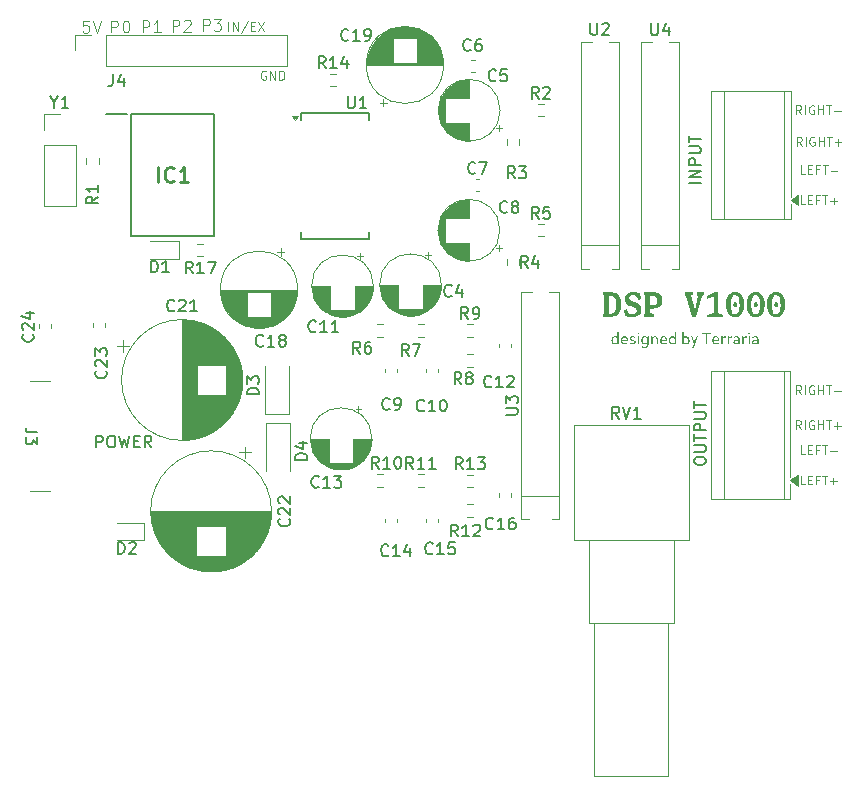
<source format=gto>
%TF.GenerationSoftware,KiCad,Pcbnew,9.0.0*%
%TF.CreationDate,2025-03-30T14:17:43+09:00*%
%TF.ProjectId,v1000,76313030-302e-46b6-9963-61645f706362,rev?*%
%TF.SameCoordinates,Original*%
%TF.FileFunction,Legend,Top*%
%TF.FilePolarity,Positive*%
%FSLAX46Y46*%
G04 Gerber Fmt 4.6, Leading zero omitted, Abs format (unit mm)*
G04 Created by KiCad (PCBNEW 9.0.0) date 2025-03-30 14:17:43*
%MOMM*%
%LPD*%
G01*
G04 APERTURE LIST*
%ADD10C,0.150000*%
%ADD11C,0.093750*%
%ADD12C,0.100000*%
%ADD13C,0.200000*%
%ADD14C,0.400000*%
%ADD15C,0.254000*%
%ADD16C,0.120000*%
G04 APERTURE END LIST*
D10*
G36*
X112433752Y-107915631D02*
G01*
X112469548Y-107913702D01*
X112503503Y-107908011D01*
X112535362Y-107898768D01*
X112565232Y-107886096D01*
X112618953Y-107850806D01*
X112664301Y-107802480D01*
X112687154Y-107767192D01*
X112646549Y-107716756D01*
X112629588Y-107741264D01*
X112609910Y-107762726D01*
X112588288Y-107780495D01*
X112564342Y-107795017D01*
X112538687Y-107805943D01*
X112511022Y-107813396D01*
X112465992Y-107817690D01*
X112435151Y-107815762D01*
X112406196Y-107810087D01*
X112379489Y-107800929D01*
X112354857Y-107788407D01*
X112312102Y-107753724D01*
X112278549Y-107706405D01*
X112255561Y-107646550D01*
X112245148Y-107574584D01*
X112244769Y-107556960D01*
X112246703Y-107517617D01*
X112252424Y-107481006D01*
X112261411Y-107448502D01*
X112273697Y-107418934D01*
X112288479Y-107393512D01*
X112306100Y-107371139D01*
X112325703Y-107352604D01*
X112347774Y-107337221D01*
X112371752Y-107325336D01*
X112397942Y-107316780D01*
X112453353Y-107310214D01*
X112485431Y-107312144D01*
X112515567Y-107317838D01*
X112543252Y-107326994D01*
X112568810Y-107339530D01*
X112612954Y-107374068D01*
X112645144Y-107416765D01*
X112696985Y-107355094D01*
X112679087Y-107325967D01*
X112658448Y-107299904D01*
X112635694Y-107277464D01*
X112610514Y-107258161D01*
X112583286Y-107242237D01*
X112553873Y-107229586D01*
X112488611Y-107214458D01*
X112449139Y-107212212D01*
X112411477Y-107214144D01*
X112375690Y-107219852D01*
X112342204Y-107229099D01*
X112310780Y-107241793D01*
X112281607Y-107257757D01*
X112254704Y-107276896D01*
X112207919Y-107324477D01*
X112171248Y-107384183D01*
X112145957Y-107455734D01*
X112133677Y-107538651D01*
X112132784Y-107569539D01*
X112134714Y-107614173D01*
X112140408Y-107656405D01*
X112149561Y-107695508D01*
X112162091Y-107731958D01*
X112177538Y-107764997D01*
X112195976Y-107795176D01*
X112216832Y-107821846D01*
X112240315Y-107845480D01*
X112265861Y-107865632D01*
X112293714Y-107882573D01*
X112323473Y-107896062D01*
X112355268Y-107906135D01*
X112388973Y-107912659D01*
X112424487Y-107915508D01*
X112433752Y-107915631D01*
G37*
G36*
X112663340Y-107900000D02*
G01*
X112741742Y-107900000D01*
X112741742Y-106864410D01*
X112629757Y-106864410D01*
X112629757Y-107821781D01*
X112663340Y-107900000D01*
G37*
G36*
X113277184Y-107915631D02*
G01*
X113365931Y-107908044D01*
X113410709Y-107898485D01*
X113453051Y-107885329D01*
X113498346Y-107865256D01*
X113473189Y-107784106D01*
X113402299Y-107810151D01*
X113361650Y-107818993D01*
X113320846Y-107823829D01*
X113296784Y-107824651D01*
X113260600Y-107822714D01*
X113226902Y-107816971D01*
X113196809Y-107807913D01*
X113169191Y-107795496D01*
X113144644Y-107780188D01*
X113122613Y-107761839D01*
X113086444Y-107716467D01*
X113060789Y-107658826D01*
X113046798Y-107587838D01*
X113044787Y-107544809D01*
X113046728Y-107502042D01*
X113052499Y-107463276D01*
X113061248Y-107430860D01*
X113073187Y-107402056D01*
X113087221Y-107378399D01*
X113103953Y-107358036D01*
X113122523Y-107341628D01*
X113143491Y-107328367D01*
X113192318Y-107311512D01*
X113236578Y-107307466D01*
X113267528Y-107309404D01*
X113295884Y-107315154D01*
X113320394Y-107324088D01*
X113342380Y-107336311D01*
X113361297Y-107351308D01*
X113377660Y-107369273D01*
X113402554Y-107414168D01*
X113416414Y-107472448D01*
X113418600Y-107511226D01*
X113025186Y-107511226D01*
X113025186Y-107595184D01*
X113517946Y-107595184D01*
X113523564Y-107498586D01*
X113521635Y-107460645D01*
X113515951Y-107424746D01*
X113506775Y-107391380D01*
X113494216Y-107360340D01*
X113478602Y-107332070D01*
X113459962Y-107306393D01*
X113438629Y-107283641D01*
X113414601Y-107263746D01*
X113388122Y-107246920D01*
X113359246Y-107233232D01*
X113328060Y-107222821D01*
X113294748Y-107215863D01*
X113244944Y-107212212D01*
X113208332Y-107214140D01*
X113173438Y-107219823D01*
X113140400Y-107229101D01*
X113109313Y-107241824D01*
X113053168Y-107277233D01*
X113005862Y-107325356D01*
X112968627Y-107385580D01*
X112943030Y-107457113D01*
X112930803Y-107538783D01*
X112929993Y-107567219D01*
X112931929Y-107611228D01*
X112937666Y-107652708D01*
X112946807Y-107690576D01*
X112959353Y-107725851D01*
X112974816Y-107757735D01*
X112993347Y-107786959D01*
X113014529Y-107813080D01*
X113038517Y-107836444D01*
X113094407Y-107874484D01*
X113161120Y-107900729D01*
X113239037Y-107914169D01*
X113277184Y-107915631D01*
G37*
G36*
X113916367Y-107915631D02*
G01*
X113960298Y-107913701D01*
X114000846Y-107908009D01*
X114036480Y-107899124D01*
X114068674Y-107887025D01*
X114096067Y-107872590D01*
X114120051Y-107855454D01*
X114139718Y-107836598D01*
X114156015Y-107815462D01*
X114168543Y-107792760D01*
X114177649Y-107768078D01*
X114185156Y-107713199D01*
X114185157Y-107712543D01*
X114183255Y-107684242D01*
X114177760Y-107659013D01*
X114157426Y-107617120D01*
X114124603Y-107583063D01*
X114076679Y-107554420D01*
X114007534Y-107529307D01*
X113947297Y-107513246D01*
X113884610Y-107496304D01*
X113831875Y-107475583D01*
X113811248Y-107462347D01*
X113795520Y-107446414D01*
X113785493Y-107427202D01*
X113781973Y-107404125D01*
X113783900Y-107386843D01*
X113789576Y-107370973D01*
X113811603Y-107343835D01*
X113849571Y-107322558D01*
X113906295Y-107309577D01*
X113945737Y-107307466D01*
X114028358Y-107314758D01*
X114122823Y-107337985D01*
X114127759Y-107339645D01*
X114154382Y-107248665D01*
X114076345Y-107224595D01*
X113985230Y-107212876D01*
X113956973Y-107212212D01*
X113910342Y-107214145D01*
X113867136Y-107219862D01*
X113829160Y-107228775D01*
X113794738Y-107240938D01*
X113765589Y-107255360D01*
X113739981Y-107272509D01*
X113719147Y-107291180D01*
X113701787Y-107312135D01*
X113688508Y-107334360D01*
X113678702Y-107358553D01*
X113672555Y-107384300D01*
X113670044Y-107411829D01*
X113669987Y-107416765D01*
X113671889Y-107444423D01*
X113677383Y-107468980D01*
X113697652Y-107509416D01*
X113730412Y-107542038D01*
X113778561Y-107569333D01*
X113848960Y-107593347D01*
X113899540Y-107606337D01*
X113964434Y-107623554D01*
X114019416Y-107645331D01*
X114041013Y-107659582D01*
X114057517Y-107676957D01*
X114068059Y-107698114D01*
X114071767Y-107723717D01*
X114069835Y-107742978D01*
X114064126Y-107760261D01*
X114042818Y-107787864D01*
X114007149Y-107807947D01*
X113953811Y-107819185D01*
X113924794Y-107820437D01*
X113839489Y-107813027D01*
X113788114Y-107802841D01*
X113737603Y-107788876D01*
X113686779Y-107770001D01*
X113660157Y-107861043D01*
X113746511Y-107892086D01*
X113845203Y-107911363D01*
X113916367Y-107915631D01*
G37*
G36*
X114360706Y-107900000D02*
G01*
X114472691Y-107900000D01*
X114472691Y-107223935D01*
X114360706Y-107223935D01*
X114360706Y-107900000D01*
G37*
G36*
X114418103Y-107067009D02*
G01*
X114439183Y-107065083D01*
X114457302Y-107059413D01*
X114471310Y-107050958D01*
X114482498Y-107039558D01*
X114495765Y-107009097D01*
X114497848Y-106987203D01*
X114495922Y-106966119D01*
X114490254Y-106947991D01*
X114481797Y-106933966D01*
X114470397Y-106922762D01*
X114439951Y-106909480D01*
X114418103Y-106907397D01*
X114397020Y-106909323D01*
X114378898Y-106914989D01*
X114364879Y-106923443D01*
X114353679Y-106934837D01*
X114340391Y-106965279D01*
X114338297Y-106987203D01*
X114340223Y-107008306D01*
X114345893Y-107026442D01*
X114354346Y-107040457D01*
X114365742Y-107051650D01*
X114396190Y-107064921D01*
X114418103Y-107067009D01*
G37*
G36*
X114948171Y-108216538D02*
G01*
X114987894Y-108214607D01*
X115025532Y-108208905D01*
X115060539Y-108199704D01*
X115093275Y-108187089D01*
X115123370Y-108171341D01*
X115151001Y-108152496D01*
X115198310Y-108106149D01*
X115234583Y-108048703D01*
X115258835Y-107980598D01*
X115269705Y-107902289D01*
X115270144Y-107882048D01*
X115270144Y-107223935D01*
X115191742Y-107223935D01*
X115158159Y-107315404D01*
X115158159Y-107898839D01*
X115156205Y-107940372D01*
X115150342Y-107977563D01*
X115141654Y-108007520D01*
X115129755Y-108033927D01*
X115115809Y-108055303D01*
X115099085Y-108073620D01*
X115058577Y-108100519D01*
X115006123Y-108116136D01*
X114956536Y-108119940D01*
X114876753Y-108112412D01*
X114831090Y-108102314D01*
X114785980Y-108088346D01*
X114760593Y-108078541D01*
X114736779Y-108163354D01*
X114779729Y-108182646D01*
X114822896Y-108197679D01*
X114864759Y-108208111D01*
X114906550Y-108214419D01*
X114948171Y-108216538D01*
G37*
G36*
X114962154Y-107915631D02*
G01*
X114997950Y-107913702D01*
X115031905Y-107908011D01*
X115063764Y-107898768D01*
X115093634Y-107886096D01*
X115147354Y-107850806D01*
X115192703Y-107802480D01*
X115215556Y-107767192D01*
X115174951Y-107716756D01*
X115157990Y-107741264D01*
X115138311Y-107762726D01*
X115116690Y-107780495D01*
X115092744Y-107795017D01*
X115067089Y-107805943D01*
X115039424Y-107813396D01*
X114994394Y-107817690D01*
X114963553Y-107815762D01*
X114934598Y-107810087D01*
X114907891Y-107800929D01*
X114883259Y-107788407D01*
X114840504Y-107753724D01*
X114806951Y-107706405D01*
X114783963Y-107646550D01*
X114773550Y-107574584D01*
X114773171Y-107556960D01*
X114775105Y-107517617D01*
X114780826Y-107481006D01*
X114789813Y-107448502D01*
X114802099Y-107418934D01*
X114816881Y-107393512D01*
X114834502Y-107371139D01*
X114854105Y-107352604D01*
X114876176Y-107337221D01*
X114900153Y-107325336D01*
X114926344Y-107316780D01*
X114981755Y-107310214D01*
X115013832Y-107312144D01*
X115043969Y-107317838D01*
X115071654Y-107326994D01*
X115097212Y-107339530D01*
X115141356Y-107374068D01*
X115173546Y-107416765D01*
X115225387Y-107355094D01*
X115207487Y-107325967D01*
X115186834Y-107299904D01*
X115164097Y-107277510D01*
X115138909Y-107258239D01*
X115111666Y-107242345D01*
X115082195Y-107229703D01*
X115016617Y-107214523D01*
X114976137Y-107212212D01*
X114938808Y-107214144D01*
X114903267Y-107219856D01*
X114869921Y-107229124D01*
X114838579Y-107241856D01*
X114809441Y-107257879D01*
X114782540Y-107277098D01*
X114735750Y-107324872D01*
X114699132Y-107384754D01*
X114673998Y-107456386D01*
X114661976Y-107539230D01*
X114661186Y-107568135D01*
X114663116Y-107613056D01*
X114668810Y-107655533D01*
X114677956Y-107694816D01*
X114690474Y-107731415D01*
X114705898Y-107764556D01*
X114724306Y-107794817D01*
X114745119Y-107821543D01*
X114768552Y-107845223D01*
X114794041Y-107865412D01*
X114821831Y-107882389D01*
X114851529Y-107895914D01*
X114883261Y-107906025D01*
X114916915Y-107912595D01*
X114952377Y-107915494D01*
X114962154Y-107915631D01*
G37*
G36*
X115962390Y-107900000D02*
G01*
X116074375Y-107900000D01*
X116074375Y-107458408D01*
X116072446Y-107423158D01*
X116066761Y-107390126D01*
X116057666Y-107359971D01*
X116045235Y-107332223D01*
X116029830Y-107307318D01*
X116011453Y-107285015D01*
X115966506Y-107248828D01*
X115910950Y-107224356D01*
X115845103Y-107212869D01*
X115823782Y-107212212D01*
X115751194Y-107219876D01*
X115679849Y-107242910D01*
X115645601Y-107260104D01*
X115612990Y-107280856D01*
X115557801Y-107328410D01*
X115584363Y-107399668D01*
X115609992Y-107376224D01*
X115637689Y-107356117D01*
X115667245Y-107339452D01*
X115698346Y-107326401D01*
X115730512Y-107317146D01*
X115763680Y-107311720D01*
X115792946Y-107310214D01*
X115825089Y-107312153D01*
X115854045Y-107317907D01*
X115878192Y-107326666D01*
X115899424Y-107338610D01*
X115917001Y-107352994D01*
X115931789Y-107370173D01*
X115952793Y-107412689D01*
X115962107Y-107468032D01*
X115962390Y-107480757D01*
X115962390Y-107900000D01*
G37*
G36*
X115501809Y-107900000D02*
G01*
X115613794Y-107900000D01*
X115613794Y-107302520D01*
X115580150Y-107223935D01*
X115501809Y-107223935D01*
X115501809Y-107900000D01*
G37*
G36*
X116598886Y-107915631D02*
G01*
X116687633Y-107908044D01*
X116732411Y-107898485D01*
X116774753Y-107885329D01*
X116820048Y-107865256D01*
X116794891Y-107784106D01*
X116724002Y-107810151D01*
X116683353Y-107818993D01*
X116642549Y-107823829D01*
X116618487Y-107824651D01*
X116582303Y-107822714D01*
X116548605Y-107816971D01*
X116518512Y-107807913D01*
X116490893Y-107795496D01*
X116466347Y-107780188D01*
X116444315Y-107761839D01*
X116408147Y-107716467D01*
X116382492Y-107658826D01*
X116368500Y-107587838D01*
X116366489Y-107544809D01*
X116368430Y-107502042D01*
X116374202Y-107463276D01*
X116382950Y-107430860D01*
X116394889Y-107402056D01*
X116408923Y-107378399D01*
X116425655Y-107358036D01*
X116444226Y-107341628D01*
X116465194Y-107328367D01*
X116514021Y-107311512D01*
X116558281Y-107307466D01*
X116589231Y-107309404D01*
X116617587Y-107315154D01*
X116642097Y-107324088D01*
X116664083Y-107336311D01*
X116683000Y-107351308D01*
X116699362Y-107369273D01*
X116724257Y-107414168D01*
X116738117Y-107472448D01*
X116740303Y-107511226D01*
X116346889Y-107511226D01*
X116346889Y-107595184D01*
X116839649Y-107595184D01*
X116845266Y-107498586D01*
X116843338Y-107460645D01*
X116837654Y-107424746D01*
X116828478Y-107391380D01*
X116815919Y-107360340D01*
X116800304Y-107332070D01*
X116781665Y-107306393D01*
X116760332Y-107283641D01*
X116736304Y-107263746D01*
X116709825Y-107246920D01*
X116680949Y-107233232D01*
X116649763Y-107222821D01*
X116616450Y-107215863D01*
X116566646Y-107212212D01*
X116530035Y-107214140D01*
X116495141Y-107219823D01*
X116462103Y-107229101D01*
X116431016Y-107241824D01*
X116374871Y-107277233D01*
X116327565Y-107325356D01*
X116290329Y-107385580D01*
X116264732Y-107457113D01*
X116252506Y-107538783D01*
X116251695Y-107567219D01*
X116253631Y-107611228D01*
X116259369Y-107652708D01*
X116268509Y-107690576D01*
X116281056Y-107725851D01*
X116296519Y-107757735D01*
X116315050Y-107786959D01*
X116336232Y-107813080D01*
X116360220Y-107836444D01*
X116416110Y-107874484D01*
X116482823Y-107900729D01*
X116560740Y-107914169D01*
X116598886Y-107915631D01*
G37*
G36*
X117291254Y-107915631D02*
G01*
X117327050Y-107913702D01*
X117361005Y-107908011D01*
X117392863Y-107898768D01*
X117422733Y-107886096D01*
X117476454Y-107850806D01*
X117521803Y-107802480D01*
X117544656Y-107767192D01*
X117504050Y-107716756D01*
X117487089Y-107741264D01*
X117467411Y-107762726D01*
X117445790Y-107780495D01*
X117421844Y-107795017D01*
X117396189Y-107805943D01*
X117368523Y-107813396D01*
X117323494Y-107817690D01*
X117292652Y-107815762D01*
X117263698Y-107810087D01*
X117236991Y-107800929D01*
X117212359Y-107788407D01*
X117169604Y-107753724D01*
X117136051Y-107706405D01*
X117113063Y-107646550D01*
X117102649Y-107574584D01*
X117102271Y-107556960D01*
X117104205Y-107517617D01*
X117109925Y-107481006D01*
X117118913Y-107448502D01*
X117131198Y-107418934D01*
X117145980Y-107393512D01*
X117163602Y-107371139D01*
X117183205Y-107352604D01*
X117205276Y-107337221D01*
X117229253Y-107325336D01*
X117255444Y-107316780D01*
X117310854Y-107310214D01*
X117342932Y-107312144D01*
X117373069Y-107317838D01*
X117400754Y-107326994D01*
X117426312Y-107339530D01*
X117470456Y-107374068D01*
X117502646Y-107416765D01*
X117554487Y-107355094D01*
X117536589Y-107325967D01*
X117515950Y-107299904D01*
X117493196Y-107277464D01*
X117468015Y-107258161D01*
X117440788Y-107242237D01*
X117411375Y-107229586D01*
X117346113Y-107214458D01*
X117306641Y-107212212D01*
X117268979Y-107214144D01*
X117233191Y-107219852D01*
X117199706Y-107229099D01*
X117168282Y-107241793D01*
X117139109Y-107257757D01*
X117112206Y-107276896D01*
X117065421Y-107324477D01*
X117028749Y-107384183D01*
X117003459Y-107455734D01*
X116991179Y-107538651D01*
X116990286Y-107569539D01*
X116992216Y-107614173D01*
X116997910Y-107656405D01*
X117007062Y-107695508D01*
X117019592Y-107731958D01*
X117035040Y-107764997D01*
X117053478Y-107795176D01*
X117074334Y-107821846D01*
X117097817Y-107845480D01*
X117123363Y-107865632D01*
X117151216Y-107882573D01*
X117180974Y-107896062D01*
X117212770Y-107906135D01*
X117246475Y-107912659D01*
X117281989Y-107915508D01*
X117291254Y-107915631D01*
G37*
G36*
X117520842Y-107900000D02*
G01*
X117599244Y-107900000D01*
X117599244Y-106864410D01*
X117487259Y-106864410D01*
X117487259Y-107821781D01*
X117520842Y-107900000D01*
G37*
G36*
X118425640Y-107915631D02*
G01*
X118463696Y-107913699D01*
X118499890Y-107907992D01*
X118533812Y-107898738D01*
X118565675Y-107886034D01*
X118595284Y-107870057D01*
X118622619Y-107850904D01*
X118670208Y-107803335D01*
X118707602Y-107743757D01*
X118733552Y-107672527D01*
X118746477Y-107590178D01*
X118747613Y-107555556D01*
X118745683Y-107511726D01*
X118739987Y-107470235D01*
X118730824Y-107431777D01*
X118718276Y-107395898D01*
X118702771Y-107363285D01*
X118684256Y-107333454D01*
X118663235Y-107306971D01*
X118639552Y-107283455D01*
X118613673Y-107263280D01*
X118585436Y-107246262D01*
X118555139Y-107232601D01*
X118522745Y-107222322D01*
X118488296Y-107215543D01*
X118451974Y-107212418D01*
X118439623Y-107212212D01*
X118402244Y-107214148D01*
X118367022Y-107219885D01*
X118334769Y-107229059D01*
X118304734Y-107241661D01*
X118277302Y-107257387D01*
X118252188Y-107276267D01*
X118209079Y-107323295D01*
X118175713Y-107383061D01*
X118172238Y-107391547D01*
X118214248Y-107453218D01*
X118226190Y-107424373D01*
X118241151Y-107398432D01*
X118258587Y-107375955D01*
X118278606Y-107356544D01*
X118300745Y-107340522D01*
X118325096Y-107327750D01*
X118351458Y-107318371D01*
X118379722Y-107312489D01*
X118413000Y-107310214D01*
X118443656Y-107312141D01*
X118472498Y-107317810D01*
X118499244Y-107326989D01*
X118523962Y-107339540D01*
X118567089Y-107374376D01*
X118601089Y-107421896D01*
X118624472Y-107481833D01*
X118635188Y-107553521D01*
X118635628Y-107572348D01*
X118633695Y-107611008D01*
X118627985Y-107647048D01*
X118618980Y-107679242D01*
X118606672Y-107708578D01*
X118591809Y-107733948D01*
X118574098Y-107756308D01*
X118554348Y-107774915D01*
X118532128Y-107790380D01*
X118507988Y-107802358D01*
X118481648Y-107811000D01*
X118425640Y-107817690D01*
X118394518Y-107815763D01*
X118365154Y-107810089D01*
X118337824Y-107800887D01*
X118312502Y-107788297D01*
X118268225Y-107753384D01*
X118233250Y-107705931D01*
X118222613Y-107684516D01*
X118170833Y-107746188D01*
X118185885Y-107778804D01*
X118203799Y-107808130D01*
X118223680Y-107833178D01*
X118246091Y-107855042D01*
X118270427Y-107873298D01*
X118297077Y-107888374D01*
X118357139Y-107908748D01*
X118425640Y-107915631D01*
G37*
G36*
X118138654Y-107900000D02*
G01*
X118216995Y-107900000D01*
X118250640Y-107821781D01*
X118250640Y-106864410D01*
X118138654Y-106864410D01*
X118138654Y-107900000D01*
G37*
G36*
X118980621Y-108204815D02*
G01*
X119099628Y-108204815D01*
X119211613Y-107900366D01*
X119474846Y-107223935D01*
X119362800Y-107223935D01*
X119144446Y-107832955D01*
X119173817Y-107832955D01*
X118961020Y-107223935D01*
X118836456Y-107223935D01*
X119102437Y-107900366D01*
X118980621Y-108204815D01*
G37*
G36*
X120135950Y-107900000D02*
G01*
X120252149Y-107900000D01*
X120252149Y-107027747D01*
X120576931Y-107027747D01*
X120576931Y-106926936D01*
X119812573Y-106926936D01*
X119812573Y-107027747D01*
X120135950Y-107027747D01*
X120135950Y-107900000D01*
G37*
G36*
X121010889Y-107915631D02*
G01*
X121099636Y-107908044D01*
X121144414Y-107898485D01*
X121186756Y-107885329D01*
X121232051Y-107865256D01*
X121206894Y-107784106D01*
X121136005Y-107810151D01*
X121095355Y-107818993D01*
X121054552Y-107823829D01*
X121030490Y-107824651D01*
X120994306Y-107822714D01*
X120960607Y-107816971D01*
X120930514Y-107807913D01*
X120902896Y-107795496D01*
X120878350Y-107780188D01*
X120856318Y-107761839D01*
X120820150Y-107716467D01*
X120794494Y-107658826D01*
X120780503Y-107587838D01*
X120778492Y-107544809D01*
X120780433Y-107502042D01*
X120786205Y-107463276D01*
X120794953Y-107430860D01*
X120806892Y-107402056D01*
X120820926Y-107378399D01*
X120837658Y-107358036D01*
X120856229Y-107341628D01*
X120877197Y-107328367D01*
X120926024Y-107311512D01*
X120970284Y-107307466D01*
X121001234Y-107309404D01*
X121029590Y-107315154D01*
X121054100Y-107324088D01*
X121076085Y-107336311D01*
X121095002Y-107351308D01*
X121111365Y-107369273D01*
X121136260Y-107414168D01*
X121150119Y-107472448D01*
X121152306Y-107511226D01*
X120758892Y-107511226D01*
X120758892Y-107595184D01*
X121251652Y-107595184D01*
X121257269Y-107498586D01*
X121255341Y-107460645D01*
X121249657Y-107424746D01*
X121240481Y-107391380D01*
X121227922Y-107360340D01*
X121212307Y-107332070D01*
X121193668Y-107306393D01*
X121172335Y-107283641D01*
X121148307Y-107263746D01*
X121121828Y-107246920D01*
X121092952Y-107233232D01*
X121061766Y-107222821D01*
X121028453Y-107215863D01*
X120978649Y-107212212D01*
X120942038Y-107214140D01*
X120907144Y-107219823D01*
X120874106Y-107229101D01*
X120843019Y-107241824D01*
X120786874Y-107277233D01*
X120739568Y-107325356D01*
X120702332Y-107385580D01*
X120676735Y-107457113D01*
X120664509Y-107538783D01*
X120663698Y-107567219D01*
X120665634Y-107611228D01*
X120671372Y-107652708D01*
X120680512Y-107690576D01*
X120693059Y-107725851D01*
X120708521Y-107757735D01*
X120727053Y-107786959D01*
X120748235Y-107813080D01*
X120772222Y-107836444D01*
X120828113Y-107874484D01*
X120894826Y-107900729D01*
X120972743Y-107914169D01*
X121010889Y-107915631D01*
G37*
G36*
X121445703Y-107900000D02*
G01*
X121557688Y-107900000D01*
X121557688Y-107383670D01*
X121538087Y-107223935D01*
X121445703Y-107223935D01*
X121445703Y-107900000D01*
G37*
G36*
X121532470Y-107463232D02*
G01*
X121564705Y-107411378D01*
X121608032Y-107370359D01*
X121660381Y-107341973D01*
X121689133Y-107333048D01*
X121719254Y-107327841D01*
X121745266Y-107326456D01*
X121776129Y-107328418D01*
X121805135Y-107334333D01*
X121819455Y-107339035D01*
X121847482Y-107235476D01*
X121811679Y-107225704D01*
X121775328Y-107220630D01*
X121757845Y-107220027D01*
X121696366Y-107227635D01*
X121637875Y-107250260D01*
X121585031Y-107287296D01*
X121561654Y-107310851D01*
X121540806Y-107337460D01*
X121532470Y-107350148D01*
X121532470Y-107463232D01*
G37*
G36*
X121973267Y-107900000D02*
G01*
X122085252Y-107900000D01*
X122085252Y-107383670D01*
X122065652Y-107223935D01*
X121973267Y-107223935D01*
X121973267Y-107900000D01*
G37*
G36*
X122060034Y-107463232D02*
G01*
X122092270Y-107411378D01*
X122135597Y-107370359D01*
X122187946Y-107341973D01*
X122216698Y-107333048D01*
X122246818Y-107327841D01*
X122272831Y-107326456D01*
X122303694Y-107328418D01*
X122332700Y-107334333D01*
X122347020Y-107339035D01*
X122375047Y-107235476D01*
X122339243Y-107225704D01*
X122302893Y-107220630D01*
X122285409Y-107220027D01*
X122223931Y-107227635D01*
X122165439Y-107250260D01*
X122112596Y-107287296D01*
X122089218Y-107310851D01*
X122068370Y-107337460D01*
X122060034Y-107350148D01*
X122060034Y-107463232D01*
G37*
G36*
X122917998Y-107900000D02*
G01*
X122996400Y-107900000D01*
X122996400Y-107464087D01*
X122994454Y-107425328D01*
X122988648Y-107389606D01*
X122979687Y-107358780D01*
X122967380Y-107330750D01*
X122952473Y-107306544D01*
X122934560Y-107284997D01*
X122890532Y-107250445D01*
X122834094Y-107226415D01*
X122763007Y-107213708D01*
X122724802Y-107212212D01*
X122636029Y-107219773D01*
X122544981Y-107242833D01*
X122468592Y-107276631D01*
X122496618Y-107359612D01*
X122541659Y-107341767D01*
X122586453Y-107328203D01*
X122630068Y-107319041D01*
X122672969Y-107314041D01*
X122702393Y-107313023D01*
X122741007Y-107314975D01*
X122775080Y-107320821D01*
X122801759Y-107329368D01*
X122824745Y-107341029D01*
X122842650Y-107354528D01*
X122857388Y-107370657D01*
X122876955Y-107409607D01*
X122884387Y-107460437D01*
X122884415Y-107464087D01*
X122884415Y-107822269D01*
X122917998Y-107900000D01*
G37*
G36*
X122678579Y-107915631D02*
G01*
X122716625Y-107913704D01*
X122752954Y-107908033D01*
X122787403Y-107898769D01*
X122819737Y-107886080D01*
X122849683Y-107870176D01*
X122877134Y-107851190D01*
X122901749Y-107829431D01*
X122923515Y-107804949D01*
X122942094Y-107778143D01*
X122957497Y-107748971D01*
X122969447Y-107717869D01*
X122977910Y-107684745D01*
X122981013Y-107665710D01*
X122940408Y-107646170D01*
X122921851Y-107699399D01*
X122889955Y-107744949D01*
X122845811Y-107781171D01*
X122790908Y-107805979D01*
X122760043Y-107813424D01*
X122727408Y-107817220D01*
X122710819Y-107817690D01*
X122679735Y-107815775D01*
X122651646Y-107810189D01*
X122627638Y-107801530D01*
X122606967Y-107789880D01*
X122590670Y-107776243D01*
X122577849Y-107760283D01*
X122569052Y-107743017D01*
X122563841Y-107723952D01*
X122562381Y-107706132D01*
X122564356Y-107686457D01*
X122570369Y-107668708D01*
X122592569Y-107640787D01*
X122631798Y-107618172D01*
X122696665Y-107600245D01*
X122801376Y-107588748D01*
X122901207Y-107586270D01*
X122901207Y-107509211D01*
X122810640Y-107511186D01*
X122730914Y-107517199D01*
X122670799Y-107525698D01*
X122618328Y-107537363D01*
X122578521Y-107550240D01*
X122544325Y-107565662D01*
X122518373Y-107581674D01*
X122496741Y-107599810D01*
X122480420Y-107618626D01*
X122467699Y-107639347D01*
X122452906Y-107685873D01*
X122450396Y-107718710D01*
X122452324Y-107748431D01*
X122458010Y-107776151D01*
X122467111Y-107801319D01*
X122479550Y-107824314D01*
X122513767Y-107863216D01*
X122560329Y-107892386D01*
X122619359Y-107910495D01*
X122678579Y-107915631D01*
G37*
G36*
X123216952Y-107900000D02*
G01*
X123328937Y-107900000D01*
X123328937Y-107383670D01*
X123309337Y-107223935D01*
X123216952Y-107223935D01*
X123216952Y-107900000D01*
G37*
G36*
X123303719Y-107463232D02*
G01*
X123335954Y-107411378D01*
X123379281Y-107370359D01*
X123431630Y-107341973D01*
X123460383Y-107333048D01*
X123490503Y-107327841D01*
X123516516Y-107326456D01*
X123547378Y-107328418D01*
X123576384Y-107334333D01*
X123590704Y-107339035D01*
X123618731Y-107235476D01*
X123582928Y-107225704D01*
X123546578Y-107220630D01*
X123529094Y-107220027D01*
X123467615Y-107227635D01*
X123409124Y-107250260D01*
X123356280Y-107287296D01*
X123332903Y-107310851D01*
X123312055Y-107337460D01*
X123303719Y-107350148D01*
X123303719Y-107463232D01*
G37*
G36*
X123744516Y-107900000D02*
G01*
X123856502Y-107900000D01*
X123856502Y-107223935D01*
X123744516Y-107223935D01*
X123744516Y-107900000D01*
G37*
G36*
X123801913Y-107067009D02*
G01*
X123822993Y-107065083D01*
X123841113Y-107059413D01*
X123855120Y-107050958D01*
X123866309Y-107039558D01*
X123879575Y-107009097D01*
X123881659Y-106987203D01*
X123879732Y-106966119D01*
X123874064Y-106947991D01*
X123865607Y-106933966D01*
X123854208Y-106922762D01*
X123823762Y-106909480D01*
X123801913Y-106907397D01*
X123780830Y-106909323D01*
X123762709Y-106914989D01*
X123748689Y-106923443D01*
X123737489Y-106934837D01*
X123724201Y-106965279D01*
X123722107Y-106987203D01*
X123724033Y-107008306D01*
X123729703Y-107026442D01*
X123738157Y-107040457D01*
X123749553Y-107051650D01*
X123780000Y-107064921D01*
X123801913Y-107067009D01*
G37*
G36*
X124505577Y-107900000D02*
G01*
X124583979Y-107900000D01*
X124583979Y-107464087D01*
X124582033Y-107425328D01*
X124576226Y-107389606D01*
X124567265Y-107358780D01*
X124554958Y-107330750D01*
X124540051Y-107306544D01*
X124522139Y-107284997D01*
X124478110Y-107250445D01*
X124421673Y-107226415D01*
X124350585Y-107213708D01*
X124312381Y-107212212D01*
X124223608Y-107219773D01*
X124132559Y-107242833D01*
X124056170Y-107276631D01*
X124084197Y-107359612D01*
X124129238Y-107341767D01*
X124174031Y-107328203D01*
X124217646Y-107319041D01*
X124260548Y-107314041D01*
X124289972Y-107313023D01*
X124328586Y-107314975D01*
X124362658Y-107320821D01*
X124389337Y-107329368D01*
X124412324Y-107341029D01*
X124430228Y-107354528D01*
X124444966Y-107370657D01*
X124464533Y-107409607D01*
X124471966Y-107460437D01*
X124471994Y-107464087D01*
X124471994Y-107822269D01*
X124505577Y-107900000D01*
G37*
G36*
X124266158Y-107915631D02*
G01*
X124304204Y-107913704D01*
X124340532Y-107908033D01*
X124374981Y-107898769D01*
X124407316Y-107886080D01*
X124437262Y-107870176D01*
X124464713Y-107851190D01*
X124489328Y-107829431D01*
X124511093Y-107804949D01*
X124529672Y-107778143D01*
X124545075Y-107748971D01*
X124557026Y-107717869D01*
X124565488Y-107684745D01*
X124568592Y-107665710D01*
X124527986Y-107646170D01*
X124509430Y-107699399D01*
X124477534Y-107744949D01*
X124433390Y-107781171D01*
X124378487Y-107805979D01*
X124347622Y-107813424D01*
X124314987Y-107817220D01*
X124298398Y-107817690D01*
X124267313Y-107815775D01*
X124239224Y-107810189D01*
X124215217Y-107801530D01*
X124194546Y-107789880D01*
X124178249Y-107776243D01*
X124165428Y-107760283D01*
X124156630Y-107743017D01*
X124151419Y-107723952D01*
X124149959Y-107706132D01*
X124151935Y-107686457D01*
X124157947Y-107668708D01*
X124180147Y-107640787D01*
X124219377Y-107618172D01*
X124284244Y-107600245D01*
X124388955Y-107588748D01*
X124488785Y-107586270D01*
X124488785Y-107509211D01*
X124398219Y-107511186D01*
X124318493Y-107517199D01*
X124258377Y-107525698D01*
X124205906Y-107537363D01*
X124166100Y-107550240D01*
X124131904Y-107565662D01*
X124105952Y-107581674D01*
X124084320Y-107599810D01*
X124067999Y-107618626D01*
X124055278Y-107639347D01*
X124040485Y-107685873D01*
X124037974Y-107718710D01*
X124039903Y-107748431D01*
X124045589Y-107776151D01*
X124054689Y-107801319D01*
X124067128Y-107824314D01*
X124101345Y-107863216D01*
X124147908Y-107892386D01*
X124206937Y-107910495D01*
X124266158Y-107915631D01*
G37*
D11*
X128208819Y-88413339D02*
X127958819Y-88056196D01*
X127780248Y-88413339D02*
X127780248Y-87663339D01*
X127780248Y-87663339D02*
X128065962Y-87663339D01*
X128065962Y-87663339D02*
X128137391Y-87699053D01*
X128137391Y-87699053D02*
X128173105Y-87734767D01*
X128173105Y-87734767D02*
X128208819Y-87806196D01*
X128208819Y-87806196D02*
X128208819Y-87913339D01*
X128208819Y-87913339D02*
X128173105Y-87984767D01*
X128173105Y-87984767D02*
X128137391Y-88020482D01*
X128137391Y-88020482D02*
X128065962Y-88056196D01*
X128065962Y-88056196D02*
X127780248Y-88056196D01*
X128530248Y-88413339D02*
X128530248Y-87663339D01*
X129280248Y-87699053D02*
X129208820Y-87663339D01*
X129208820Y-87663339D02*
X129101677Y-87663339D01*
X129101677Y-87663339D02*
X128994534Y-87699053D01*
X128994534Y-87699053D02*
X128923105Y-87770482D01*
X128923105Y-87770482D02*
X128887391Y-87841910D01*
X128887391Y-87841910D02*
X128851677Y-87984767D01*
X128851677Y-87984767D02*
X128851677Y-88091910D01*
X128851677Y-88091910D02*
X128887391Y-88234767D01*
X128887391Y-88234767D02*
X128923105Y-88306196D01*
X128923105Y-88306196D02*
X128994534Y-88377625D01*
X128994534Y-88377625D02*
X129101677Y-88413339D01*
X129101677Y-88413339D02*
X129173105Y-88413339D01*
X129173105Y-88413339D02*
X129280248Y-88377625D01*
X129280248Y-88377625D02*
X129315962Y-88341910D01*
X129315962Y-88341910D02*
X129315962Y-88091910D01*
X129315962Y-88091910D02*
X129173105Y-88091910D01*
X129637391Y-88413339D02*
X129637391Y-87663339D01*
X129637391Y-88020482D02*
X130065962Y-88020482D01*
X130065962Y-88413339D02*
X130065962Y-87663339D01*
X130315962Y-87663339D02*
X130744534Y-87663339D01*
X130530248Y-88413339D02*
X130530248Y-87663339D01*
X130994534Y-88127625D02*
X131565963Y-88127625D01*
X128537391Y-93493339D02*
X128180248Y-93493339D01*
X128180248Y-93493339D02*
X128180248Y-92743339D01*
X128787391Y-93100482D02*
X129037391Y-93100482D01*
X129144534Y-93493339D02*
X128787391Y-93493339D01*
X128787391Y-93493339D02*
X128787391Y-92743339D01*
X128787391Y-92743339D02*
X129144534Y-92743339D01*
X129715962Y-93100482D02*
X129465962Y-93100482D01*
X129465962Y-93493339D02*
X129465962Y-92743339D01*
X129465962Y-92743339D02*
X129823105Y-92743339D01*
X130001676Y-92743339D02*
X130430248Y-92743339D01*
X130215962Y-93493339D02*
X130215962Y-92743339D01*
X130680248Y-93207625D02*
X131251677Y-93207625D01*
X128248819Y-91093339D02*
X127998819Y-90736196D01*
X127820248Y-91093339D02*
X127820248Y-90343339D01*
X127820248Y-90343339D02*
X128105962Y-90343339D01*
X128105962Y-90343339D02*
X128177391Y-90379053D01*
X128177391Y-90379053D02*
X128213105Y-90414767D01*
X128213105Y-90414767D02*
X128248819Y-90486196D01*
X128248819Y-90486196D02*
X128248819Y-90593339D01*
X128248819Y-90593339D02*
X128213105Y-90664767D01*
X128213105Y-90664767D02*
X128177391Y-90700482D01*
X128177391Y-90700482D02*
X128105962Y-90736196D01*
X128105962Y-90736196D02*
X127820248Y-90736196D01*
X128570248Y-91093339D02*
X128570248Y-90343339D01*
X129320248Y-90379053D02*
X129248820Y-90343339D01*
X129248820Y-90343339D02*
X129141677Y-90343339D01*
X129141677Y-90343339D02*
X129034534Y-90379053D01*
X129034534Y-90379053D02*
X128963105Y-90450482D01*
X128963105Y-90450482D02*
X128927391Y-90521910D01*
X128927391Y-90521910D02*
X128891677Y-90664767D01*
X128891677Y-90664767D02*
X128891677Y-90771910D01*
X128891677Y-90771910D02*
X128927391Y-90914767D01*
X128927391Y-90914767D02*
X128963105Y-90986196D01*
X128963105Y-90986196D02*
X129034534Y-91057625D01*
X129034534Y-91057625D02*
X129141677Y-91093339D01*
X129141677Y-91093339D02*
X129213105Y-91093339D01*
X129213105Y-91093339D02*
X129320248Y-91057625D01*
X129320248Y-91057625D02*
X129355962Y-91021910D01*
X129355962Y-91021910D02*
X129355962Y-90771910D01*
X129355962Y-90771910D02*
X129213105Y-90771910D01*
X129677391Y-91093339D02*
X129677391Y-90343339D01*
X129677391Y-90700482D02*
X130105962Y-90700482D01*
X130105962Y-91093339D02*
X130105962Y-90343339D01*
X130355962Y-90343339D02*
X130784534Y-90343339D01*
X130570248Y-91093339D02*
X130570248Y-90343339D01*
X131034534Y-90807625D02*
X131605963Y-90807625D01*
X131320248Y-91093339D02*
X131320248Y-90521910D01*
D12*
X74983884Y-81422419D02*
X74983884Y-80422419D01*
X74983884Y-80422419D02*
X75364836Y-80422419D01*
X75364836Y-80422419D02*
X75460074Y-80470038D01*
X75460074Y-80470038D02*
X75507693Y-80517657D01*
X75507693Y-80517657D02*
X75555312Y-80612895D01*
X75555312Y-80612895D02*
X75555312Y-80755752D01*
X75555312Y-80755752D02*
X75507693Y-80850990D01*
X75507693Y-80850990D02*
X75460074Y-80898609D01*
X75460074Y-80898609D02*
X75364836Y-80946228D01*
X75364836Y-80946228D02*
X74983884Y-80946228D01*
X75936265Y-80517657D02*
X75983884Y-80470038D01*
X75983884Y-80470038D02*
X76079122Y-80422419D01*
X76079122Y-80422419D02*
X76317217Y-80422419D01*
X76317217Y-80422419D02*
X76412455Y-80470038D01*
X76412455Y-80470038D02*
X76460074Y-80517657D01*
X76460074Y-80517657D02*
X76507693Y-80612895D01*
X76507693Y-80612895D02*
X76507693Y-80708133D01*
X76507693Y-80708133D02*
X76460074Y-80850990D01*
X76460074Y-80850990D02*
X75888646Y-81422419D01*
X75888646Y-81422419D02*
X76507693Y-81422419D01*
X67890074Y-80512419D02*
X67413884Y-80512419D01*
X67413884Y-80512419D02*
X67366265Y-80988609D01*
X67366265Y-80988609D02*
X67413884Y-80940990D01*
X67413884Y-80940990D02*
X67509122Y-80893371D01*
X67509122Y-80893371D02*
X67747217Y-80893371D01*
X67747217Y-80893371D02*
X67842455Y-80940990D01*
X67842455Y-80940990D02*
X67890074Y-80988609D01*
X67890074Y-80988609D02*
X67937693Y-81083847D01*
X67937693Y-81083847D02*
X67937693Y-81321942D01*
X67937693Y-81321942D02*
X67890074Y-81417180D01*
X67890074Y-81417180D02*
X67842455Y-81464800D01*
X67842455Y-81464800D02*
X67747217Y-81512419D01*
X67747217Y-81512419D02*
X67509122Y-81512419D01*
X67509122Y-81512419D02*
X67413884Y-81464800D01*
X67413884Y-81464800D02*
X67366265Y-81417180D01*
X68223408Y-80512419D02*
X68556741Y-81512419D01*
X68556741Y-81512419D02*
X68890074Y-80512419D01*
X82867217Y-84798728D02*
X82795789Y-84763014D01*
X82795789Y-84763014D02*
X82688646Y-84763014D01*
X82688646Y-84763014D02*
X82581503Y-84798728D01*
X82581503Y-84798728D02*
X82510074Y-84870157D01*
X82510074Y-84870157D02*
X82474360Y-84941585D01*
X82474360Y-84941585D02*
X82438646Y-85084442D01*
X82438646Y-85084442D02*
X82438646Y-85191585D01*
X82438646Y-85191585D02*
X82474360Y-85334442D01*
X82474360Y-85334442D02*
X82510074Y-85405871D01*
X82510074Y-85405871D02*
X82581503Y-85477300D01*
X82581503Y-85477300D02*
X82688646Y-85513014D01*
X82688646Y-85513014D02*
X82760074Y-85513014D01*
X82760074Y-85513014D02*
X82867217Y-85477300D01*
X82867217Y-85477300D02*
X82902931Y-85441585D01*
X82902931Y-85441585D02*
X82902931Y-85191585D01*
X82902931Y-85191585D02*
X82760074Y-85191585D01*
X83224360Y-85513014D02*
X83224360Y-84763014D01*
X83224360Y-84763014D02*
X83652931Y-85513014D01*
X83652931Y-85513014D02*
X83652931Y-84763014D01*
X84010074Y-85513014D02*
X84010074Y-84763014D01*
X84010074Y-84763014D02*
X84188645Y-84763014D01*
X84188645Y-84763014D02*
X84295788Y-84798728D01*
X84295788Y-84798728D02*
X84367217Y-84870157D01*
X84367217Y-84870157D02*
X84402931Y-84941585D01*
X84402931Y-84941585D02*
X84438645Y-85084442D01*
X84438645Y-85084442D02*
X84438645Y-85191585D01*
X84438645Y-85191585D02*
X84402931Y-85334442D01*
X84402931Y-85334442D02*
X84367217Y-85405871D01*
X84367217Y-85405871D02*
X84295788Y-85477300D01*
X84295788Y-85477300D02*
X84188645Y-85513014D01*
X84188645Y-85513014D02*
X84010074Y-85513014D01*
D13*
X68509673Y-116637219D02*
X68509673Y-115637219D01*
X68509673Y-115637219D02*
X68890625Y-115637219D01*
X68890625Y-115637219D02*
X68985863Y-115684838D01*
X68985863Y-115684838D02*
X69033482Y-115732457D01*
X69033482Y-115732457D02*
X69081101Y-115827695D01*
X69081101Y-115827695D02*
X69081101Y-115970552D01*
X69081101Y-115970552D02*
X69033482Y-116065790D01*
X69033482Y-116065790D02*
X68985863Y-116113409D01*
X68985863Y-116113409D02*
X68890625Y-116161028D01*
X68890625Y-116161028D02*
X68509673Y-116161028D01*
X69700149Y-115637219D02*
X69890625Y-115637219D01*
X69890625Y-115637219D02*
X69985863Y-115684838D01*
X69985863Y-115684838D02*
X70081101Y-115780076D01*
X70081101Y-115780076D02*
X70128720Y-115970552D01*
X70128720Y-115970552D02*
X70128720Y-116303885D01*
X70128720Y-116303885D02*
X70081101Y-116494361D01*
X70081101Y-116494361D02*
X69985863Y-116589600D01*
X69985863Y-116589600D02*
X69890625Y-116637219D01*
X69890625Y-116637219D02*
X69700149Y-116637219D01*
X69700149Y-116637219D02*
X69604911Y-116589600D01*
X69604911Y-116589600D02*
X69509673Y-116494361D01*
X69509673Y-116494361D02*
X69462054Y-116303885D01*
X69462054Y-116303885D02*
X69462054Y-115970552D01*
X69462054Y-115970552D02*
X69509673Y-115780076D01*
X69509673Y-115780076D02*
X69604911Y-115684838D01*
X69604911Y-115684838D02*
X69700149Y-115637219D01*
X70462054Y-115637219D02*
X70700149Y-116637219D01*
X70700149Y-116637219D02*
X70890625Y-115922933D01*
X70890625Y-115922933D02*
X71081101Y-116637219D01*
X71081101Y-116637219D02*
X71319197Y-115637219D01*
X71700149Y-116113409D02*
X72033482Y-116113409D01*
X72176339Y-116637219D02*
X71700149Y-116637219D01*
X71700149Y-116637219D02*
X71700149Y-115637219D01*
X71700149Y-115637219D02*
X72176339Y-115637219D01*
X73176339Y-116637219D02*
X72843006Y-116161028D01*
X72604911Y-116637219D02*
X72604911Y-115637219D01*
X72604911Y-115637219D02*
X72985863Y-115637219D01*
X72985863Y-115637219D02*
X73081101Y-115684838D01*
X73081101Y-115684838D02*
X73128720Y-115732457D01*
X73128720Y-115732457D02*
X73176339Y-115827695D01*
X73176339Y-115827695D02*
X73176339Y-115970552D01*
X73176339Y-115970552D02*
X73128720Y-116065790D01*
X73128720Y-116065790D02*
X73081101Y-116113409D01*
X73081101Y-116113409D02*
X72985863Y-116161028D01*
X72985863Y-116161028D02*
X72604911Y-116161028D01*
D10*
X119129819Y-117862744D02*
X119129819Y-117672268D01*
X119129819Y-117672268D02*
X119177438Y-117577030D01*
X119177438Y-117577030D02*
X119272676Y-117481792D01*
X119272676Y-117481792D02*
X119463152Y-117434173D01*
X119463152Y-117434173D02*
X119796485Y-117434173D01*
X119796485Y-117434173D02*
X119986961Y-117481792D01*
X119986961Y-117481792D02*
X120082200Y-117577030D01*
X120082200Y-117577030D02*
X120129819Y-117672268D01*
X120129819Y-117672268D02*
X120129819Y-117862744D01*
X120129819Y-117862744D02*
X120082200Y-117957982D01*
X120082200Y-117957982D02*
X119986961Y-118053220D01*
X119986961Y-118053220D02*
X119796485Y-118100839D01*
X119796485Y-118100839D02*
X119463152Y-118100839D01*
X119463152Y-118100839D02*
X119272676Y-118053220D01*
X119272676Y-118053220D02*
X119177438Y-117957982D01*
X119177438Y-117957982D02*
X119129819Y-117862744D01*
X119129819Y-117005601D02*
X119939342Y-117005601D01*
X119939342Y-117005601D02*
X120034580Y-116957982D01*
X120034580Y-116957982D02*
X120082200Y-116910363D01*
X120082200Y-116910363D02*
X120129819Y-116815125D01*
X120129819Y-116815125D02*
X120129819Y-116624649D01*
X120129819Y-116624649D02*
X120082200Y-116529411D01*
X120082200Y-116529411D02*
X120034580Y-116481792D01*
X120034580Y-116481792D02*
X119939342Y-116434173D01*
X119939342Y-116434173D02*
X119129819Y-116434173D01*
X119129819Y-116100839D02*
X119129819Y-115529411D01*
X120129819Y-115815125D02*
X119129819Y-115815125D01*
X120129819Y-115196077D02*
X119129819Y-115196077D01*
X119129819Y-115196077D02*
X119129819Y-114815125D01*
X119129819Y-114815125D02*
X119177438Y-114719887D01*
X119177438Y-114719887D02*
X119225057Y-114672268D01*
X119225057Y-114672268D02*
X119320295Y-114624649D01*
X119320295Y-114624649D02*
X119463152Y-114624649D01*
X119463152Y-114624649D02*
X119558390Y-114672268D01*
X119558390Y-114672268D02*
X119606009Y-114719887D01*
X119606009Y-114719887D02*
X119653628Y-114815125D01*
X119653628Y-114815125D02*
X119653628Y-115196077D01*
X119129819Y-114196077D02*
X119939342Y-114196077D01*
X119939342Y-114196077D02*
X120034580Y-114148458D01*
X120034580Y-114148458D02*
X120082200Y-114100839D01*
X120082200Y-114100839D02*
X120129819Y-114005601D01*
X120129819Y-114005601D02*
X120129819Y-113815125D01*
X120129819Y-113815125D02*
X120082200Y-113719887D01*
X120082200Y-113719887D02*
X120034580Y-113672268D01*
X120034580Y-113672268D02*
X119939342Y-113624649D01*
X119939342Y-113624649D02*
X119129819Y-113624649D01*
X119129819Y-113291315D02*
X119129819Y-112719887D01*
X120129819Y-113005601D02*
X119129819Y-113005601D01*
D12*
X79704360Y-81343014D02*
X79704360Y-80593014D01*
X80061503Y-81343014D02*
X80061503Y-80593014D01*
X80061503Y-80593014D02*
X80490074Y-81343014D01*
X80490074Y-81343014D02*
X80490074Y-80593014D01*
X81382931Y-80557300D02*
X80740074Y-81521585D01*
X81632931Y-80950157D02*
X81882931Y-80950157D01*
X81990074Y-81343014D02*
X81632931Y-81343014D01*
X81632931Y-81343014D02*
X81632931Y-80593014D01*
X81632931Y-80593014D02*
X81990074Y-80593014D01*
X82240073Y-80593014D02*
X82740073Y-81343014D01*
X82740073Y-80593014D02*
X82240073Y-81343014D01*
D14*
G36*
X112200141Y-103515723D02*
G01*
X112377873Y-103542446D01*
X112526139Y-103592999D01*
X112650213Y-103666204D01*
X112704624Y-103711795D01*
X112753773Y-103763283D01*
X112798895Y-103822449D01*
X112838477Y-103887858D01*
X112874129Y-103963327D01*
X112903707Y-104045685D01*
X112928577Y-104141073D01*
X112946597Y-104244283D01*
X112958361Y-104363956D01*
X112962274Y-104492658D01*
X112952833Y-104691688D01*
X112917869Y-104901729D01*
X112860685Y-105077447D01*
X112783988Y-105222456D01*
X112689049Y-105340085D01*
X112575547Y-105432719D01*
X112511120Y-105470104D01*
X112441651Y-105501225D01*
X112365643Y-105526337D01*
X112284363Y-105544612D01*
X112194992Y-105556122D01*
X112099975Y-105560000D01*
X111401318Y-105560000D01*
X111401318Y-105368269D01*
X111541392Y-105303911D01*
X111541392Y-105299637D01*
X111948789Y-105299637D01*
X112060774Y-105299637D01*
X112146787Y-105291406D01*
X112199398Y-105276919D01*
X112248099Y-105255457D01*
X112294565Y-105225985D01*
X112336850Y-105189412D01*
X112377624Y-105142474D01*
X112413620Y-105087864D01*
X112447547Y-105019669D01*
X112475817Y-104942967D01*
X112500359Y-104849459D01*
X112518172Y-104746599D01*
X112529956Y-104624594D01*
X112533872Y-104492658D01*
X112524801Y-104300511D01*
X112493597Y-104124534D01*
X112444712Y-103994479D01*
X112380204Y-103899269D01*
X112341659Y-103862134D01*
X112298733Y-103831556D01*
X112249350Y-103806590D01*
X112195171Y-103788549D01*
X112130832Y-103776681D01*
X112060774Y-103772752D01*
X111948789Y-103772752D01*
X111948789Y-105299637D01*
X111541392Y-105299637D01*
X111541392Y-103768600D01*
X111401318Y-103704120D01*
X111401318Y-103512267D01*
X112099975Y-103512267D01*
X112200141Y-103515723D01*
G37*
G36*
X113842037Y-105591263D02*
G01*
X113956574Y-105587314D01*
X114066121Y-105575305D01*
X114162350Y-105556768D01*
X114252699Y-105530904D01*
X114329864Y-105500516D01*
X114400822Y-105463630D01*
X114460238Y-105423727D01*
X114513403Y-105378050D01*
X114557117Y-105329924D01*
X114594553Y-105276533D01*
X114624229Y-105220230D01*
X114647425Y-105158899D01*
X114663628Y-105093380D01*
X114672868Y-105022799D01*
X114675027Y-104968199D01*
X114671460Y-104892934D01*
X114660252Y-104824228D01*
X114642625Y-104764299D01*
X114618406Y-104709371D01*
X114550727Y-104612428D01*
X114452226Y-104525133D01*
X114310170Y-104440356D01*
X114129023Y-104360401D01*
X114101895Y-104349308D01*
X113910273Y-104267963D01*
X113832041Y-104228785D01*
X113766463Y-104187951D01*
X113714237Y-104143472D01*
X113676066Y-104093358D01*
X113652650Y-104035620D01*
X113644689Y-103968269D01*
X113648478Y-103920641D01*
X113659368Y-103879431D01*
X113698743Y-103815542D01*
X113761371Y-103769775D01*
X113851532Y-103740394D01*
X113968066Y-103730254D01*
X114039843Y-103734644D01*
X114104030Y-103746915D01*
X114155994Y-103764900D01*
X114202588Y-103789518D01*
X114279027Y-103856366D01*
X114341994Y-103953581D01*
X114367037Y-104010279D01*
X114406238Y-104109685D01*
X114621782Y-104062058D01*
X114532267Y-103562215D01*
X114396061Y-103526308D01*
X114255865Y-103499682D01*
X114137984Y-103486173D01*
X114015674Y-103481026D01*
X114007267Y-103481004D01*
X113900754Y-103484911D01*
X113800736Y-103496623D01*
X113712902Y-103514785D01*
X113631663Y-103539856D01*
X113561832Y-103569636D01*
X113498488Y-103605478D01*
X113445000Y-103644822D01*
X113397856Y-103689543D01*
X113358886Y-103737444D01*
X113326244Y-103790275D01*
X113300603Y-103846905D01*
X113281524Y-103908272D01*
X113263965Y-104046005D01*
X113263792Y-104062058D01*
X113267684Y-104135449D01*
X113279295Y-104204962D01*
X113297858Y-104268727D01*
X113323514Y-104328837D01*
X113395292Y-104437540D01*
X113496452Y-104533598D01*
X113631321Y-104617790D01*
X113802836Y-104688053D01*
X113937587Y-104736583D01*
X114045821Y-104784606D01*
X114117920Y-104825101D01*
X114174309Y-104866227D01*
X114211994Y-104903268D01*
X114239517Y-104941452D01*
X114267105Y-105018060D01*
X114270439Y-105060645D01*
X114266575Y-105108444D01*
X114255155Y-105152522D01*
X114236974Y-105191713D01*
X114212088Y-105226897D01*
X114142391Y-105284784D01*
X114044064Y-105324648D01*
X113914470Y-105341885D01*
X113895282Y-105342135D01*
X113822111Y-105338202D01*
X113755426Y-105326307D01*
X113700245Y-105308416D01*
X113650281Y-105283686D01*
X113607440Y-105253642D01*
X113569200Y-105217185D01*
X113505951Y-105124060D01*
X113477993Y-105059180D01*
X113438792Y-104950003D01*
X113199434Y-104997630D01*
X113289071Y-105494665D01*
X113401006Y-105530904D01*
X113522528Y-105560238D01*
X113634940Y-105578486D01*
X113755151Y-105589062D01*
X113842037Y-105591263D01*
G37*
G36*
X115790940Y-103515184D02*
G01*
X115970836Y-103540622D01*
X116117055Y-103588669D01*
X116233934Y-103656425D01*
X116325074Y-103743061D01*
X116361780Y-103793978D01*
X116392366Y-103849942D01*
X116417187Y-103912459D01*
X116435279Y-103980251D01*
X116446795Y-104056407D01*
X116450673Y-104138262D01*
X116439441Y-104277625D01*
X116400084Y-104421898D01*
X116370370Y-104487456D01*
X116334171Y-104548578D01*
X116291433Y-104605346D01*
X116242509Y-104657236D01*
X116186791Y-104704652D01*
X116125095Y-104746645D01*
X116056249Y-104783654D01*
X115981592Y-104814593D01*
X115899542Y-104839700D01*
X115811856Y-104858010D01*
X115716805Y-104869444D01*
X115616339Y-104873311D01*
X115418991Y-104873311D01*
X115418991Y-105286448D01*
X115707320Y-105368269D01*
X115707320Y-105560000D01*
X114871521Y-105560000D01*
X114871521Y-105368269D01*
X115011594Y-105303422D01*
X115011594Y-104614291D01*
X115418991Y-104614291D01*
X115589717Y-104614291D01*
X115702856Y-104603549D01*
X115808740Y-104567740D01*
X115892664Y-104509120D01*
X115926996Y-104471059D01*
X115955953Y-104427106D01*
X115979768Y-104375912D01*
X115997330Y-104318505D01*
X116008651Y-104252042D01*
X116012501Y-104178806D01*
X116008010Y-104101697D01*
X115996920Y-104041333D01*
X115979633Y-103987937D01*
X115956185Y-103940491D01*
X115927301Y-103899626D01*
X115890886Y-103862798D01*
X115849392Y-103832777D01*
X115797288Y-103806621D01*
X115740351Y-103788073D01*
X115669185Y-103775339D01*
X115593991Y-103771287D01*
X115418991Y-103771287D01*
X115418991Y-104614291D01*
X115011594Y-104614291D01*
X115011594Y-103768600D01*
X114871521Y-103704120D01*
X114871521Y-103512267D01*
X115697550Y-103512267D01*
X115790940Y-103515184D01*
G37*
G36*
X118974556Y-105560000D02*
G01*
X119307704Y-105560000D01*
X119792159Y-103777027D01*
X119947498Y-103704120D01*
X119947498Y-103512267D01*
X119349713Y-103512267D01*
X119349713Y-103704120D01*
X119495282Y-103771409D01*
X119199993Y-104984930D01*
X119190101Y-104984930D01*
X118901772Y-103756022D01*
X119016566Y-103704120D01*
X119016566Y-103512267D01*
X118329145Y-103512267D01*
X118329145Y-103704120D01*
X118483140Y-103775683D01*
X118974556Y-105560000D01*
G37*
G36*
X120237903Y-105560000D02*
G01*
X121590275Y-105560000D01*
X121590275Y-105386465D01*
X121126824Y-105263000D01*
X121126824Y-103512267D01*
X120863653Y-103512267D01*
X120237903Y-103850300D01*
X120237903Y-104050945D01*
X120783785Y-103853108D01*
X120783785Y-105260191D01*
X120237903Y-105386465D01*
X120237903Y-105560000D01*
G37*
G36*
X122662664Y-104336715D02*
G01*
X122692706Y-104350327D01*
X122718017Y-104370424D01*
X122740300Y-104399719D01*
X122756771Y-104436329D01*
X122768395Y-104486716D01*
X122772288Y-104545903D01*
X122761283Y-104639284D01*
X122729857Y-104706594D01*
X122680457Y-104747589D01*
X122647016Y-104758937D01*
X122608524Y-104762791D01*
X122556071Y-104755083D01*
X122525978Y-104741268D01*
X122500585Y-104720851D01*
X122478152Y-104691105D01*
X122461571Y-104654109D01*
X122449990Y-104604100D01*
X122446102Y-104545903D01*
X122456616Y-104453157D01*
X122487460Y-104385372D01*
X122536390Y-104344213D01*
X122569912Y-104332762D01*
X122608524Y-104328893D01*
X122662664Y-104336715D01*
G37*
G36*
X122680684Y-103483642D02*
G01*
X122830541Y-103509330D01*
X122961169Y-103560817D01*
X123074865Y-103637984D01*
X123125927Y-103686889D01*
X123172846Y-103742867D01*
X123216161Y-103807305D01*
X123254754Y-103879395D01*
X123289371Y-103961902D01*
X123318506Y-104052888D01*
X123342689Y-104156456D01*
X123360453Y-104269539D01*
X123371832Y-104397417D01*
X123375690Y-104536011D01*
X123372824Y-104651107D01*
X123346630Y-104882508D01*
X123296635Y-105075178D01*
X123226385Y-105233108D01*
X123138240Y-105359985D01*
X123087747Y-105412791D01*
X123033194Y-105458671D01*
X122973941Y-105498170D01*
X122910943Y-105530638D01*
X122842379Y-105556777D01*
X122770313Y-105575556D01*
X122691787Y-105587345D01*
X122609989Y-105591263D01*
X122543043Y-105588676D01*
X122395354Y-105562387D01*
X122264121Y-105509069D01*
X122204355Y-105472403D01*
X122148370Y-105428893D01*
X122096033Y-105378129D01*
X122047955Y-105320338D01*
X122003539Y-105254136D01*
X121963998Y-105180536D01*
X121928676Y-105097134D01*
X121898987Y-105005818D01*
X121874529Y-104903296D01*
X121856594Y-104792245D01*
X121845215Y-104668724D01*
X121841357Y-104536011D01*
X122237519Y-104536011D01*
X122243482Y-104726235D01*
X122271196Y-104948498D01*
X122315658Y-105108892D01*
X122372143Y-105220716D01*
X122438576Y-105295048D01*
X122516276Y-105339193D01*
X122561426Y-105350819D01*
X122609989Y-105354713D01*
X122631146Y-105354001D01*
X122718915Y-105333117D01*
X122759372Y-105311015D01*
X122796365Y-105281325D01*
X122832827Y-105240334D01*
X122865196Y-105190504D01*
X122896627Y-105124310D01*
X122922972Y-105047315D01*
X122946582Y-104947897D01*
X122963822Y-104835206D01*
X122975611Y-104693627D01*
X122979528Y-104536011D01*
X122973768Y-104346614D01*
X122946458Y-104122755D01*
X122902510Y-103961879D01*
X122846603Y-103850043D01*
X122780748Y-103775819D01*
X122703520Y-103731733D01*
X122658492Y-103720105D01*
X122609989Y-103716210D01*
X122586496Y-103717090D01*
X122498729Y-103738727D01*
X122458171Y-103761269D01*
X122421051Y-103791432D01*
X122384467Y-103832935D01*
X122351962Y-103883301D01*
X122320459Y-103949932D01*
X122294032Y-104027343D01*
X122270426Y-104126763D01*
X122253175Y-104239332D01*
X122241430Y-104379807D01*
X122237519Y-104536011D01*
X121841357Y-104536011D01*
X121843889Y-104423296D01*
X121869011Y-104186219D01*
X121917336Y-103992298D01*
X121985371Y-103835434D01*
X122026052Y-103769280D01*
X122071154Y-103710370D01*
X122120781Y-103658269D01*
X122174471Y-103613195D01*
X122233712Y-103574008D01*
X122296807Y-103541929D01*
X122366987Y-103515704D01*
X122440913Y-103496947D01*
X122523626Y-103484951D01*
X122609989Y-103481004D01*
X122680684Y-103483642D01*
G37*
G36*
X124397765Y-104336715D02*
G01*
X124427807Y-104350327D01*
X124453118Y-104370424D01*
X124475401Y-104399719D01*
X124491873Y-104436329D01*
X124503496Y-104486716D01*
X124507390Y-104545903D01*
X124496384Y-104639284D01*
X124464959Y-104706594D01*
X124415558Y-104747589D01*
X124382117Y-104758937D01*
X124343625Y-104762791D01*
X124291173Y-104755083D01*
X124261079Y-104741268D01*
X124235687Y-104720851D01*
X124213253Y-104691105D01*
X124196672Y-104654109D01*
X124185091Y-104604100D01*
X124181203Y-104545903D01*
X124191718Y-104453157D01*
X124222562Y-104385372D01*
X124271491Y-104344213D01*
X124305013Y-104332762D01*
X124343625Y-104328893D01*
X124397765Y-104336715D01*
G37*
G36*
X124415785Y-103483642D02*
G01*
X124565643Y-103509330D01*
X124696270Y-103560817D01*
X124809966Y-103637984D01*
X124861028Y-103686889D01*
X124907947Y-103742867D01*
X124951263Y-103807305D01*
X124989855Y-103879395D01*
X125024473Y-103961902D01*
X125053607Y-104052888D01*
X125077790Y-104156456D01*
X125095554Y-104269539D01*
X125106933Y-104397417D01*
X125110792Y-104536011D01*
X125107925Y-104651107D01*
X125081732Y-104882508D01*
X125031737Y-105075178D01*
X124961486Y-105233108D01*
X124873341Y-105359985D01*
X124822849Y-105412791D01*
X124768295Y-105458671D01*
X124709042Y-105498170D01*
X124646045Y-105530638D01*
X124577481Y-105556777D01*
X124505414Y-105575556D01*
X124426889Y-105587345D01*
X124345090Y-105591263D01*
X124278144Y-105588676D01*
X124130455Y-105562387D01*
X123999222Y-105509069D01*
X123939457Y-105472403D01*
X123883471Y-105428893D01*
X123831135Y-105378129D01*
X123783056Y-105320338D01*
X123738641Y-105254136D01*
X123699099Y-105180536D01*
X123663777Y-105097134D01*
X123634088Y-105005818D01*
X123609630Y-104903296D01*
X123591695Y-104792245D01*
X123580317Y-104668724D01*
X123576458Y-104536011D01*
X123972620Y-104536011D01*
X123978583Y-104726235D01*
X124006297Y-104948498D01*
X124050759Y-105108892D01*
X124107244Y-105220716D01*
X124173677Y-105295048D01*
X124251378Y-105339193D01*
X124296528Y-105350819D01*
X124345090Y-105354713D01*
X124366247Y-105354001D01*
X124454016Y-105333117D01*
X124494473Y-105311015D01*
X124531466Y-105281325D01*
X124567928Y-105240334D01*
X124600297Y-105190504D01*
X124631728Y-105124310D01*
X124658073Y-105047315D01*
X124681683Y-104947897D01*
X124698923Y-104835206D01*
X124710712Y-104693627D01*
X124714630Y-104536011D01*
X124708869Y-104346614D01*
X124681559Y-104122755D01*
X124637611Y-103961879D01*
X124581704Y-103850043D01*
X124515849Y-103775819D01*
X124438621Y-103731733D01*
X124393593Y-103720105D01*
X124345090Y-103716210D01*
X124321598Y-103717090D01*
X124233830Y-103738727D01*
X124193272Y-103761269D01*
X124156152Y-103791432D01*
X124119568Y-103832935D01*
X124087063Y-103883301D01*
X124055560Y-103949932D01*
X124029133Y-104027343D01*
X124005528Y-104126763D01*
X123988276Y-104239332D01*
X123976531Y-104379807D01*
X123972620Y-104536011D01*
X123576458Y-104536011D01*
X123578990Y-104423296D01*
X123604113Y-104186219D01*
X123652438Y-103992298D01*
X123720472Y-103835434D01*
X123761153Y-103769280D01*
X123806255Y-103710370D01*
X123855882Y-103658269D01*
X123909572Y-103613195D01*
X123968813Y-103574008D01*
X124031908Y-103541929D01*
X124102089Y-103515704D01*
X124176014Y-103496947D01*
X124258727Y-103484951D01*
X124345090Y-103481004D01*
X124415785Y-103483642D01*
G37*
G36*
X126132866Y-104336715D02*
G01*
X126162908Y-104350327D01*
X126188219Y-104370424D01*
X126210502Y-104399719D01*
X126226974Y-104436329D01*
X126238597Y-104486716D01*
X126242491Y-104545903D01*
X126231485Y-104639284D01*
X126200060Y-104706594D01*
X126150659Y-104747589D01*
X126117218Y-104758937D01*
X126078726Y-104762791D01*
X126026274Y-104755083D01*
X125996181Y-104741268D01*
X125970788Y-104720851D01*
X125948354Y-104691105D01*
X125931773Y-104654109D01*
X125920192Y-104604100D01*
X125916304Y-104545903D01*
X125926819Y-104453157D01*
X125957663Y-104385372D01*
X126006592Y-104344213D01*
X126040114Y-104332762D01*
X126078726Y-104328893D01*
X126132866Y-104336715D01*
G37*
G36*
X126150886Y-103483642D02*
G01*
X126300744Y-103509330D01*
X126431371Y-103560817D01*
X126545067Y-103637984D01*
X126596129Y-103686889D01*
X126643049Y-103742867D01*
X126686364Y-103807305D01*
X126724956Y-103879395D01*
X126759574Y-103961902D01*
X126788708Y-104052888D01*
X126812892Y-104156456D01*
X126830655Y-104269539D01*
X126842034Y-104397417D01*
X126845893Y-104536011D01*
X126843026Y-104651107D01*
X126816833Y-104882508D01*
X126766838Y-105075178D01*
X126696587Y-105233108D01*
X126608442Y-105359985D01*
X126557950Y-105412791D01*
X126503396Y-105458671D01*
X126444143Y-105498170D01*
X126381146Y-105530638D01*
X126312582Y-105556777D01*
X126240515Y-105575556D01*
X126161990Y-105587345D01*
X126080191Y-105591263D01*
X126013246Y-105588676D01*
X125865556Y-105562387D01*
X125734324Y-105509069D01*
X125674558Y-105472403D01*
X125618572Y-105428893D01*
X125566236Y-105378129D01*
X125518157Y-105320338D01*
X125473742Y-105254136D01*
X125434200Y-105180536D01*
X125398878Y-105097134D01*
X125369189Y-105005818D01*
X125344731Y-104903296D01*
X125326796Y-104792245D01*
X125315418Y-104668724D01*
X125311559Y-104536011D01*
X125707721Y-104536011D01*
X125713684Y-104726235D01*
X125741398Y-104948498D01*
X125785860Y-105108892D01*
X125842345Y-105220716D01*
X125908778Y-105295048D01*
X125986479Y-105339193D01*
X126031629Y-105350819D01*
X126080191Y-105354713D01*
X126101348Y-105354001D01*
X126189117Y-105333117D01*
X126229574Y-105311015D01*
X126266567Y-105281325D01*
X126303029Y-105240334D01*
X126335399Y-105190504D01*
X126366829Y-105124310D01*
X126393175Y-105047315D01*
X126416785Y-104947897D01*
X126434025Y-104835206D01*
X126445814Y-104693627D01*
X126449731Y-104536011D01*
X126443970Y-104346614D01*
X126416660Y-104122755D01*
X126372712Y-103961879D01*
X126316806Y-103850043D01*
X126250951Y-103775819D01*
X126173722Y-103731733D01*
X126128695Y-103720105D01*
X126080191Y-103716210D01*
X126056699Y-103717090D01*
X125968931Y-103738727D01*
X125928373Y-103761269D01*
X125891253Y-103791432D01*
X125854669Y-103832935D01*
X125822164Y-103883301D01*
X125790661Y-103949932D01*
X125764234Y-104027343D01*
X125740629Y-104126763D01*
X125723377Y-104239332D01*
X125711632Y-104379807D01*
X125707721Y-104536011D01*
X125311559Y-104536011D01*
X125314091Y-104423296D01*
X125339214Y-104186219D01*
X125387539Y-103992298D01*
X125455573Y-103835434D01*
X125496254Y-103769280D01*
X125541356Y-103710370D01*
X125590984Y-103658269D01*
X125644673Y-103613195D01*
X125703914Y-103574008D01*
X125767009Y-103541929D01*
X125837190Y-103515704D01*
X125911115Y-103496947D01*
X125993828Y-103484951D01*
X126080191Y-103481004D01*
X126150886Y-103483642D01*
G37*
D12*
X72433884Y-81482419D02*
X72433884Y-80482419D01*
X72433884Y-80482419D02*
X72814836Y-80482419D01*
X72814836Y-80482419D02*
X72910074Y-80530038D01*
X72910074Y-80530038D02*
X72957693Y-80577657D01*
X72957693Y-80577657D02*
X73005312Y-80672895D01*
X73005312Y-80672895D02*
X73005312Y-80815752D01*
X73005312Y-80815752D02*
X72957693Y-80910990D01*
X72957693Y-80910990D02*
X72910074Y-80958609D01*
X72910074Y-80958609D02*
X72814836Y-81006228D01*
X72814836Y-81006228D02*
X72433884Y-81006228D01*
X73957693Y-81482419D02*
X73386265Y-81482419D01*
X73671979Y-81482419D02*
X73671979Y-80482419D01*
X73671979Y-80482419D02*
X73576741Y-80625276D01*
X73576741Y-80625276D02*
X73481503Y-80720514D01*
X73481503Y-80720514D02*
X73386265Y-80768133D01*
D11*
X128507391Y-96053339D02*
X128150248Y-96053339D01*
X128150248Y-96053339D02*
X128150248Y-95303339D01*
X128757391Y-95660482D02*
X129007391Y-95660482D01*
X129114534Y-96053339D02*
X128757391Y-96053339D01*
X128757391Y-96053339D02*
X128757391Y-95303339D01*
X128757391Y-95303339D02*
X129114534Y-95303339D01*
X129685962Y-95660482D02*
X129435962Y-95660482D01*
X129435962Y-96053339D02*
X129435962Y-95303339D01*
X129435962Y-95303339D02*
X129793105Y-95303339D01*
X129971676Y-95303339D02*
X130400248Y-95303339D01*
X130185962Y-96053339D02*
X130185962Y-95303339D01*
X130650248Y-95767625D02*
X131221677Y-95767625D01*
X130935962Y-96053339D02*
X130935962Y-95481910D01*
D12*
X77543884Y-81352419D02*
X77543884Y-80352419D01*
X77543884Y-80352419D02*
X77924836Y-80352419D01*
X77924836Y-80352419D02*
X78020074Y-80400038D01*
X78020074Y-80400038D02*
X78067693Y-80447657D01*
X78067693Y-80447657D02*
X78115312Y-80542895D01*
X78115312Y-80542895D02*
X78115312Y-80685752D01*
X78115312Y-80685752D02*
X78067693Y-80780990D01*
X78067693Y-80780990D02*
X78020074Y-80828609D01*
X78020074Y-80828609D02*
X77924836Y-80876228D01*
X77924836Y-80876228D02*
X77543884Y-80876228D01*
X78448646Y-80352419D02*
X79067693Y-80352419D01*
X79067693Y-80352419D02*
X78734360Y-80733371D01*
X78734360Y-80733371D02*
X78877217Y-80733371D01*
X78877217Y-80733371D02*
X78972455Y-80780990D01*
X78972455Y-80780990D02*
X79020074Y-80828609D01*
X79020074Y-80828609D02*
X79067693Y-80923847D01*
X79067693Y-80923847D02*
X79067693Y-81161942D01*
X79067693Y-81161942D02*
X79020074Y-81257180D01*
X79020074Y-81257180D02*
X78972455Y-81304800D01*
X78972455Y-81304800D02*
X78877217Y-81352419D01*
X78877217Y-81352419D02*
X78591503Y-81352419D01*
X78591503Y-81352419D02*
X78496265Y-81304800D01*
X78496265Y-81304800D02*
X78448646Y-81257180D01*
D11*
X128497391Y-119763339D02*
X128140248Y-119763339D01*
X128140248Y-119763339D02*
X128140248Y-119013339D01*
X128747391Y-119370482D02*
X128997391Y-119370482D01*
X129104534Y-119763339D02*
X128747391Y-119763339D01*
X128747391Y-119763339D02*
X128747391Y-119013339D01*
X128747391Y-119013339D02*
X129104534Y-119013339D01*
X129675962Y-119370482D02*
X129425962Y-119370482D01*
X129425962Y-119763339D02*
X129425962Y-119013339D01*
X129425962Y-119013339D02*
X129783105Y-119013339D01*
X129961676Y-119013339D02*
X130390248Y-119013339D01*
X130175962Y-119763339D02*
X130175962Y-119013339D01*
X130640248Y-119477625D02*
X131211677Y-119477625D01*
X130925962Y-119763339D02*
X130925962Y-119191910D01*
D10*
X119689819Y-94243220D02*
X118689819Y-94243220D01*
X119689819Y-93767030D02*
X118689819Y-93767030D01*
X118689819Y-93767030D02*
X119689819Y-93195602D01*
X119689819Y-93195602D02*
X118689819Y-93195602D01*
X119689819Y-92719411D02*
X118689819Y-92719411D01*
X118689819Y-92719411D02*
X118689819Y-92338459D01*
X118689819Y-92338459D02*
X118737438Y-92243221D01*
X118737438Y-92243221D02*
X118785057Y-92195602D01*
X118785057Y-92195602D02*
X118880295Y-92147983D01*
X118880295Y-92147983D02*
X119023152Y-92147983D01*
X119023152Y-92147983D02*
X119118390Y-92195602D01*
X119118390Y-92195602D02*
X119166009Y-92243221D01*
X119166009Y-92243221D02*
X119213628Y-92338459D01*
X119213628Y-92338459D02*
X119213628Y-92719411D01*
X118689819Y-91719411D02*
X119499342Y-91719411D01*
X119499342Y-91719411D02*
X119594580Y-91671792D01*
X119594580Y-91671792D02*
X119642200Y-91624173D01*
X119642200Y-91624173D02*
X119689819Y-91528935D01*
X119689819Y-91528935D02*
X119689819Y-91338459D01*
X119689819Y-91338459D02*
X119642200Y-91243221D01*
X119642200Y-91243221D02*
X119594580Y-91195602D01*
X119594580Y-91195602D02*
X119499342Y-91147983D01*
X119499342Y-91147983D02*
X118689819Y-91147983D01*
X118689819Y-90814649D02*
X118689819Y-90243221D01*
X119689819Y-90528935D02*
X118689819Y-90528935D01*
D11*
X128188819Y-115073339D02*
X127938819Y-114716196D01*
X127760248Y-115073339D02*
X127760248Y-114323339D01*
X127760248Y-114323339D02*
X128045962Y-114323339D01*
X128045962Y-114323339D02*
X128117391Y-114359053D01*
X128117391Y-114359053D02*
X128153105Y-114394767D01*
X128153105Y-114394767D02*
X128188819Y-114466196D01*
X128188819Y-114466196D02*
X128188819Y-114573339D01*
X128188819Y-114573339D02*
X128153105Y-114644767D01*
X128153105Y-114644767D02*
X128117391Y-114680482D01*
X128117391Y-114680482D02*
X128045962Y-114716196D01*
X128045962Y-114716196D02*
X127760248Y-114716196D01*
X128510248Y-115073339D02*
X128510248Y-114323339D01*
X129260248Y-114359053D02*
X129188820Y-114323339D01*
X129188820Y-114323339D02*
X129081677Y-114323339D01*
X129081677Y-114323339D02*
X128974534Y-114359053D01*
X128974534Y-114359053D02*
X128903105Y-114430482D01*
X128903105Y-114430482D02*
X128867391Y-114501910D01*
X128867391Y-114501910D02*
X128831677Y-114644767D01*
X128831677Y-114644767D02*
X128831677Y-114751910D01*
X128831677Y-114751910D02*
X128867391Y-114894767D01*
X128867391Y-114894767D02*
X128903105Y-114966196D01*
X128903105Y-114966196D02*
X128974534Y-115037625D01*
X128974534Y-115037625D02*
X129081677Y-115073339D01*
X129081677Y-115073339D02*
X129153105Y-115073339D01*
X129153105Y-115073339D02*
X129260248Y-115037625D01*
X129260248Y-115037625D02*
X129295962Y-115001910D01*
X129295962Y-115001910D02*
X129295962Y-114751910D01*
X129295962Y-114751910D02*
X129153105Y-114751910D01*
X129617391Y-115073339D02*
X129617391Y-114323339D01*
X129617391Y-114680482D02*
X130045962Y-114680482D01*
X130045962Y-115073339D02*
X130045962Y-114323339D01*
X130295962Y-114323339D02*
X130724534Y-114323339D01*
X130510248Y-115073339D02*
X130510248Y-114323339D01*
X130974534Y-114787625D02*
X131545963Y-114787625D01*
X131260248Y-115073339D02*
X131260248Y-114501910D01*
D12*
X69783884Y-81502419D02*
X69783884Y-80502419D01*
X69783884Y-80502419D02*
X70164836Y-80502419D01*
X70164836Y-80502419D02*
X70260074Y-80550038D01*
X70260074Y-80550038D02*
X70307693Y-80597657D01*
X70307693Y-80597657D02*
X70355312Y-80692895D01*
X70355312Y-80692895D02*
X70355312Y-80835752D01*
X70355312Y-80835752D02*
X70307693Y-80930990D01*
X70307693Y-80930990D02*
X70260074Y-80978609D01*
X70260074Y-80978609D02*
X70164836Y-81026228D01*
X70164836Y-81026228D02*
X69783884Y-81026228D01*
X70974360Y-80502419D02*
X71069598Y-80502419D01*
X71069598Y-80502419D02*
X71164836Y-80550038D01*
X71164836Y-80550038D02*
X71212455Y-80597657D01*
X71212455Y-80597657D02*
X71260074Y-80692895D01*
X71260074Y-80692895D02*
X71307693Y-80883371D01*
X71307693Y-80883371D02*
X71307693Y-81121466D01*
X71307693Y-81121466D02*
X71260074Y-81311942D01*
X71260074Y-81311942D02*
X71212455Y-81407180D01*
X71212455Y-81407180D02*
X71164836Y-81454800D01*
X71164836Y-81454800D02*
X71069598Y-81502419D01*
X71069598Y-81502419D02*
X70974360Y-81502419D01*
X70974360Y-81502419D02*
X70879122Y-81454800D01*
X70879122Y-81454800D02*
X70831503Y-81407180D01*
X70831503Y-81407180D02*
X70783884Y-81311942D01*
X70783884Y-81311942D02*
X70736265Y-81121466D01*
X70736265Y-81121466D02*
X70736265Y-80883371D01*
X70736265Y-80883371D02*
X70783884Y-80692895D01*
X70783884Y-80692895D02*
X70831503Y-80597657D01*
X70831503Y-80597657D02*
X70879122Y-80550038D01*
X70879122Y-80550038D02*
X70974360Y-80502419D01*
D11*
X128198819Y-112123339D02*
X127948819Y-111766196D01*
X127770248Y-112123339D02*
X127770248Y-111373339D01*
X127770248Y-111373339D02*
X128055962Y-111373339D01*
X128055962Y-111373339D02*
X128127391Y-111409053D01*
X128127391Y-111409053D02*
X128163105Y-111444767D01*
X128163105Y-111444767D02*
X128198819Y-111516196D01*
X128198819Y-111516196D02*
X128198819Y-111623339D01*
X128198819Y-111623339D02*
X128163105Y-111694767D01*
X128163105Y-111694767D02*
X128127391Y-111730482D01*
X128127391Y-111730482D02*
X128055962Y-111766196D01*
X128055962Y-111766196D02*
X127770248Y-111766196D01*
X128520248Y-112123339D02*
X128520248Y-111373339D01*
X129270248Y-111409053D02*
X129198820Y-111373339D01*
X129198820Y-111373339D02*
X129091677Y-111373339D01*
X129091677Y-111373339D02*
X128984534Y-111409053D01*
X128984534Y-111409053D02*
X128913105Y-111480482D01*
X128913105Y-111480482D02*
X128877391Y-111551910D01*
X128877391Y-111551910D02*
X128841677Y-111694767D01*
X128841677Y-111694767D02*
X128841677Y-111801910D01*
X128841677Y-111801910D02*
X128877391Y-111944767D01*
X128877391Y-111944767D02*
X128913105Y-112016196D01*
X128913105Y-112016196D02*
X128984534Y-112087625D01*
X128984534Y-112087625D02*
X129091677Y-112123339D01*
X129091677Y-112123339D02*
X129163105Y-112123339D01*
X129163105Y-112123339D02*
X129270248Y-112087625D01*
X129270248Y-112087625D02*
X129305962Y-112051910D01*
X129305962Y-112051910D02*
X129305962Y-111801910D01*
X129305962Y-111801910D02*
X129163105Y-111801910D01*
X129627391Y-112123339D02*
X129627391Y-111373339D01*
X129627391Y-111730482D02*
X130055962Y-111730482D01*
X130055962Y-112123339D02*
X130055962Y-111373339D01*
X130305962Y-111373339D02*
X130734534Y-111373339D01*
X130520248Y-112123339D02*
X130520248Y-111373339D01*
X130984534Y-111837625D02*
X131555963Y-111837625D01*
X128527391Y-117203339D02*
X128170248Y-117203339D01*
X128170248Y-117203339D02*
X128170248Y-116453339D01*
X128777391Y-116810482D02*
X129027391Y-116810482D01*
X129134534Y-117203339D02*
X128777391Y-117203339D01*
X128777391Y-117203339D02*
X128777391Y-116453339D01*
X128777391Y-116453339D02*
X129134534Y-116453339D01*
X129705962Y-116810482D02*
X129455962Y-116810482D01*
X129455962Y-117203339D02*
X129455962Y-116453339D01*
X129455962Y-116453339D02*
X129813105Y-116453339D01*
X129991676Y-116453339D02*
X130420248Y-116453339D01*
X130205962Y-117203339D02*
X130205962Y-116453339D01*
X130670248Y-116917625D02*
X131241677Y-116917625D01*
D10*
X76669642Y-101894819D02*
X76336309Y-101418628D01*
X76098214Y-101894819D02*
X76098214Y-100894819D01*
X76098214Y-100894819D02*
X76479166Y-100894819D01*
X76479166Y-100894819D02*
X76574404Y-100942438D01*
X76574404Y-100942438D02*
X76622023Y-100990057D01*
X76622023Y-100990057D02*
X76669642Y-101085295D01*
X76669642Y-101085295D02*
X76669642Y-101228152D01*
X76669642Y-101228152D02*
X76622023Y-101323390D01*
X76622023Y-101323390D02*
X76574404Y-101371009D01*
X76574404Y-101371009D02*
X76479166Y-101418628D01*
X76479166Y-101418628D02*
X76098214Y-101418628D01*
X77622023Y-101894819D02*
X77050595Y-101894819D01*
X77336309Y-101894819D02*
X77336309Y-100894819D01*
X77336309Y-100894819D02*
X77241071Y-101037676D01*
X77241071Y-101037676D02*
X77145833Y-101132914D01*
X77145833Y-101132914D02*
X77050595Y-101180533D01*
X77955357Y-100894819D02*
X78622023Y-100894819D01*
X78622023Y-100894819D02*
X78193452Y-101894819D01*
X73146905Y-101814819D02*
X73146905Y-100814819D01*
X73146905Y-100814819D02*
X73385000Y-100814819D01*
X73385000Y-100814819D02*
X73527857Y-100862438D01*
X73527857Y-100862438D02*
X73623095Y-100957676D01*
X73623095Y-100957676D02*
X73670714Y-101052914D01*
X73670714Y-101052914D02*
X73718333Y-101243390D01*
X73718333Y-101243390D02*
X73718333Y-101386247D01*
X73718333Y-101386247D02*
X73670714Y-101576723D01*
X73670714Y-101576723D02*
X73623095Y-101671961D01*
X73623095Y-101671961D02*
X73527857Y-101767200D01*
X73527857Y-101767200D02*
X73385000Y-101814819D01*
X73385000Y-101814819D02*
X73146905Y-101814819D01*
X74670714Y-101814819D02*
X74099286Y-101814819D01*
X74385000Y-101814819D02*
X74385000Y-100814819D01*
X74385000Y-100814819D02*
X74289762Y-100957676D01*
X74289762Y-100957676D02*
X74194524Y-101052914D01*
X74194524Y-101052914D02*
X74099286Y-101100533D01*
X63525180Y-115366666D02*
X62810895Y-115366666D01*
X62810895Y-115366666D02*
X62668038Y-115319047D01*
X62668038Y-115319047D02*
X62572800Y-115223809D01*
X62572800Y-115223809D02*
X62525180Y-115080952D01*
X62525180Y-115080952D02*
X62525180Y-114985714D01*
X63525180Y-115747619D02*
X63525180Y-116366666D01*
X63525180Y-116366666D02*
X63144228Y-116033333D01*
X63144228Y-116033333D02*
X63144228Y-116176190D01*
X63144228Y-116176190D02*
X63096609Y-116271428D01*
X63096609Y-116271428D02*
X63048990Y-116319047D01*
X63048990Y-116319047D02*
X62953752Y-116366666D01*
X62953752Y-116366666D02*
X62715657Y-116366666D01*
X62715657Y-116366666D02*
X62620419Y-116319047D01*
X62620419Y-116319047D02*
X62572800Y-116271428D01*
X62572800Y-116271428D02*
X62525180Y-116176190D01*
X62525180Y-116176190D02*
X62525180Y-115890476D01*
X62525180Y-115890476D02*
X62572800Y-115795238D01*
X62572800Y-115795238D02*
X62620419Y-115747619D01*
X86364819Y-117688094D02*
X85364819Y-117688094D01*
X85364819Y-117688094D02*
X85364819Y-117449999D01*
X85364819Y-117449999D02*
X85412438Y-117307142D01*
X85412438Y-117307142D02*
X85507676Y-117211904D01*
X85507676Y-117211904D02*
X85602914Y-117164285D01*
X85602914Y-117164285D02*
X85793390Y-117116666D01*
X85793390Y-117116666D02*
X85936247Y-117116666D01*
X85936247Y-117116666D02*
X86126723Y-117164285D01*
X86126723Y-117164285D02*
X86221961Y-117211904D01*
X86221961Y-117211904D02*
X86317200Y-117307142D01*
X86317200Y-117307142D02*
X86364819Y-117449999D01*
X86364819Y-117449999D02*
X86364819Y-117688094D01*
X85698152Y-116259523D02*
X86364819Y-116259523D01*
X85317200Y-116497618D02*
X86031485Y-116735713D01*
X86031485Y-116735713D02*
X86031485Y-116116666D01*
X82274819Y-112148094D02*
X81274819Y-112148094D01*
X81274819Y-112148094D02*
X81274819Y-111909999D01*
X81274819Y-111909999D02*
X81322438Y-111767142D01*
X81322438Y-111767142D02*
X81417676Y-111671904D01*
X81417676Y-111671904D02*
X81512914Y-111624285D01*
X81512914Y-111624285D02*
X81703390Y-111576666D01*
X81703390Y-111576666D02*
X81846247Y-111576666D01*
X81846247Y-111576666D02*
X82036723Y-111624285D01*
X82036723Y-111624285D02*
X82131961Y-111671904D01*
X82131961Y-111671904D02*
X82227200Y-111767142D01*
X82227200Y-111767142D02*
X82274819Y-111909999D01*
X82274819Y-111909999D02*
X82274819Y-112148094D01*
X81274819Y-111243332D02*
X81274819Y-110624285D01*
X81274819Y-110624285D02*
X81655771Y-110957618D01*
X81655771Y-110957618D02*
X81655771Y-110814761D01*
X81655771Y-110814761D02*
X81703390Y-110719523D01*
X81703390Y-110719523D02*
X81751009Y-110671904D01*
X81751009Y-110671904D02*
X81846247Y-110624285D01*
X81846247Y-110624285D02*
X82084342Y-110624285D01*
X82084342Y-110624285D02*
X82179580Y-110671904D01*
X82179580Y-110671904D02*
X82227200Y-110719523D01*
X82227200Y-110719523D02*
X82274819Y-110814761D01*
X82274819Y-110814761D02*
X82274819Y-111100475D01*
X82274819Y-111100475D02*
X82227200Y-111195713D01*
X82227200Y-111195713D02*
X82179580Y-111243332D01*
X90863333Y-108684819D02*
X90530000Y-108208628D01*
X90291905Y-108684819D02*
X90291905Y-107684819D01*
X90291905Y-107684819D02*
X90672857Y-107684819D01*
X90672857Y-107684819D02*
X90768095Y-107732438D01*
X90768095Y-107732438D02*
X90815714Y-107780057D01*
X90815714Y-107780057D02*
X90863333Y-107875295D01*
X90863333Y-107875295D02*
X90863333Y-108018152D01*
X90863333Y-108018152D02*
X90815714Y-108113390D01*
X90815714Y-108113390D02*
X90768095Y-108161009D01*
X90768095Y-108161009D02*
X90672857Y-108208628D01*
X90672857Y-108208628D02*
X90291905Y-108208628D01*
X91720476Y-107684819D02*
X91530000Y-107684819D01*
X91530000Y-107684819D02*
X91434762Y-107732438D01*
X91434762Y-107732438D02*
X91387143Y-107780057D01*
X91387143Y-107780057D02*
X91291905Y-107922914D01*
X91291905Y-107922914D02*
X91244286Y-108113390D01*
X91244286Y-108113390D02*
X91244286Y-108494342D01*
X91244286Y-108494342D02*
X91291905Y-108589580D01*
X91291905Y-108589580D02*
X91339524Y-108637200D01*
X91339524Y-108637200D02*
X91434762Y-108684819D01*
X91434762Y-108684819D02*
X91625238Y-108684819D01*
X91625238Y-108684819D02*
X91720476Y-108637200D01*
X91720476Y-108637200D02*
X91768095Y-108589580D01*
X91768095Y-108589580D02*
X91815714Y-108494342D01*
X91815714Y-108494342D02*
X91815714Y-108256247D01*
X91815714Y-108256247D02*
X91768095Y-108161009D01*
X91768095Y-108161009D02*
X91720476Y-108113390D01*
X91720476Y-108113390D02*
X91625238Y-108065771D01*
X91625238Y-108065771D02*
X91434762Y-108065771D01*
X91434762Y-108065771D02*
X91339524Y-108113390D01*
X91339524Y-108113390D02*
X91291905Y-108161009D01*
X91291905Y-108161009D02*
X91244286Y-108256247D01*
X103194819Y-113861904D02*
X104004342Y-113861904D01*
X104004342Y-113861904D02*
X104099580Y-113814285D01*
X104099580Y-113814285D02*
X104147200Y-113766666D01*
X104147200Y-113766666D02*
X104194819Y-113671428D01*
X104194819Y-113671428D02*
X104194819Y-113480952D01*
X104194819Y-113480952D02*
X104147200Y-113385714D01*
X104147200Y-113385714D02*
X104099580Y-113338095D01*
X104099580Y-113338095D02*
X104004342Y-113290476D01*
X104004342Y-113290476D02*
X103194819Y-113290476D01*
X103194819Y-112909523D02*
X103194819Y-112290476D01*
X103194819Y-112290476D02*
X103575771Y-112623809D01*
X103575771Y-112623809D02*
X103575771Y-112480952D01*
X103575771Y-112480952D02*
X103623390Y-112385714D01*
X103623390Y-112385714D02*
X103671009Y-112338095D01*
X103671009Y-112338095D02*
X103766247Y-112290476D01*
X103766247Y-112290476D02*
X104004342Y-112290476D01*
X104004342Y-112290476D02*
X104099580Y-112338095D01*
X104099580Y-112338095D02*
X104147200Y-112385714D01*
X104147200Y-112385714D02*
X104194819Y-112480952D01*
X104194819Y-112480952D02*
X104194819Y-112766666D01*
X104194819Y-112766666D02*
X104147200Y-112861904D01*
X104147200Y-112861904D02*
X104099580Y-112909523D01*
X102353333Y-85539580D02*
X102305714Y-85587200D01*
X102305714Y-85587200D02*
X102162857Y-85634819D01*
X102162857Y-85634819D02*
X102067619Y-85634819D01*
X102067619Y-85634819D02*
X101924762Y-85587200D01*
X101924762Y-85587200D02*
X101829524Y-85491961D01*
X101829524Y-85491961D02*
X101781905Y-85396723D01*
X101781905Y-85396723D02*
X101734286Y-85206247D01*
X101734286Y-85206247D02*
X101734286Y-85063390D01*
X101734286Y-85063390D02*
X101781905Y-84872914D01*
X101781905Y-84872914D02*
X101829524Y-84777676D01*
X101829524Y-84777676D02*
X101924762Y-84682438D01*
X101924762Y-84682438D02*
X102067619Y-84634819D01*
X102067619Y-84634819D02*
X102162857Y-84634819D01*
X102162857Y-84634819D02*
X102305714Y-84682438D01*
X102305714Y-84682438D02*
X102353333Y-84730057D01*
X103258095Y-84634819D02*
X102781905Y-84634819D01*
X102781905Y-84634819D02*
X102734286Y-85111009D01*
X102734286Y-85111009D02*
X102781905Y-85063390D01*
X102781905Y-85063390D02*
X102877143Y-85015771D01*
X102877143Y-85015771D02*
X103115238Y-85015771D01*
X103115238Y-85015771D02*
X103210476Y-85063390D01*
X103210476Y-85063390D02*
X103258095Y-85111009D01*
X103258095Y-85111009D02*
X103305714Y-85206247D01*
X103305714Y-85206247D02*
X103305714Y-85444342D01*
X103305714Y-85444342D02*
X103258095Y-85539580D01*
X103258095Y-85539580D02*
X103210476Y-85587200D01*
X103210476Y-85587200D02*
X103115238Y-85634819D01*
X103115238Y-85634819D02*
X102877143Y-85634819D01*
X102877143Y-85634819D02*
X102781905Y-85587200D01*
X102781905Y-85587200D02*
X102734286Y-85539580D01*
X69319580Y-110152857D02*
X69367200Y-110200476D01*
X69367200Y-110200476D02*
X69414819Y-110343333D01*
X69414819Y-110343333D02*
X69414819Y-110438571D01*
X69414819Y-110438571D02*
X69367200Y-110581428D01*
X69367200Y-110581428D02*
X69271961Y-110676666D01*
X69271961Y-110676666D02*
X69176723Y-110724285D01*
X69176723Y-110724285D02*
X68986247Y-110771904D01*
X68986247Y-110771904D02*
X68843390Y-110771904D01*
X68843390Y-110771904D02*
X68652914Y-110724285D01*
X68652914Y-110724285D02*
X68557676Y-110676666D01*
X68557676Y-110676666D02*
X68462438Y-110581428D01*
X68462438Y-110581428D02*
X68414819Y-110438571D01*
X68414819Y-110438571D02*
X68414819Y-110343333D01*
X68414819Y-110343333D02*
X68462438Y-110200476D01*
X68462438Y-110200476D02*
X68510057Y-110152857D01*
X68510057Y-109771904D02*
X68462438Y-109724285D01*
X68462438Y-109724285D02*
X68414819Y-109629047D01*
X68414819Y-109629047D02*
X68414819Y-109390952D01*
X68414819Y-109390952D02*
X68462438Y-109295714D01*
X68462438Y-109295714D02*
X68510057Y-109248095D01*
X68510057Y-109248095D02*
X68605295Y-109200476D01*
X68605295Y-109200476D02*
X68700533Y-109200476D01*
X68700533Y-109200476D02*
X68843390Y-109248095D01*
X68843390Y-109248095D02*
X69414819Y-109819523D01*
X69414819Y-109819523D02*
X69414819Y-109200476D01*
X68414819Y-108867142D02*
X68414819Y-108248095D01*
X68414819Y-108248095D02*
X68795771Y-108581428D01*
X68795771Y-108581428D02*
X68795771Y-108438571D01*
X68795771Y-108438571D02*
X68843390Y-108343333D01*
X68843390Y-108343333D02*
X68891009Y-108295714D01*
X68891009Y-108295714D02*
X68986247Y-108248095D01*
X68986247Y-108248095D02*
X69224342Y-108248095D01*
X69224342Y-108248095D02*
X69319580Y-108295714D01*
X69319580Y-108295714D02*
X69367200Y-108343333D01*
X69367200Y-108343333D02*
X69414819Y-108438571D01*
X69414819Y-108438571D02*
X69414819Y-108724285D01*
X69414819Y-108724285D02*
X69367200Y-108819523D01*
X69367200Y-108819523D02*
X69319580Y-108867142D01*
X69926666Y-85054819D02*
X69926666Y-85769104D01*
X69926666Y-85769104D02*
X69879047Y-85911961D01*
X69879047Y-85911961D02*
X69783809Y-86007200D01*
X69783809Y-86007200D02*
X69640952Y-86054819D01*
X69640952Y-86054819D02*
X69545714Y-86054819D01*
X70831428Y-85388152D02*
X70831428Y-86054819D01*
X70593333Y-85007200D02*
X70355238Y-85721485D01*
X70355238Y-85721485D02*
X70974285Y-85721485D01*
X68654819Y-95406666D02*
X68178628Y-95739999D01*
X68654819Y-95978094D02*
X67654819Y-95978094D01*
X67654819Y-95978094D02*
X67654819Y-95597142D01*
X67654819Y-95597142D02*
X67702438Y-95501904D01*
X67702438Y-95501904D02*
X67750057Y-95454285D01*
X67750057Y-95454285D02*
X67845295Y-95406666D01*
X67845295Y-95406666D02*
X67988152Y-95406666D01*
X67988152Y-95406666D02*
X68083390Y-95454285D01*
X68083390Y-95454285D02*
X68131009Y-95501904D01*
X68131009Y-95501904D02*
X68178628Y-95597142D01*
X68178628Y-95597142D02*
X68178628Y-95978094D01*
X68654819Y-94454285D02*
X68654819Y-95025713D01*
X68654819Y-94739999D02*
X67654819Y-94739999D01*
X67654819Y-94739999D02*
X67797676Y-94835237D01*
X67797676Y-94835237D02*
X67892914Y-94930475D01*
X67892914Y-94930475D02*
X67940533Y-95025713D01*
X100615833Y-93369580D02*
X100568214Y-93417200D01*
X100568214Y-93417200D02*
X100425357Y-93464819D01*
X100425357Y-93464819D02*
X100330119Y-93464819D01*
X100330119Y-93464819D02*
X100187262Y-93417200D01*
X100187262Y-93417200D02*
X100092024Y-93321961D01*
X100092024Y-93321961D02*
X100044405Y-93226723D01*
X100044405Y-93226723D02*
X99996786Y-93036247D01*
X99996786Y-93036247D02*
X99996786Y-92893390D01*
X99996786Y-92893390D02*
X100044405Y-92702914D01*
X100044405Y-92702914D02*
X100092024Y-92607676D01*
X100092024Y-92607676D02*
X100187262Y-92512438D01*
X100187262Y-92512438D02*
X100330119Y-92464819D01*
X100330119Y-92464819D02*
X100425357Y-92464819D01*
X100425357Y-92464819D02*
X100568214Y-92512438D01*
X100568214Y-92512438D02*
X100615833Y-92560057D01*
X100949167Y-92464819D02*
X101615833Y-92464819D01*
X101615833Y-92464819D02*
X101187262Y-93464819D01*
X89808095Y-86904819D02*
X89808095Y-87714342D01*
X89808095Y-87714342D02*
X89855714Y-87809580D01*
X89855714Y-87809580D02*
X89903333Y-87857200D01*
X89903333Y-87857200D02*
X89998571Y-87904819D01*
X89998571Y-87904819D02*
X90189047Y-87904819D01*
X90189047Y-87904819D02*
X90284285Y-87857200D01*
X90284285Y-87857200D02*
X90331904Y-87809580D01*
X90331904Y-87809580D02*
X90379523Y-87714342D01*
X90379523Y-87714342D02*
X90379523Y-86904819D01*
X91379523Y-87904819D02*
X90808095Y-87904819D01*
X91093809Y-87904819D02*
X91093809Y-86904819D01*
X91093809Y-86904819D02*
X90998571Y-87047676D01*
X90998571Y-87047676D02*
X90903333Y-87142914D01*
X90903333Y-87142914D02*
X90808095Y-87190533D01*
X99524642Y-118474819D02*
X99191309Y-117998628D01*
X98953214Y-118474819D02*
X98953214Y-117474819D01*
X98953214Y-117474819D02*
X99334166Y-117474819D01*
X99334166Y-117474819D02*
X99429404Y-117522438D01*
X99429404Y-117522438D02*
X99477023Y-117570057D01*
X99477023Y-117570057D02*
X99524642Y-117665295D01*
X99524642Y-117665295D02*
X99524642Y-117808152D01*
X99524642Y-117808152D02*
X99477023Y-117903390D01*
X99477023Y-117903390D02*
X99429404Y-117951009D01*
X99429404Y-117951009D02*
X99334166Y-117998628D01*
X99334166Y-117998628D02*
X98953214Y-117998628D01*
X100477023Y-118474819D02*
X99905595Y-118474819D01*
X100191309Y-118474819D02*
X100191309Y-117474819D01*
X100191309Y-117474819D02*
X100096071Y-117617676D01*
X100096071Y-117617676D02*
X100000833Y-117712914D01*
X100000833Y-117712914D02*
X99905595Y-117760533D01*
X100810357Y-117474819D02*
X101429404Y-117474819D01*
X101429404Y-117474819D02*
X101096071Y-117855771D01*
X101096071Y-117855771D02*
X101238928Y-117855771D01*
X101238928Y-117855771D02*
X101334166Y-117903390D01*
X101334166Y-117903390D02*
X101381785Y-117951009D01*
X101381785Y-117951009D02*
X101429404Y-118046247D01*
X101429404Y-118046247D02*
X101429404Y-118284342D01*
X101429404Y-118284342D02*
X101381785Y-118379580D01*
X101381785Y-118379580D02*
X101334166Y-118427200D01*
X101334166Y-118427200D02*
X101238928Y-118474819D01*
X101238928Y-118474819D02*
X100953214Y-118474819D01*
X100953214Y-118474819D02*
X100857976Y-118427200D01*
X100857976Y-118427200D02*
X100810357Y-118379580D01*
X64963809Y-87398628D02*
X64963809Y-87874819D01*
X64630476Y-86874819D02*
X64963809Y-87398628D01*
X64963809Y-87398628D02*
X65297142Y-86874819D01*
X66154285Y-87874819D02*
X65582857Y-87874819D01*
X65868571Y-87874819D02*
X65868571Y-86874819D01*
X65868571Y-86874819D02*
X65773333Y-87017676D01*
X65773333Y-87017676D02*
X65678095Y-87112914D01*
X65678095Y-87112914D02*
X65582857Y-87160533D01*
X105033333Y-101417319D02*
X104700000Y-100941128D01*
X104461905Y-101417319D02*
X104461905Y-100417319D01*
X104461905Y-100417319D02*
X104842857Y-100417319D01*
X104842857Y-100417319D02*
X104938095Y-100464938D01*
X104938095Y-100464938D02*
X104985714Y-100512557D01*
X104985714Y-100512557D02*
X105033333Y-100607795D01*
X105033333Y-100607795D02*
X105033333Y-100750652D01*
X105033333Y-100750652D02*
X104985714Y-100845890D01*
X104985714Y-100845890D02*
X104938095Y-100893509D01*
X104938095Y-100893509D02*
X104842857Y-100941128D01*
X104842857Y-100941128D02*
X104461905Y-100941128D01*
X105890476Y-100750652D02*
X105890476Y-101417319D01*
X105652381Y-100369700D02*
X105414286Y-101083985D01*
X105414286Y-101083985D02*
X106033333Y-101083985D01*
X93237142Y-125749580D02*
X93189523Y-125797200D01*
X93189523Y-125797200D02*
X93046666Y-125844819D01*
X93046666Y-125844819D02*
X92951428Y-125844819D01*
X92951428Y-125844819D02*
X92808571Y-125797200D01*
X92808571Y-125797200D02*
X92713333Y-125701961D01*
X92713333Y-125701961D02*
X92665714Y-125606723D01*
X92665714Y-125606723D02*
X92618095Y-125416247D01*
X92618095Y-125416247D02*
X92618095Y-125273390D01*
X92618095Y-125273390D02*
X92665714Y-125082914D01*
X92665714Y-125082914D02*
X92713333Y-124987676D01*
X92713333Y-124987676D02*
X92808571Y-124892438D01*
X92808571Y-124892438D02*
X92951428Y-124844819D01*
X92951428Y-124844819D02*
X93046666Y-124844819D01*
X93046666Y-124844819D02*
X93189523Y-124892438D01*
X93189523Y-124892438D02*
X93237142Y-124940057D01*
X94189523Y-125844819D02*
X93618095Y-125844819D01*
X93903809Y-125844819D02*
X93903809Y-124844819D01*
X93903809Y-124844819D02*
X93808571Y-124987676D01*
X93808571Y-124987676D02*
X93713333Y-125082914D01*
X93713333Y-125082914D02*
X93618095Y-125130533D01*
X95046666Y-125178152D02*
X95046666Y-125844819D01*
X94808571Y-124797200D02*
X94570476Y-125511485D01*
X94570476Y-125511485D02*
X95189523Y-125511485D01*
X93343333Y-113359580D02*
X93295714Y-113407200D01*
X93295714Y-113407200D02*
X93152857Y-113454819D01*
X93152857Y-113454819D02*
X93057619Y-113454819D01*
X93057619Y-113454819D02*
X92914762Y-113407200D01*
X92914762Y-113407200D02*
X92819524Y-113311961D01*
X92819524Y-113311961D02*
X92771905Y-113216723D01*
X92771905Y-113216723D02*
X92724286Y-113026247D01*
X92724286Y-113026247D02*
X92724286Y-112883390D01*
X92724286Y-112883390D02*
X92771905Y-112692914D01*
X92771905Y-112692914D02*
X92819524Y-112597676D01*
X92819524Y-112597676D02*
X92914762Y-112502438D01*
X92914762Y-112502438D02*
X93057619Y-112454819D01*
X93057619Y-112454819D02*
X93152857Y-112454819D01*
X93152857Y-112454819D02*
X93295714Y-112502438D01*
X93295714Y-112502438D02*
X93343333Y-112550057D01*
X93819524Y-113454819D02*
X94010000Y-113454819D01*
X94010000Y-113454819D02*
X94105238Y-113407200D01*
X94105238Y-113407200D02*
X94152857Y-113359580D01*
X94152857Y-113359580D02*
X94248095Y-113216723D01*
X94248095Y-113216723D02*
X94295714Y-113026247D01*
X94295714Y-113026247D02*
X94295714Y-112645295D01*
X94295714Y-112645295D02*
X94248095Y-112550057D01*
X94248095Y-112550057D02*
X94200476Y-112502438D01*
X94200476Y-112502438D02*
X94105238Y-112454819D01*
X94105238Y-112454819D02*
X93914762Y-112454819D01*
X93914762Y-112454819D02*
X93819524Y-112502438D01*
X93819524Y-112502438D02*
X93771905Y-112550057D01*
X93771905Y-112550057D02*
X93724286Y-112645295D01*
X93724286Y-112645295D02*
X93724286Y-112883390D01*
X93724286Y-112883390D02*
X93771905Y-112978628D01*
X93771905Y-112978628D02*
X93819524Y-113026247D01*
X93819524Y-113026247D02*
X93914762Y-113073866D01*
X93914762Y-113073866D02*
X94105238Y-113073866D01*
X94105238Y-113073866D02*
X94200476Y-113026247D01*
X94200476Y-113026247D02*
X94248095Y-112978628D01*
X94248095Y-112978628D02*
X94295714Y-112883390D01*
X110348095Y-80704819D02*
X110348095Y-81514342D01*
X110348095Y-81514342D02*
X110395714Y-81609580D01*
X110395714Y-81609580D02*
X110443333Y-81657200D01*
X110443333Y-81657200D02*
X110538571Y-81704819D01*
X110538571Y-81704819D02*
X110729047Y-81704819D01*
X110729047Y-81704819D02*
X110824285Y-81657200D01*
X110824285Y-81657200D02*
X110871904Y-81609580D01*
X110871904Y-81609580D02*
X110919523Y-81514342D01*
X110919523Y-81514342D02*
X110919523Y-80704819D01*
X111348095Y-80800057D02*
X111395714Y-80752438D01*
X111395714Y-80752438D02*
X111490952Y-80704819D01*
X111490952Y-80704819D02*
X111729047Y-80704819D01*
X111729047Y-80704819D02*
X111824285Y-80752438D01*
X111824285Y-80752438D02*
X111871904Y-80800057D01*
X111871904Y-80800057D02*
X111919523Y-80895295D01*
X111919523Y-80895295D02*
X111919523Y-80990533D01*
X111919523Y-80990533D02*
X111871904Y-81133390D01*
X111871904Y-81133390D02*
X111300476Y-81704819D01*
X111300476Y-81704819D02*
X111919523Y-81704819D01*
X112784761Y-114194819D02*
X112451428Y-113718628D01*
X112213333Y-114194819D02*
X112213333Y-113194819D01*
X112213333Y-113194819D02*
X112594285Y-113194819D01*
X112594285Y-113194819D02*
X112689523Y-113242438D01*
X112689523Y-113242438D02*
X112737142Y-113290057D01*
X112737142Y-113290057D02*
X112784761Y-113385295D01*
X112784761Y-113385295D02*
X112784761Y-113528152D01*
X112784761Y-113528152D02*
X112737142Y-113623390D01*
X112737142Y-113623390D02*
X112689523Y-113671009D01*
X112689523Y-113671009D02*
X112594285Y-113718628D01*
X112594285Y-113718628D02*
X112213333Y-113718628D01*
X113070476Y-113194819D02*
X113403809Y-114194819D01*
X113403809Y-114194819D02*
X113737142Y-113194819D01*
X114594285Y-114194819D02*
X114022857Y-114194819D01*
X114308571Y-114194819D02*
X114308571Y-113194819D01*
X114308571Y-113194819D02*
X114213333Y-113337676D01*
X114213333Y-113337676D02*
X114118095Y-113432914D01*
X114118095Y-113432914D02*
X114022857Y-113480533D01*
X89857142Y-82109580D02*
X89809523Y-82157200D01*
X89809523Y-82157200D02*
X89666666Y-82204819D01*
X89666666Y-82204819D02*
X89571428Y-82204819D01*
X89571428Y-82204819D02*
X89428571Y-82157200D01*
X89428571Y-82157200D02*
X89333333Y-82061961D01*
X89333333Y-82061961D02*
X89285714Y-81966723D01*
X89285714Y-81966723D02*
X89238095Y-81776247D01*
X89238095Y-81776247D02*
X89238095Y-81633390D01*
X89238095Y-81633390D02*
X89285714Y-81442914D01*
X89285714Y-81442914D02*
X89333333Y-81347676D01*
X89333333Y-81347676D02*
X89428571Y-81252438D01*
X89428571Y-81252438D02*
X89571428Y-81204819D01*
X89571428Y-81204819D02*
X89666666Y-81204819D01*
X89666666Y-81204819D02*
X89809523Y-81252438D01*
X89809523Y-81252438D02*
X89857142Y-81300057D01*
X90809523Y-82204819D02*
X90238095Y-82204819D01*
X90523809Y-82204819D02*
X90523809Y-81204819D01*
X90523809Y-81204819D02*
X90428571Y-81347676D01*
X90428571Y-81347676D02*
X90333333Y-81442914D01*
X90333333Y-81442914D02*
X90238095Y-81490533D01*
X91285714Y-82204819D02*
X91476190Y-82204819D01*
X91476190Y-82204819D02*
X91571428Y-82157200D01*
X91571428Y-82157200D02*
X91619047Y-82109580D01*
X91619047Y-82109580D02*
X91714285Y-81966723D01*
X91714285Y-81966723D02*
X91761904Y-81776247D01*
X91761904Y-81776247D02*
X91761904Y-81395295D01*
X91761904Y-81395295D02*
X91714285Y-81300057D01*
X91714285Y-81300057D02*
X91666666Y-81252438D01*
X91666666Y-81252438D02*
X91571428Y-81204819D01*
X91571428Y-81204819D02*
X91380952Y-81204819D01*
X91380952Y-81204819D02*
X91285714Y-81252438D01*
X91285714Y-81252438D02*
X91238095Y-81300057D01*
X91238095Y-81300057D02*
X91190476Y-81395295D01*
X91190476Y-81395295D02*
X91190476Y-81633390D01*
X91190476Y-81633390D02*
X91238095Y-81728628D01*
X91238095Y-81728628D02*
X91285714Y-81776247D01*
X91285714Y-81776247D02*
X91380952Y-81823866D01*
X91380952Y-81823866D02*
X91571428Y-81823866D01*
X91571428Y-81823866D02*
X91666666Y-81776247D01*
X91666666Y-81776247D02*
X91714285Y-81728628D01*
X91714285Y-81728628D02*
X91761904Y-81633390D01*
X95347142Y-118454819D02*
X95013809Y-117978628D01*
X94775714Y-118454819D02*
X94775714Y-117454819D01*
X94775714Y-117454819D02*
X95156666Y-117454819D01*
X95156666Y-117454819D02*
X95251904Y-117502438D01*
X95251904Y-117502438D02*
X95299523Y-117550057D01*
X95299523Y-117550057D02*
X95347142Y-117645295D01*
X95347142Y-117645295D02*
X95347142Y-117788152D01*
X95347142Y-117788152D02*
X95299523Y-117883390D01*
X95299523Y-117883390D02*
X95251904Y-117931009D01*
X95251904Y-117931009D02*
X95156666Y-117978628D01*
X95156666Y-117978628D02*
X94775714Y-117978628D01*
X96299523Y-118454819D02*
X95728095Y-118454819D01*
X96013809Y-118454819D02*
X96013809Y-117454819D01*
X96013809Y-117454819D02*
X95918571Y-117597676D01*
X95918571Y-117597676D02*
X95823333Y-117692914D01*
X95823333Y-117692914D02*
X95728095Y-117740533D01*
X97251904Y-118454819D02*
X96680476Y-118454819D01*
X96966190Y-118454819D02*
X96966190Y-117454819D01*
X96966190Y-117454819D02*
X96870952Y-117597676D01*
X96870952Y-117597676D02*
X96775714Y-117692914D01*
X96775714Y-117692914D02*
X96680476Y-117740533D01*
X94963333Y-108894819D02*
X94630000Y-108418628D01*
X94391905Y-108894819D02*
X94391905Y-107894819D01*
X94391905Y-107894819D02*
X94772857Y-107894819D01*
X94772857Y-107894819D02*
X94868095Y-107942438D01*
X94868095Y-107942438D02*
X94915714Y-107990057D01*
X94915714Y-107990057D02*
X94963333Y-108085295D01*
X94963333Y-108085295D02*
X94963333Y-108228152D01*
X94963333Y-108228152D02*
X94915714Y-108323390D01*
X94915714Y-108323390D02*
X94868095Y-108371009D01*
X94868095Y-108371009D02*
X94772857Y-108418628D01*
X94772857Y-108418628D02*
X94391905Y-108418628D01*
X95296667Y-107894819D02*
X95963333Y-107894819D01*
X95963333Y-107894819D02*
X95534762Y-108894819D01*
X70351905Y-125644819D02*
X70351905Y-124644819D01*
X70351905Y-124644819D02*
X70590000Y-124644819D01*
X70590000Y-124644819D02*
X70732857Y-124692438D01*
X70732857Y-124692438D02*
X70828095Y-124787676D01*
X70828095Y-124787676D02*
X70875714Y-124882914D01*
X70875714Y-124882914D02*
X70923333Y-125073390D01*
X70923333Y-125073390D02*
X70923333Y-125216247D01*
X70923333Y-125216247D02*
X70875714Y-125406723D01*
X70875714Y-125406723D02*
X70828095Y-125501961D01*
X70828095Y-125501961D02*
X70732857Y-125597200D01*
X70732857Y-125597200D02*
X70590000Y-125644819D01*
X70590000Y-125644819D02*
X70351905Y-125644819D01*
X71304286Y-124740057D02*
X71351905Y-124692438D01*
X71351905Y-124692438D02*
X71447143Y-124644819D01*
X71447143Y-124644819D02*
X71685238Y-124644819D01*
X71685238Y-124644819D02*
X71780476Y-124692438D01*
X71780476Y-124692438D02*
X71828095Y-124740057D01*
X71828095Y-124740057D02*
X71875714Y-124835295D01*
X71875714Y-124835295D02*
X71875714Y-124930533D01*
X71875714Y-124930533D02*
X71828095Y-125073390D01*
X71828095Y-125073390D02*
X71256667Y-125644819D01*
X71256667Y-125644819D02*
X71875714Y-125644819D01*
X99117142Y-124174819D02*
X98783809Y-123698628D01*
X98545714Y-124174819D02*
X98545714Y-123174819D01*
X98545714Y-123174819D02*
X98926666Y-123174819D01*
X98926666Y-123174819D02*
X99021904Y-123222438D01*
X99021904Y-123222438D02*
X99069523Y-123270057D01*
X99069523Y-123270057D02*
X99117142Y-123365295D01*
X99117142Y-123365295D02*
X99117142Y-123508152D01*
X99117142Y-123508152D02*
X99069523Y-123603390D01*
X99069523Y-123603390D02*
X99021904Y-123651009D01*
X99021904Y-123651009D02*
X98926666Y-123698628D01*
X98926666Y-123698628D02*
X98545714Y-123698628D01*
X100069523Y-124174819D02*
X99498095Y-124174819D01*
X99783809Y-124174819D02*
X99783809Y-123174819D01*
X99783809Y-123174819D02*
X99688571Y-123317676D01*
X99688571Y-123317676D02*
X99593333Y-123412914D01*
X99593333Y-123412914D02*
X99498095Y-123460533D01*
X100450476Y-123270057D02*
X100498095Y-123222438D01*
X100498095Y-123222438D02*
X100593333Y-123174819D01*
X100593333Y-123174819D02*
X100831428Y-123174819D01*
X100831428Y-123174819D02*
X100926666Y-123222438D01*
X100926666Y-123222438D02*
X100974285Y-123270057D01*
X100974285Y-123270057D02*
X101021904Y-123365295D01*
X101021904Y-123365295D02*
X101021904Y-123460533D01*
X101021904Y-123460533D02*
X100974285Y-123603390D01*
X100974285Y-123603390D02*
X100402857Y-124174819D01*
X100402857Y-124174819D02*
X101021904Y-124174819D01*
D15*
X73750237Y-94164318D02*
X73750237Y-92894318D01*
X75080714Y-94043365D02*
X75020238Y-94103842D01*
X75020238Y-94103842D02*
X74838809Y-94164318D01*
X74838809Y-94164318D02*
X74717857Y-94164318D01*
X74717857Y-94164318D02*
X74536428Y-94103842D01*
X74536428Y-94103842D02*
X74415476Y-93982889D01*
X74415476Y-93982889D02*
X74354999Y-93861937D01*
X74354999Y-93861937D02*
X74294523Y-93620032D01*
X74294523Y-93620032D02*
X74294523Y-93438603D01*
X74294523Y-93438603D02*
X74354999Y-93196699D01*
X74354999Y-93196699D02*
X74415476Y-93075746D01*
X74415476Y-93075746D02*
X74536428Y-92954794D01*
X74536428Y-92954794D02*
X74717857Y-92894318D01*
X74717857Y-92894318D02*
X74838809Y-92894318D01*
X74838809Y-92894318D02*
X75020238Y-92954794D01*
X75020238Y-92954794D02*
X75080714Y-93015270D01*
X76290238Y-94164318D02*
X75564523Y-94164318D01*
X75927380Y-94164318D02*
X75927380Y-92894318D01*
X75927380Y-92894318D02*
X75806428Y-93075746D01*
X75806428Y-93075746D02*
X75685476Y-93196699D01*
X75685476Y-93196699D02*
X75564523Y-93257175D01*
D10*
X87347142Y-119949580D02*
X87299523Y-119997200D01*
X87299523Y-119997200D02*
X87156666Y-120044819D01*
X87156666Y-120044819D02*
X87061428Y-120044819D01*
X87061428Y-120044819D02*
X86918571Y-119997200D01*
X86918571Y-119997200D02*
X86823333Y-119901961D01*
X86823333Y-119901961D02*
X86775714Y-119806723D01*
X86775714Y-119806723D02*
X86728095Y-119616247D01*
X86728095Y-119616247D02*
X86728095Y-119473390D01*
X86728095Y-119473390D02*
X86775714Y-119282914D01*
X86775714Y-119282914D02*
X86823333Y-119187676D01*
X86823333Y-119187676D02*
X86918571Y-119092438D01*
X86918571Y-119092438D02*
X87061428Y-119044819D01*
X87061428Y-119044819D02*
X87156666Y-119044819D01*
X87156666Y-119044819D02*
X87299523Y-119092438D01*
X87299523Y-119092438D02*
X87347142Y-119140057D01*
X88299523Y-120044819D02*
X87728095Y-120044819D01*
X88013809Y-120044819D02*
X88013809Y-119044819D01*
X88013809Y-119044819D02*
X87918571Y-119187676D01*
X87918571Y-119187676D02*
X87823333Y-119282914D01*
X87823333Y-119282914D02*
X87728095Y-119330533D01*
X88632857Y-119044819D02*
X89251904Y-119044819D01*
X89251904Y-119044819D02*
X88918571Y-119425771D01*
X88918571Y-119425771D02*
X89061428Y-119425771D01*
X89061428Y-119425771D02*
X89156666Y-119473390D01*
X89156666Y-119473390D02*
X89204285Y-119521009D01*
X89204285Y-119521009D02*
X89251904Y-119616247D01*
X89251904Y-119616247D02*
X89251904Y-119854342D01*
X89251904Y-119854342D02*
X89204285Y-119949580D01*
X89204285Y-119949580D02*
X89156666Y-119997200D01*
X89156666Y-119997200D02*
X89061428Y-120044819D01*
X89061428Y-120044819D02*
X88775714Y-120044819D01*
X88775714Y-120044819D02*
X88680476Y-119997200D01*
X88680476Y-119997200D02*
X88632857Y-119949580D01*
X105973333Y-87104819D02*
X105640000Y-86628628D01*
X105401905Y-87104819D02*
X105401905Y-86104819D01*
X105401905Y-86104819D02*
X105782857Y-86104819D01*
X105782857Y-86104819D02*
X105878095Y-86152438D01*
X105878095Y-86152438D02*
X105925714Y-86200057D01*
X105925714Y-86200057D02*
X105973333Y-86295295D01*
X105973333Y-86295295D02*
X105973333Y-86438152D01*
X105973333Y-86438152D02*
X105925714Y-86533390D01*
X105925714Y-86533390D02*
X105878095Y-86581009D01*
X105878095Y-86581009D02*
X105782857Y-86628628D01*
X105782857Y-86628628D02*
X105401905Y-86628628D01*
X106354286Y-86200057D02*
X106401905Y-86152438D01*
X106401905Y-86152438D02*
X106497143Y-86104819D01*
X106497143Y-86104819D02*
X106735238Y-86104819D01*
X106735238Y-86104819D02*
X106830476Y-86152438D01*
X106830476Y-86152438D02*
X106878095Y-86200057D01*
X106878095Y-86200057D02*
X106925714Y-86295295D01*
X106925714Y-86295295D02*
X106925714Y-86390533D01*
X106925714Y-86390533D02*
X106878095Y-86533390D01*
X106878095Y-86533390D02*
X106306667Y-87104819D01*
X106306667Y-87104819D02*
X106925714Y-87104819D01*
X102107142Y-123479580D02*
X102059523Y-123527200D01*
X102059523Y-123527200D02*
X101916666Y-123574819D01*
X101916666Y-123574819D02*
X101821428Y-123574819D01*
X101821428Y-123574819D02*
X101678571Y-123527200D01*
X101678571Y-123527200D02*
X101583333Y-123431961D01*
X101583333Y-123431961D02*
X101535714Y-123336723D01*
X101535714Y-123336723D02*
X101488095Y-123146247D01*
X101488095Y-123146247D02*
X101488095Y-123003390D01*
X101488095Y-123003390D02*
X101535714Y-122812914D01*
X101535714Y-122812914D02*
X101583333Y-122717676D01*
X101583333Y-122717676D02*
X101678571Y-122622438D01*
X101678571Y-122622438D02*
X101821428Y-122574819D01*
X101821428Y-122574819D02*
X101916666Y-122574819D01*
X101916666Y-122574819D02*
X102059523Y-122622438D01*
X102059523Y-122622438D02*
X102107142Y-122670057D01*
X103059523Y-123574819D02*
X102488095Y-123574819D01*
X102773809Y-123574819D02*
X102773809Y-122574819D01*
X102773809Y-122574819D02*
X102678571Y-122717676D01*
X102678571Y-122717676D02*
X102583333Y-122812914D01*
X102583333Y-122812914D02*
X102488095Y-122860533D01*
X103916666Y-122574819D02*
X103726190Y-122574819D01*
X103726190Y-122574819D02*
X103630952Y-122622438D01*
X103630952Y-122622438D02*
X103583333Y-122670057D01*
X103583333Y-122670057D02*
X103488095Y-122812914D01*
X103488095Y-122812914D02*
X103440476Y-123003390D01*
X103440476Y-123003390D02*
X103440476Y-123384342D01*
X103440476Y-123384342D02*
X103488095Y-123479580D01*
X103488095Y-123479580D02*
X103535714Y-123527200D01*
X103535714Y-123527200D02*
X103630952Y-123574819D01*
X103630952Y-123574819D02*
X103821428Y-123574819D01*
X103821428Y-123574819D02*
X103916666Y-123527200D01*
X103916666Y-123527200D02*
X103964285Y-123479580D01*
X103964285Y-123479580D02*
X104011904Y-123384342D01*
X104011904Y-123384342D02*
X104011904Y-123146247D01*
X104011904Y-123146247D02*
X103964285Y-123051009D01*
X103964285Y-123051009D02*
X103916666Y-123003390D01*
X103916666Y-123003390D02*
X103821428Y-122955771D01*
X103821428Y-122955771D02*
X103630952Y-122955771D01*
X103630952Y-122955771D02*
X103535714Y-123003390D01*
X103535714Y-123003390D02*
X103488095Y-123051009D01*
X103488095Y-123051009D02*
X103440476Y-123146247D01*
X75127142Y-105029580D02*
X75079523Y-105077200D01*
X75079523Y-105077200D02*
X74936666Y-105124819D01*
X74936666Y-105124819D02*
X74841428Y-105124819D01*
X74841428Y-105124819D02*
X74698571Y-105077200D01*
X74698571Y-105077200D02*
X74603333Y-104981961D01*
X74603333Y-104981961D02*
X74555714Y-104886723D01*
X74555714Y-104886723D02*
X74508095Y-104696247D01*
X74508095Y-104696247D02*
X74508095Y-104553390D01*
X74508095Y-104553390D02*
X74555714Y-104362914D01*
X74555714Y-104362914D02*
X74603333Y-104267676D01*
X74603333Y-104267676D02*
X74698571Y-104172438D01*
X74698571Y-104172438D02*
X74841428Y-104124819D01*
X74841428Y-104124819D02*
X74936666Y-104124819D01*
X74936666Y-104124819D02*
X75079523Y-104172438D01*
X75079523Y-104172438D02*
X75127142Y-104220057D01*
X75508095Y-104220057D02*
X75555714Y-104172438D01*
X75555714Y-104172438D02*
X75650952Y-104124819D01*
X75650952Y-104124819D02*
X75889047Y-104124819D01*
X75889047Y-104124819D02*
X75984285Y-104172438D01*
X75984285Y-104172438D02*
X76031904Y-104220057D01*
X76031904Y-104220057D02*
X76079523Y-104315295D01*
X76079523Y-104315295D02*
X76079523Y-104410533D01*
X76079523Y-104410533D02*
X76031904Y-104553390D01*
X76031904Y-104553390D02*
X75460476Y-105124819D01*
X75460476Y-105124819D02*
X76079523Y-105124819D01*
X77031904Y-105124819D02*
X76460476Y-105124819D01*
X76746190Y-105124819D02*
X76746190Y-104124819D01*
X76746190Y-104124819D02*
X76650952Y-104267676D01*
X76650952Y-104267676D02*
X76555714Y-104362914D01*
X76555714Y-104362914D02*
X76460476Y-104410533D01*
X84839580Y-122682857D02*
X84887200Y-122730476D01*
X84887200Y-122730476D02*
X84934819Y-122873333D01*
X84934819Y-122873333D02*
X84934819Y-122968571D01*
X84934819Y-122968571D02*
X84887200Y-123111428D01*
X84887200Y-123111428D02*
X84791961Y-123206666D01*
X84791961Y-123206666D02*
X84696723Y-123254285D01*
X84696723Y-123254285D02*
X84506247Y-123301904D01*
X84506247Y-123301904D02*
X84363390Y-123301904D01*
X84363390Y-123301904D02*
X84172914Y-123254285D01*
X84172914Y-123254285D02*
X84077676Y-123206666D01*
X84077676Y-123206666D02*
X83982438Y-123111428D01*
X83982438Y-123111428D02*
X83934819Y-122968571D01*
X83934819Y-122968571D02*
X83934819Y-122873333D01*
X83934819Y-122873333D02*
X83982438Y-122730476D01*
X83982438Y-122730476D02*
X84030057Y-122682857D01*
X84030057Y-122301904D02*
X83982438Y-122254285D01*
X83982438Y-122254285D02*
X83934819Y-122159047D01*
X83934819Y-122159047D02*
X83934819Y-121920952D01*
X83934819Y-121920952D02*
X83982438Y-121825714D01*
X83982438Y-121825714D02*
X84030057Y-121778095D01*
X84030057Y-121778095D02*
X84125295Y-121730476D01*
X84125295Y-121730476D02*
X84220533Y-121730476D01*
X84220533Y-121730476D02*
X84363390Y-121778095D01*
X84363390Y-121778095D02*
X84934819Y-122349523D01*
X84934819Y-122349523D02*
X84934819Y-121730476D01*
X84030057Y-121349523D02*
X83982438Y-121301904D01*
X83982438Y-121301904D02*
X83934819Y-121206666D01*
X83934819Y-121206666D02*
X83934819Y-120968571D01*
X83934819Y-120968571D02*
X83982438Y-120873333D01*
X83982438Y-120873333D02*
X84030057Y-120825714D01*
X84030057Y-120825714D02*
X84125295Y-120778095D01*
X84125295Y-120778095D02*
X84220533Y-120778095D01*
X84220533Y-120778095D02*
X84363390Y-120825714D01*
X84363390Y-120825714D02*
X84934819Y-121397142D01*
X84934819Y-121397142D02*
X84934819Y-120778095D01*
X101967142Y-111459580D02*
X101919523Y-111507200D01*
X101919523Y-111507200D02*
X101776666Y-111554819D01*
X101776666Y-111554819D02*
X101681428Y-111554819D01*
X101681428Y-111554819D02*
X101538571Y-111507200D01*
X101538571Y-111507200D02*
X101443333Y-111411961D01*
X101443333Y-111411961D02*
X101395714Y-111316723D01*
X101395714Y-111316723D02*
X101348095Y-111126247D01*
X101348095Y-111126247D02*
X101348095Y-110983390D01*
X101348095Y-110983390D02*
X101395714Y-110792914D01*
X101395714Y-110792914D02*
X101443333Y-110697676D01*
X101443333Y-110697676D02*
X101538571Y-110602438D01*
X101538571Y-110602438D02*
X101681428Y-110554819D01*
X101681428Y-110554819D02*
X101776666Y-110554819D01*
X101776666Y-110554819D02*
X101919523Y-110602438D01*
X101919523Y-110602438D02*
X101967142Y-110650057D01*
X102919523Y-111554819D02*
X102348095Y-111554819D01*
X102633809Y-111554819D02*
X102633809Y-110554819D01*
X102633809Y-110554819D02*
X102538571Y-110697676D01*
X102538571Y-110697676D02*
X102443333Y-110792914D01*
X102443333Y-110792914D02*
X102348095Y-110840533D01*
X103300476Y-110650057D02*
X103348095Y-110602438D01*
X103348095Y-110602438D02*
X103443333Y-110554819D01*
X103443333Y-110554819D02*
X103681428Y-110554819D01*
X103681428Y-110554819D02*
X103776666Y-110602438D01*
X103776666Y-110602438D02*
X103824285Y-110650057D01*
X103824285Y-110650057D02*
X103871904Y-110745295D01*
X103871904Y-110745295D02*
X103871904Y-110840533D01*
X103871904Y-110840533D02*
X103824285Y-110983390D01*
X103824285Y-110983390D02*
X103252857Y-111554819D01*
X103252857Y-111554819D02*
X103871904Y-111554819D01*
X115498095Y-80734819D02*
X115498095Y-81544342D01*
X115498095Y-81544342D02*
X115545714Y-81639580D01*
X115545714Y-81639580D02*
X115593333Y-81687200D01*
X115593333Y-81687200D02*
X115688571Y-81734819D01*
X115688571Y-81734819D02*
X115879047Y-81734819D01*
X115879047Y-81734819D02*
X115974285Y-81687200D01*
X115974285Y-81687200D02*
X116021904Y-81639580D01*
X116021904Y-81639580D02*
X116069523Y-81544342D01*
X116069523Y-81544342D02*
X116069523Y-80734819D01*
X116974285Y-81068152D02*
X116974285Y-81734819D01*
X116736190Y-80687200D02*
X116498095Y-81401485D01*
X116498095Y-81401485D02*
X117117142Y-81401485D01*
X99423333Y-111274819D02*
X99090000Y-110798628D01*
X98851905Y-111274819D02*
X98851905Y-110274819D01*
X98851905Y-110274819D02*
X99232857Y-110274819D01*
X99232857Y-110274819D02*
X99328095Y-110322438D01*
X99328095Y-110322438D02*
X99375714Y-110370057D01*
X99375714Y-110370057D02*
X99423333Y-110465295D01*
X99423333Y-110465295D02*
X99423333Y-110608152D01*
X99423333Y-110608152D02*
X99375714Y-110703390D01*
X99375714Y-110703390D02*
X99328095Y-110751009D01*
X99328095Y-110751009D02*
X99232857Y-110798628D01*
X99232857Y-110798628D02*
X98851905Y-110798628D01*
X99994762Y-110703390D02*
X99899524Y-110655771D01*
X99899524Y-110655771D02*
X99851905Y-110608152D01*
X99851905Y-110608152D02*
X99804286Y-110512914D01*
X99804286Y-110512914D02*
X99804286Y-110465295D01*
X99804286Y-110465295D02*
X99851905Y-110370057D01*
X99851905Y-110370057D02*
X99899524Y-110322438D01*
X99899524Y-110322438D02*
X99994762Y-110274819D01*
X99994762Y-110274819D02*
X100185238Y-110274819D01*
X100185238Y-110274819D02*
X100280476Y-110322438D01*
X100280476Y-110322438D02*
X100328095Y-110370057D01*
X100328095Y-110370057D02*
X100375714Y-110465295D01*
X100375714Y-110465295D02*
X100375714Y-110512914D01*
X100375714Y-110512914D02*
X100328095Y-110608152D01*
X100328095Y-110608152D02*
X100280476Y-110655771D01*
X100280476Y-110655771D02*
X100185238Y-110703390D01*
X100185238Y-110703390D02*
X99994762Y-110703390D01*
X99994762Y-110703390D02*
X99899524Y-110751009D01*
X99899524Y-110751009D02*
X99851905Y-110798628D01*
X99851905Y-110798628D02*
X99804286Y-110893866D01*
X99804286Y-110893866D02*
X99804286Y-111084342D01*
X99804286Y-111084342D02*
X99851905Y-111179580D01*
X99851905Y-111179580D02*
X99899524Y-111227200D01*
X99899524Y-111227200D02*
X99994762Y-111274819D01*
X99994762Y-111274819D02*
X100185238Y-111274819D01*
X100185238Y-111274819D02*
X100280476Y-111227200D01*
X100280476Y-111227200D02*
X100328095Y-111179580D01*
X100328095Y-111179580D02*
X100375714Y-111084342D01*
X100375714Y-111084342D02*
X100375714Y-110893866D01*
X100375714Y-110893866D02*
X100328095Y-110798628D01*
X100328095Y-110798628D02*
X100280476Y-110751009D01*
X100280476Y-110751009D02*
X100185238Y-110703390D01*
X82647142Y-107999580D02*
X82599523Y-108047200D01*
X82599523Y-108047200D02*
X82456666Y-108094819D01*
X82456666Y-108094819D02*
X82361428Y-108094819D01*
X82361428Y-108094819D02*
X82218571Y-108047200D01*
X82218571Y-108047200D02*
X82123333Y-107951961D01*
X82123333Y-107951961D02*
X82075714Y-107856723D01*
X82075714Y-107856723D02*
X82028095Y-107666247D01*
X82028095Y-107666247D02*
X82028095Y-107523390D01*
X82028095Y-107523390D02*
X82075714Y-107332914D01*
X82075714Y-107332914D02*
X82123333Y-107237676D01*
X82123333Y-107237676D02*
X82218571Y-107142438D01*
X82218571Y-107142438D02*
X82361428Y-107094819D01*
X82361428Y-107094819D02*
X82456666Y-107094819D01*
X82456666Y-107094819D02*
X82599523Y-107142438D01*
X82599523Y-107142438D02*
X82647142Y-107190057D01*
X83599523Y-108094819D02*
X83028095Y-108094819D01*
X83313809Y-108094819D02*
X83313809Y-107094819D01*
X83313809Y-107094819D02*
X83218571Y-107237676D01*
X83218571Y-107237676D02*
X83123333Y-107332914D01*
X83123333Y-107332914D02*
X83028095Y-107380533D01*
X84170952Y-107523390D02*
X84075714Y-107475771D01*
X84075714Y-107475771D02*
X84028095Y-107428152D01*
X84028095Y-107428152D02*
X83980476Y-107332914D01*
X83980476Y-107332914D02*
X83980476Y-107285295D01*
X83980476Y-107285295D02*
X84028095Y-107190057D01*
X84028095Y-107190057D02*
X84075714Y-107142438D01*
X84075714Y-107142438D02*
X84170952Y-107094819D01*
X84170952Y-107094819D02*
X84361428Y-107094819D01*
X84361428Y-107094819D02*
X84456666Y-107142438D01*
X84456666Y-107142438D02*
X84504285Y-107190057D01*
X84504285Y-107190057D02*
X84551904Y-107285295D01*
X84551904Y-107285295D02*
X84551904Y-107332914D01*
X84551904Y-107332914D02*
X84504285Y-107428152D01*
X84504285Y-107428152D02*
X84456666Y-107475771D01*
X84456666Y-107475771D02*
X84361428Y-107523390D01*
X84361428Y-107523390D02*
X84170952Y-107523390D01*
X84170952Y-107523390D02*
X84075714Y-107571009D01*
X84075714Y-107571009D02*
X84028095Y-107618628D01*
X84028095Y-107618628D02*
X83980476Y-107713866D01*
X83980476Y-107713866D02*
X83980476Y-107904342D01*
X83980476Y-107904342D02*
X84028095Y-107999580D01*
X84028095Y-107999580D02*
X84075714Y-108047200D01*
X84075714Y-108047200D02*
X84170952Y-108094819D01*
X84170952Y-108094819D02*
X84361428Y-108094819D01*
X84361428Y-108094819D02*
X84456666Y-108047200D01*
X84456666Y-108047200D02*
X84504285Y-107999580D01*
X84504285Y-107999580D02*
X84551904Y-107904342D01*
X84551904Y-107904342D02*
X84551904Y-107713866D01*
X84551904Y-107713866D02*
X84504285Y-107618628D01*
X84504285Y-107618628D02*
X84456666Y-107571009D01*
X84456666Y-107571009D02*
X84361428Y-107523390D01*
X96267142Y-113489580D02*
X96219523Y-113537200D01*
X96219523Y-113537200D02*
X96076666Y-113584819D01*
X96076666Y-113584819D02*
X95981428Y-113584819D01*
X95981428Y-113584819D02*
X95838571Y-113537200D01*
X95838571Y-113537200D02*
X95743333Y-113441961D01*
X95743333Y-113441961D02*
X95695714Y-113346723D01*
X95695714Y-113346723D02*
X95648095Y-113156247D01*
X95648095Y-113156247D02*
X95648095Y-113013390D01*
X95648095Y-113013390D02*
X95695714Y-112822914D01*
X95695714Y-112822914D02*
X95743333Y-112727676D01*
X95743333Y-112727676D02*
X95838571Y-112632438D01*
X95838571Y-112632438D02*
X95981428Y-112584819D01*
X95981428Y-112584819D02*
X96076666Y-112584819D01*
X96076666Y-112584819D02*
X96219523Y-112632438D01*
X96219523Y-112632438D02*
X96267142Y-112680057D01*
X97219523Y-113584819D02*
X96648095Y-113584819D01*
X96933809Y-113584819D02*
X96933809Y-112584819D01*
X96933809Y-112584819D02*
X96838571Y-112727676D01*
X96838571Y-112727676D02*
X96743333Y-112822914D01*
X96743333Y-112822914D02*
X96648095Y-112870533D01*
X97838571Y-112584819D02*
X97933809Y-112584819D01*
X97933809Y-112584819D02*
X98029047Y-112632438D01*
X98029047Y-112632438D02*
X98076666Y-112680057D01*
X98076666Y-112680057D02*
X98124285Y-112775295D01*
X98124285Y-112775295D02*
X98171904Y-112965771D01*
X98171904Y-112965771D02*
X98171904Y-113203866D01*
X98171904Y-113203866D02*
X98124285Y-113394342D01*
X98124285Y-113394342D02*
X98076666Y-113489580D01*
X98076666Y-113489580D02*
X98029047Y-113537200D01*
X98029047Y-113537200D02*
X97933809Y-113584819D01*
X97933809Y-113584819D02*
X97838571Y-113584819D01*
X97838571Y-113584819D02*
X97743333Y-113537200D01*
X97743333Y-113537200D02*
X97695714Y-113489580D01*
X97695714Y-113489580D02*
X97648095Y-113394342D01*
X97648095Y-113394342D02*
X97600476Y-113203866D01*
X97600476Y-113203866D02*
X97600476Y-112965771D01*
X97600476Y-112965771D02*
X97648095Y-112775295D01*
X97648095Y-112775295D02*
X97695714Y-112680057D01*
X97695714Y-112680057D02*
X97743333Y-112632438D01*
X97743333Y-112632438D02*
X97838571Y-112584819D01*
X87924642Y-84524819D02*
X87591309Y-84048628D01*
X87353214Y-84524819D02*
X87353214Y-83524819D01*
X87353214Y-83524819D02*
X87734166Y-83524819D01*
X87734166Y-83524819D02*
X87829404Y-83572438D01*
X87829404Y-83572438D02*
X87877023Y-83620057D01*
X87877023Y-83620057D02*
X87924642Y-83715295D01*
X87924642Y-83715295D02*
X87924642Y-83858152D01*
X87924642Y-83858152D02*
X87877023Y-83953390D01*
X87877023Y-83953390D02*
X87829404Y-84001009D01*
X87829404Y-84001009D02*
X87734166Y-84048628D01*
X87734166Y-84048628D02*
X87353214Y-84048628D01*
X88877023Y-84524819D02*
X88305595Y-84524819D01*
X88591309Y-84524819D02*
X88591309Y-83524819D01*
X88591309Y-83524819D02*
X88496071Y-83667676D01*
X88496071Y-83667676D02*
X88400833Y-83762914D01*
X88400833Y-83762914D02*
X88305595Y-83810533D01*
X89734166Y-83858152D02*
X89734166Y-84524819D01*
X89496071Y-83477200D02*
X89257976Y-84191485D01*
X89257976Y-84191485D02*
X89877023Y-84191485D01*
X98593333Y-103779580D02*
X98545714Y-103827200D01*
X98545714Y-103827200D02*
X98402857Y-103874819D01*
X98402857Y-103874819D02*
X98307619Y-103874819D01*
X98307619Y-103874819D02*
X98164762Y-103827200D01*
X98164762Y-103827200D02*
X98069524Y-103731961D01*
X98069524Y-103731961D02*
X98021905Y-103636723D01*
X98021905Y-103636723D02*
X97974286Y-103446247D01*
X97974286Y-103446247D02*
X97974286Y-103303390D01*
X97974286Y-103303390D02*
X98021905Y-103112914D01*
X98021905Y-103112914D02*
X98069524Y-103017676D01*
X98069524Y-103017676D02*
X98164762Y-102922438D01*
X98164762Y-102922438D02*
X98307619Y-102874819D01*
X98307619Y-102874819D02*
X98402857Y-102874819D01*
X98402857Y-102874819D02*
X98545714Y-102922438D01*
X98545714Y-102922438D02*
X98593333Y-102970057D01*
X99450476Y-103208152D02*
X99450476Y-103874819D01*
X99212381Y-102827200D02*
X98974286Y-103541485D01*
X98974286Y-103541485D02*
X99593333Y-103541485D01*
X103953333Y-93844819D02*
X103620000Y-93368628D01*
X103381905Y-93844819D02*
X103381905Y-92844819D01*
X103381905Y-92844819D02*
X103762857Y-92844819D01*
X103762857Y-92844819D02*
X103858095Y-92892438D01*
X103858095Y-92892438D02*
X103905714Y-92940057D01*
X103905714Y-92940057D02*
X103953333Y-93035295D01*
X103953333Y-93035295D02*
X103953333Y-93178152D01*
X103953333Y-93178152D02*
X103905714Y-93273390D01*
X103905714Y-93273390D02*
X103858095Y-93321009D01*
X103858095Y-93321009D02*
X103762857Y-93368628D01*
X103762857Y-93368628D02*
X103381905Y-93368628D01*
X104286667Y-92844819D02*
X104905714Y-92844819D01*
X104905714Y-92844819D02*
X104572381Y-93225771D01*
X104572381Y-93225771D02*
X104715238Y-93225771D01*
X104715238Y-93225771D02*
X104810476Y-93273390D01*
X104810476Y-93273390D02*
X104858095Y-93321009D01*
X104858095Y-93321009D02*
X104905714Y-93416247D01*
X104905714Y-93416247D02*
X104905714Y-93654342D01*
X104905714Y-93654342D02*
X104858095Y-93749580D01*
X104858095Y-93749580D02*
X104810476Y-93797200D01*
X104810476Y-93797200D02*
X104715238Y-93844819D01*
X104715238Y-93844819D02*
X104429524Y-93844819D01*
X104429524Y-93844819D02*
X104334286Y-93797200D01*
X104334286Y-93797200D02*
X104286667Y-93749580D01*
X92427142Y-118424819D02*
X92093809Y-117948628D01*
X91855714Y-118424819D02*
X91855714Y-117424819D01*
X91855714Y-117424819D02*
X92236666Y-117424819D01*
X92236666Y-117424819D02*
X92331904Y-117472438D01*
X92331904Y-117472438D02*
X92379523Y-117520057D01*
X92379523Y-117520057D02*
X92427142Y-117615295D01*
X92427142Y-117615295D02*
X92427142Y-117758152D01*
X92427142Y-117758152D02*
X92379523Y-117853390D01*
X92379523Y-117853390D02*
X92331904Y-117901009D01*
X92331904Y-117901009D02*
X92236666Y-117948628D01*
X92236666Y-117948628D02*
X91855714Y-117948628D01*
X93379523Y-118424819D02*
X92808095Y-118424819D01*
X93093809Y-118424819D02*
X93093809Y-117424819D01*
X93093809Y-117424819D02*
X92998571Y-117567676D01*
X92998571Y-117567676D02*
X92903333Y-117662914D01*
X92903333Y-117662914D02*
X92808095Y-117710533D01*
X93998571Y-117424819D02*
X94093809Y-117424819D01*
X94093809Y-117424819D02*
X94189047Y-117472438D01*
X94189047Y-117472438D02*
X94236666Y-117520057D01*
X94236666Y-117520057D02*
X94284285Y-117615295D01*
X94284285Y-117615295D02*
X94331904Y-117805771D01*
X94331904Y-117805771D02*
X94331904Y-118043866D01*
X94331904Y-118043866D02*
X94284285Y-118234342D01*
X94284285Y-118234342D02*
X94236666Y-118329580D01*
X94236666Y-118329580D02*
X94189047Y-118377200D01*
X94189047Y-118377200D02*
X94093809Y-118424819D01*
X94093809Y-118424819D02*
X93998571Y-118424819D01*
X93998571Y-118424819D02*
X93903333Y-118377200D01*
X93903333Y-118377200D02*
X93855714Y-118329580D01*
X93855714Y-118329580D02*
X93808095Y-118234342D01*
X93808095Y-118234342D02*
X93760476Y-118043866D01*
X93760476Y-118043866D02*
X93760476Y-117805771D01*
X93760476Y-117805771D02*
X93808095Y-117615295D01*
X93808095Y-117615295D02*
X93855714Y-117520057D01*
X93855714Y-117520057D02*
X93903333Y-117472438D01*
X93903333Y-117472438D02*
X93998571Y-117424819D01*
X103303333Y-96679580D02*
X103255714Y-96727200D01*
X103255714Y-96727200D02*
X103112857Y-96774819D01*
X103112857Y-96774819D02*
X103017619Y-96774819D01*
X103017619Y-96774819D02*
X102874762Y-96727200D01*
X102874762Y-96727200D02*
X102779524Y-96631961D01*
X102779524Y-96631961D02*
X102731905Y-96536723D01*
X102731905Y-96536723D02*
X102684286Y-96346247D01*
X102684286Y-96346247D02*
X102684286Y-96203390D01*
X102684286Y-96203390D02*
X102731905Y-96012914D01*
X102731905Y-96012914D02*
X102779524Y-95917676D01*
X102779524Y-95917676D02*
X102874762Y-95822438D01*
X102874762Y-95822438D02*
X103017619Y-95774819D01*
X103017619Y-95774819D02*
X103112857Y-95774819D01*
X103112857Y-95774819D02*
X103255714Y-95822438D01*
X103255714Y-95822438D02*
X103303333Y-95870057D01*
X103874762Y-96203390D02*
X103779524Y-96155771D01*
X103779524Y-96155771D02*
X103731905Y-96108152D01*
X103731905Y-96108152D02*
X103684286Y-96012914D01*
X103684286Y-96012914D02*
X103684286Y-95965295D01*
X103684286Y-95965295D02*
X103731905Y-95870057D01*
X103731905Y-95870057D02*
X103779524Y-95822438D01*
X103779524Y-95822438D02*
X103874762Y-95774819D01*
X103874762Y-95774819D02*
X104065238Y-95774819D01*
X104065238Y-95774819D02*
X104160476Y-95822438D01*
X104160476Y-95822438D02*
X104208095Y-95870057D01*
X104208095Y-95870057D02*
X104255714Y-95965295D01*
X104255714Y-95965295D02*
X104255714Y-96012914D01*
X104255714Y-96012914D02*
X104208095Y-96108152D01*
X104208095Y-96108152D02*
X104160476Y-96155771D01*
X104160476Y-96155771D02*
X104065238Y-96203390D01*
X104065238Y-96203390D02*
X103874762Y-96203390D01*
X103874762Y-96203390D02*
X103779524Y-96251009D01*
X103779524Y-96251009D02*
X103731905Y-96298628D01*
X103731905Y-96298628D02*
X103684286Y-96393866D01*
X103684286Y-96393866D02*
X103684286Y-96584342D01*
X103684286Y-96584342D02*
X103731905Y-96679580D01*
X103731905Y-96679580D02*
X103779524Y-96727200D01*
X103779524Y-96727200D02*
X103874762Y-96774819D01*
X103874762Y-96774819D02*
X104065238Y-96774819D01*
X104065238Y-96774819D02*
X104160476Y-96727200D01*
X104160476Y-96727200D02*
X104208095Y-96679580D01*
X104208095Y-96679580D02*
X104255714Y-96584342D01*
X104255714Y-96584342D02*
X104255714Y-96393866D01*
X104255714Y-96393866D02*
X104208095Y-96298628D01*
X104208095Y-96298628D02*
X104160476Y-96251009D01*
X104160476Y-96251009D02*
X104065238Y-96203390D01*
X99990833Y-105754819D02*
X99657500Y-105278628D01*
X99419405Y-105754819D02*
X99419405Y-104754819D01*
X99419405Y-104754819D02*
X99800357Y-104754819D01*
X99800357Y-104754819D02*
X99895595Y-104802438D01*
X99895595Y-104802438D02*
X99943214Y-104850057D01*
X99943214Y-104850057D02*
X99990833Y-104945295D01*
X99990833Y-104945295D02*
X99990833Y-105088152D01*
X99990833Y-105088152D02*
X99943214Y-105183390D01*
X99943214Y-105183390D02*
X99895595Y-105231009D01*
X99895595Y-105231009D02*
X99800357Y-105278628D01*
X99800357Y-105278628D02*
X99419405Y-105278628D01*
X100467024Y-105754819D02*
X100657500Y-105754819D01*
X100657500Y-105754819D02*
X100752738Y-105707200D01*
X100752738Y-105707200D02*
X100800357Y-105659580D01*
X100800357Y-105659580D02*
X100895595Y-105516723D01*
X100895595Y-105516723D02*
X100943214Y-105326247D01*
X100943214Y-105326247D02*
X100943214Y-104945295D01*
X100943214Y-104945295D02*
X100895595Y-104850057D01*
X100895595Y-104850057D02*
X100847976Y-104802438D01*
X100847976Y-104802438D02*
X100752738Y-104754819D01*
X100752738Y-104754819D02*
X100562262Y-104754819D01*
X100562262Y-104754819D02*
X100467024Y-104802438D01*
X100467024Y-104802438D02*
X100419405Y-104850057D01*
X100419405Y-104850057D02*
X100371786Y-104945295D01*
X100371786Y-104945295D02*
X100371786Y-105183390D01*
X100371786Y-105183390D02*
X100419405Y-105278628D01*
X100419405Y-105278628D02*
X100467024Y-105326247D01*
X100467024Y-105326247D02*
X100562262Y-105373866D01*
X100562262Y-105373866D02*
X100752738Y-105373866D01*
X100752738Y-105373866D02*
X100847976Y-105326247D01*
X100847976Y-105326247D02*
X100895595Y-105278628D01*
X100895595Y-105278628D02*
X100943214Y-105183390D01*
X100203333Y-82969580D02*
X100155714Y-83017200D01*
X100155714Y-83017200D02*
X100012857Y-83064819D01*
X100012857Y-83064819D02*
X99917619Y-83064819D01*
X99917619Y-83064819D02*
X99774762Y-83017200D01*
X99774762Y-83017200D02*
X99679524Y-82921961D01*
X99679524Y-82921961D02*
X99631905Y-82826723D01*
X99631905Y-82826723D02*
X99584286Y-82636247D01*
X99584286Y-82636247D02*
X99584286Y-82493390D01*
X99584286Y-82493390D02*
X99631905Y-82302914D01*
X99631905Y-82302914D02*
X99679524Y-82207676D01*
X99679524Y-82207676D02*
X99774762Y-82112438D01*
X99774762Y-82112438D02*
X99917619Y-82064819D01*
X99917619Y-82064819D02*
X100012857Y-82064819D01*
X100012857Y-82064819D02*
X100155714Y-82112438D01*
X100155714Y-82112438D02*
X100203333Y-82160057D01*
X101060476Y-82064819D02*
X100870000Y-82064819D01*
X100870000Y-82064819D02*
X100774762Y-82112438D01*
X100774762Y-82112438D02*
X100727143Y-82160057D01*
X100727143Y-82160057D02*
X100631905Y-82302914D01*
X100631905Y-82302914D02*
X100584286Y-82493390D01*
X100584286Y-82493390D02*
X100584286Y-82874342D01*
X100584286Y-82874342D02*
X100631905Y-82969580D01*
X100631905Y-82969580D02*
X100679524Y-83017200D01*
X100679524Y-83017200D02*
X100774762Y-83064819D01*
X100774762Y-83064819D02*
X100965238Y-83064819D01*
X100965238Y-83064819D02*
X101060476Y-83017200D01*
X101060476Y-83017200D02*
X101108095Y-82969580D01*
X101108095Y-82969580D02*
X101155714Y-82874342D01*
X101155714Y-82874342D02*
X101155714Y-82636247D01*
X101155714Y-82636247D02*
X101108095Y-82541009D01*
X101108095Y-82541009D02*
X101060476Y-82493390D01*
X101060476Y-82493390D02*
X100965238Y-82445771D01*
X100965238Y-82445771D02*
X100774762Y-82445771D01*
X100774762Y-82445771D02*
X100679524Y-82493390D01*
X100679524Y-82493390D02*
X100631905Y-82541009D01*
X100631905Y-82541009D02*
X100584286Y-82636247D01*
X87097142Y-106789580D02*
X87049523Y-106837200D01*
X87049523Y-106837200D02*
X86906666Y-106884819D01*
X86906666Y-106884819D02*
X86811428Y-106884819D01*
X86811428Y-106884819D02*
X86668571Y-106837200D01*
X86668571Y-106837200D02*
X86573333Y-106741961D01*
X86573333Y-106741961D02*
X86525714Y-106646723D01*
X86525714Y-106646723D02*
X86478095Y-106456247D01*
X86478095Y-106456247D02*
X86478095Y-106313390D01*
X86478095Y-106313390D02*
X86525714Y-106122914D01*
X86525714Y-106122914D02*
X86573333Y-106027676D01*
X86573333Y-106027676D02*
X86668571Y-105932438D01*
X86668571Y-105932438D02*
X86811428Y-105884819D01*
X86811428Y-105884819D02*
X86906666Y-105884819D01*
X86906666Y-105884819D02*
X87049523Y-105932438D01*
X87049523Y-105932438D02*
X87097142Y-105980057D01*
X88049523Y-106884819D02*
X87478095Y-106884819D01*
X87763809Y-106884819D02*
X87763809Y-105884819D01*
X87763809Y-105884819D02*
X87668571Y-106027676D01*
X87668571Y-106027676D02*
X87573333Y-106122914D01*
X87573333Y-106122914D02*
X87478095Y-106170533D01*
X89001904Y-106884819D02*
X88430476Y-106884819D01*
X88716190Y-106884819D02*
X88716190Y-105884819D01*
X88716190Y-105884819D02*
X88620952Y-106027676D01*
X88620952Y-106027676D02*
X88525714Y-106122914D01*
X88525714Y-106122914D02*
X88430476Y-106170533D01*
X63129580Y-107052857D02*
X63177200Y-107100476D01*
X63177200Y-107100476D02*
X63224819Y-107243333D01*
X63224819Y-107243333D02*
X63224819Y-107338571D01*
X63224819Y-107338571D02*
X63177200Y-107481428D01*
X63177200Y-107481428D02*
X63081961Y-107576666D01*
X63081961Y-107576666D02*
X62986723Y-107624285D01*
X62986723Y-107624285D02*
X62796247Y-107671904D01*
X62796247Y-107671904D02*
X62653390Y-107671904D01*
X62653390Y-107671904D02*
X62462914Y-107624285D01*
X62462914Y-107624285D02*
X62367676Y-107576666D01*
X62367676Y-107576666D02*
X62272438Y-107481428D01*
X62272438Y-107481428D02*
X62224819Y-107338571D01*
X62224819Y-107338571D02*
X62224819Y-107243333D01*
X62224819Y-107243333D02*
X62272438Y-107100476D01*
X62272438Y-107100476D02*
X62320057Y-107052857D01*
X62320057Y-106671904D02*
X62272438Y-106624285D01*
X62272438Y-106624285D02*
X62224819Y-106529047D01*
X62224819Y-106529047D02*
X62224819Y-106290952D01*
X62224819Y-106290952D02*
X62272438Y-106195714D01*
X62272438Y-106195714D02*
X62320057Y-106148095D01*
X62320057Y-106148095D02*
X62415295Y-106100476D01*
X62415295Y-106100476D02*
X62510533Y-106100476D01*
X62510533Y-106100476D02*
X62653390Y-106148095D01*
X62653390Y-106148095D02*
X63224819Y-106719523D01*
X63224819Y-106719523D02*
X63224819Y-106100476D01*
X62558152Y-105243333D02*
X63224819Y-105243333D01*
X62177200Y-105481428D02*
X62891485Y-105719523D01*
X62891485Y-105719523D02*
X62891485Y-105100476D01*
X105980833Y-97274819D02*
X105647500Y-96798628D01*
X105409405Y-97274819D02*
X105409405Y-96274819D01*
X105409405Y-96274819D02*
X105790357Y-96274819D01*
X105790357Y-96274819D02*
X105885595Y-96322438D01*
X105885595Y-96322438D02*
X105933214Y-96370057D01*
X105933214Y-96370057D02*
X105980833Y-96465295D01*
X105980833Y-96465295D02*
X105980833Y-96608152D01*
X105980833Y-96608152D02*
X105933214Y-96703390D01*
X105933214Y-96703390D02*
X105885595Y-96751009D01*
X105885595Y-96751009D02*
X105790357Y-96798628D01*
X105790357Y-96798628D02*
X105409405Y-96798628D01*
X106885595Y-96274819D02*
X106409405Y-96274819D01*
X106409405Y-96274819D02*
X106361786Y-96751009D01*
X106361786Y-96751009D02*
X106409405Y-96703390D01*
X106409405Y-96703390D02*
X106504643Y-96655771D01*
X106504643Y-96655771D02*
X106742738Y-96655771D01*
X106742738Y-96655771D02*
X106837976Y-96703390D01*
X106837976Y-96703390D02*
X106885595Y-96751009D01*
X106885595Y-96751009D02*
X106933214Y-96846247D01*
X106933214Y-96846247D02*
X106933214Y-97084342D01*
X106933214Y-97084342D02*
X106885595Y-97179580D01*
X106885595Y-97179580D02*
X106837976Y-97227200D01*
X106837976Y-97227200D02*
X106742738Y-97274819D01*
X106742738Y-97274819D02*
X106504643Y-97274819D01*
X106504643Y-97274819D02*
X106409405Y-97227200D01*
X106409405Y-97227200D02*
X106361786Y-97179580D01*
X96987142Y-125584580D02*
X96939523Y-125632200D01*
X96939523Y-125632200D02*
X96796666Y-125679819D01*
X96796666Y-125679819D02*
X96701428Y-125679819D01*
X96701428Y-125679819D02*
X96558571Y-125632200D01*
X96558571Y-125632200D02*
X96463333Y-125536961D01*
X96463333Y-125536961D02*
X96415714Y-125441723D01*
X96415714Y-125441723D02*
X96368095Y-125251247D01*
X96368095Y-125251247D02*
X96368095Y-125108390D01*
X96368095Y-125108390D02*
X96415714Y-124917914D01*
X96415714Y-124917914D02*
X96463333Y-124822676D01*
X96463333Y-124822676D02*
X96558571Y-124727438D01*
X96558571Y-124727438D02*
X96701428Y-124679819D01*
X96701428Y-124679819D02*
X96796666Y-124679819D01*
X96796666Y-124679819D02*
X96939523Y-124727438D01*
X96939523Y-124727438D02*
X96987142Y-124775057D01*
X97939523Y-125679819D02*
X97368095Y-125679819D01*
X97653809Y-125679819D02*
X97653809Y-124679819D01*
X97653809Y-124679819D02*
X97558571Y-124822676D01*
X97558571Y-124822676D02*
X97463333Y-124917914D01*
X97463333Y-124917914D02*
X97368095Y-124965533D01*
X98844285Y-124679819D02*
X98368095Y-124679819D01*
X98368095Y-124679819D02*
X98320476Y-125156009D01*
X98320476Y-125156009D02*
X98368095Y-125108390D01*
X98368095Y-125108390D02*
X98463333Y-125060771D01*
X98463333Y-125060771D02*
X98701428Y-125060771D01*
X98701428Y-125060771D02*
X98796666Y-125108390D01*
X98796666Y-125108390D02*
X98844285Y-125156009D01*
X98844285Y-125156009D02*
X98891904Y-125251247D01*
X98891904Y-125251247D02*
X98891904Y-125489342D01*
X98891904Y-125489342D02*
X98844285Y-125584580D01*
X98844285Y-125584580D02*
X98796666Y-125632200D01*
X98796666Y-125632200D02*
X98701428Y-125679819D01*
X98701428Y-125679819D02*
X98463333Y-125679819D01*
X98463333Y-125679819D02*
X98368095Y-125632200D01*
X98368095Y-125632200D02*
X98320476Y-125584580D01*
D16*
%TO.C,R17*%
X77057776Y-100452500D02*
X77567224Y-100452500D01*
X77057776Y-99407500D02*
X77567224Y-99407500D01*
%TO.C,D1*%
X75545000Y-100665000D02*
X75545000Y-99195000D01*
X75545000Y-99195000D02*
X73085000Y-99195000D01*
X73085000Y-100665000D02*
X75545000Y-100665000D01*
%TO.C,J3*%
X62920000Y-110970000D02*
X64620000Y-110970000D01*
X62920000Y-120310000D02*
X64620000Y-120310000D01*
%TO.C,D4*%
X84910000Y-114590000D02*
X82910000Y-114590000D01*
X84910000Y-114590000D02*
X84910000Y-118600000D01*
X82910000Y-114590000D02*
X82910000Y-118600000D01*
%TO.C,D3*%
X82820000Y-113770000D02*
X84820000Y-113770000D01*
X82820000Y-113770000D02*
X82820000Y-109760000D01*
X84820000Y-113770000D02*
X84820000Y-109760000D01*
%TO.C,R6*%
X92272776Y-106197500D02*
X92782224Y-106197500D01*
X92272776Y-107242500D02*
X92782224Y-107242500D01*
%TO.C,U3*%
X104490000Y-103480000D02*
X104490000Y-122720000D01*
X104490000Y-103480000D02*
X105440000Y-103480000D01*
X104490000Y-122720000D02*
X105140000Y-122720000D01*
X107730000Y-103480000D02*
X106840000Y-103480000D01*
X107730000Y-103480000D02*
X107730000Y-122720000D01*
X107730000Y-120720000D02*
X104490000Y-120720000D01*
X107730000Y-122720000D02*
X107140000Y-122720000D01*
%TO.C,C5*%
X97479000Y-88374000D02*
X97479000Y-87806000D01*
X97519000Y-88608000D02*
X97519000Y-87572000D01*
X97559000Y-88767000D02*
X97559000Y-87413000D01*
X97599000Y-88895000D02*
X97599000Y-87285000D01*
X97639000Y-89005000D02*
X97639000Y-87175000D01*
X97679000Y-89101000D02*
X97679000Y-87079000D01*
X97719000Y-89188000D02*
X97719000Y-86992000D01*
X97759000Y-89268000D02*
X97759000Y-86912000D01*
X97799000Y-89341000D02*
X97799000Y-86839000D01*
X97839000Y-89409000D02*
X97839000Y-86771000D01*
X97879000Y-89473000D02*
X97879000Y-86707000D01*
X97919000Y-89533000D02*
X97919000Y-86647000D01*
X97959000Y-89590000D02*
X97959000Y-86590000D01*
X97999000Y-89644000D02*
X97999000Y-86536000D01*
X98039000Y-89695000D02*
X98039000Y-86485000D01*
X98079000Y-87050000D02*
X98079000Y-86437000D01*
X98079000Y-89743000D02*
X98079000Y-89130000D01*
X98119000Y-87050000D02*
X98119000Y-86391000D01*
X98119000Y-89789000D02*
X98119000Y-89130000D01*
X98159000Y-87050000D02*
X98159000Y-86347000D01*
X98159000Y-89833000D02*
X98159000Y-89130000D01*
X98199000Y-87050000D02*
X98199000Y-86305000D01*
X98199000Y-89875000D02*
X98199000Y-89130000D01*
X98239000Y-87050000D02*
X98239000Y-86264000D01*
X98239000Y-89916000D02*
X98239000Y-89130000D01*
X98279000Y-87050000D02*
X98279000Y-86226000D01*
X98279000Y-89954000D02*
X98279000Y-89130000D01*
X98319000Y-87050000D02*
X98319000Y-86189000D01*
X98319000Y-89991000D02*
X98319000Y-89130000D01*
X98359000Y-87050000D02*
X98359000Y-86153000D01*
X98359000Y-90027000D02*
X98359000Y-89130000D01*
X98399000Y-87050000D02*
X98399000Y-86119000D01*
X98399000Y-90061000D02*
X98399000Y-89130000D01*
X98439000Y-87050000D02*
X98439000Y-86086000D01*
X98439000Y-90094000D02*
X98439000Y-89130000D01*
X98479000Y-87050000D02*
X98479000Y-86055000D01*
X98479000Y-90125000D02*
X98479000Y-89130000D01*
X98519000Y-87050000D02*
X98519000Y-86025000D01*
X98519000Y-90155000D02*
X98519000Y-89130000D01*
X98559000Y-87050000D02*
X98559000Y-85995000D01*
X98559000Y-90185000D02*
X98559000Y-89130000D01*
X98599000Y-87050000D02*
X98599000Y-85968000D01*
X98599000Y-90212000D02*
X98599000Y-89130000D01*
X98639000Y-87050000D02*
X98639000Y-85941000D01*
X98639000Y-90239000D02*
X98639000Y-89130000D01*
X98679000Y-87050000D02*
X98679000Y-85915000D01*
X98679000Y-90265000D02*
X98679000Y-89130000D01*
X98719000Y-87050000D02*
X98719000Y-85890000D01*
X98719000Y-90290000D02*
X98719000Y-89130000D01*
X98759000Y-87050000D02*
X98759000Y-85866000D01*
X98759000Y-90314000D02*
X98759000Y-89130000D01*
X98799000Y-87050000D02*
X98799000Y-85843000D01*
X98799000Y-90337000D02*
X98799000Y-89130000D01*
X98839000Y-87050000D02*
X98839000Y-85822000D01*
X98839000Y-90358000D02*
X98839000Y-89130000D01*
X98879000Y-87050000D02*
X98879000Y-85800000D01*
X98879000Y-90380000D02*
X98879000Y-89130000D01*
X98919000Y-87050000D02*
X98919000Y-85780000D01*
X98919000Y-90400000D02*
X98919000Y-89130000D01*
X98959000Y-87050000D02*
X98959000Y-85761000D01*
X98959000Y-90419000D02*
X98959000Y-89130000D01*
X98999000Y-87050000D02*
X98999000Y-85742000D01*
X98999000Y-90438000D02*
X98999000Y-89130000D01*
X99039000Y-87050000D02*
X99039000Y-85725000D01*
X99039000Y-90455000D02*
X99039000Y-89130000D01*
X99079000Y-87050000D02*
X99079000Y-85708000D01*
X99079000Y-90472000D02*
X99079000Y-89130000D01*
X99119000Y-87050000D02*
X99119000Y-85692000D01*
X99119000Y-90488000D02*
X99119000Y-89130000D01*
X99159000Y-87050000D02*
X99159000Y-85676000D01*
X99159000Y-90504000D02*
X99159000Y-89130000D01*
X99199000Y-87050000D02*
X99199000Y-85662000D01*
X99199000Y-90518000D02*
X99199000Y-89130000D01*
X99239000Y-87050000D02*
X99239000Y-85648000D01*
X99239000Y-90532000D02*
X99239000Y-89130000D01*
X99279000Y-87050000D02*
X99279000Y-85635000D01*
X99279000Y-90545000D02*
X99279000Y-89130000D01*
X99319000Y-87050000D02*
X99319000Y-85622000D01*
X99319000Y-90558000D02*
X99319000Y-89130000D01*
X99359000Y-87050000D02*
X99359000Y-85610000D01*
X99359000Y-90570000D02*
X99359000Y-89130000D01*
X99400000Y-87050000D02*
X99400000Y-85599000D01*
X99400000Y-90581000D02*
X99400000Y-89130000D01*
X99440000Y-87050000D02*
X99440000Y-85589000D01*
X99440000Y-90591000D02*
X99440000Y-89130000D01*
X99480000Y-87050000D02*
X99480000Y-85579000D01*
X99480000Y-90601000D02*
X99480000Y-89130000D01*
X99520000Y-87050000D02*
X99520000Y-85570000D01*
X99520000Y-90610000D02*
X99520000Y-89130000D01*
X99560000Y-87050000D02*
X99560000Y-85562000D01*
X99560000Y-90618000D02*
X99560000Y-89130000D01*
X99600000Y-87050000D02*
X99600000Y-85554000D01*
X99600000Y-90626000D02*
X99600000Y-89130000D01*
X99640000Y-87050000D02*
X99640000Y-85547000D01*
X99640000Y-90633000D02*
X99640000Y-89130000D01*
X99680000Y-87050000D02*
X99680000Y-85540000D01*
X99680000Y-90640000D02*
X99680000Y-89130000D01*
X99720000Y-87050000D02*
X99720000Y-85534000D01*
X99720000Y-90646000D02*
X99720000Y-89130000D01*
X99760000Y-87050000D02*
X99760000Y-85529000D01*
X99760000Y-90651000D02*
X99760000Y-89130000D01*
X99800000Y-87050000D02*
X99800000Y-85525000D01*
X99800000Y-90655000D02*
X99800000Y-89130000D01*
X99840000Y-87050000D02*
X99840000Y-85521000D01*
X99840000Y-90659000D02*
X99840000Y-89130000D01*
X99880000Y-87050000D02*
X99880000Y-85517000D01*
X99880000Y-90663000D02*
X99880000Y-89130000D01*
X99920000Y-87050000D02*
X99920000Y-85514000D01*
X99920000Y-90666000D02*
X99920000Y-89130000D01*
X99960000Y-87050000D02*
X99960000Y-85512000D01*
X99960000Y-90668000D02*
X99960000Y-89130000D01*
X100000000Y-87050000D02*
X100000000Y-85511000D01*
X100000000Y-90669000D02*
X100000000Y-89130000D01*
X100040000Y-87050000D02*
X100040000Y-85510000D01*
X100040000Y-90670000D02*
X100040000Y-89130000D01*
X100080000Y-87050000D02*
X100080000Y-85510000D01*
X100080000Y-90670000D02*
X100080000Y-89130000D01*
X102634775Y-89815000D02*
X102634775Y-89315000D01*
X102884775Y-89565000D02*
X102384775Y-89565000D01*
X102700000Y-88090000D02*
G75*
G02*
X97460000Y-88090000I-2620000J0D01*
G01*
X97460000Y-88090000D02*
G75*
G02*
X102700000Y-88090000I2620000J0D01*
G01*
%TO.C,J1*%
X120550000Y-110180000D02*
X127290000Y-110180000D01*
X120550000Y-121040000D02*
X120550000Y-110180000D01*
X120550000Y-121040000D02*
X127290000Y-121040000D01*
X121670000Y-121040000D02*
X121670000Y-110180000D01*
X126770000Y-121040000D02*
X126770000Y-110180000D01*
X127290000Y-119120000D02*
X127290000Y-110180000D01*
X127290000Y-121040000D02*
X127290000Y-119720000D01*
X127900000Y-119860000D02*
X127290000Y-119420000D01*
X127900000Y-118980000D01*
X127900000Y-119860000D01*
G36*
X127900000Y-119860000D02*
G01*
X127290000Y-119420000D01*
X127900000Y-118980000D01*
X127900000Y-119860000D01*
G37*
%TO.C,C23*%
X68260000Y-106423767D02*
X68260000Y-106131233D01*
X69280000Y-106423767D02*
X69280000Y-106131233D01*
%TO.C,J4*%
X66750000Y-81680000D02*
X68080000Y-81680000D01*
X66750000Y-83010000D02*
X66750000Y-81680000D01*
X69350000Y-81680000D02*
X84650000Y-81680000D01*
X69350000Y-84340000D02*
X69350000Y-81680000D01*
X69350000Y-84340000D02*
X84650000Y-84340000D01*
X84650000Y-84340000D02*
X84650000Y-81680000D01*
%TO.C,R1*%
X67677500Y-92105276D02*
X67677500Y-92614724D01*
X68722500Y-92105276D02*
X68722500Y-92614724D01*
%TO.C,C7*%
X100636233Y-93930000D02*
X100928767Y-93930000D01*
X100636233Y-94950000D02*
X100928767Y-94950000D01*
D10*
%TO.C,U1*%
X85855000Y-88305000D02*
X85855000Y-88880000D01*
X85855000Y-88305000D02*
X91605000Y-88305000D01*
X85855000Y-98380000D02*
X85855000Y-98955000D01*
X85855000Y-98955000D02*
X91605000Y-98955000D01*
X91605000Y-88305000D02*
X91605000Y-88880000D01*
X91605000Y-98380000D02*
X91605000Y-98955000D01*
D16*
X85355000Y-88880000D02*
X85115000Y-88550000D01*
X85595000Y-88550000D01*
X85355000Y-88880000D01*
G36*
X85355000Y-88880000D02*
G01*
X85115000Y-88550000D01*
X85595000Y-88550000D01*
X85355000Y-88880000D01*
G37*
%TO.C,R13*%
X99912776Y-118927500D02*
X100422224Y-118927500D01*
X99912776Y-119972500D02*
X100422224Y-119972500D01*
%TO.C,Y1*%
X64110000Y-88420000D02*
X65440000Y-88420000D01*
X64110000Y-89750000D02*
X64110000Y-88420000D01*
X64110000Y-91020000D02*
X64110000Y-96160000D01*
X64110000Y-91020000D02*
X66770000Y-91020000D01*
X64110000Y-96160000D02*
X66770000Y-96160000D01*
X66770000Y-91020000D02*
X66770000Y-96160000D01*
%TO.C,R4*%
X103247500Y-100707776D02*
X103247500Y-101217224D01*
X104292500Y-100707776D02*
X104292500Y-101217224D01*
%TO.C,C14*%
X92930000Y-122686233D02*
X92930000Y-122978767D01*
X93950000Y-122686233D02*
X93950000Y-122978767D01*
%TO.C,C9*%
X92930000Y-109996233D02*
X92930000Y-110288767D01*
X93950000Y-109996233D02*
X93950000Y-110288767D01*
%TO.C,U2*%
X109570000Y-82280000D02*
X109570000Y-101520000D01*
X109570000Y-82280000D02*
X110520000Y-82280000D01*
X109570000Y-101520000D02*
X110220000Y-101520000D01*
X112810000Y-82280000D02*
X111920000Y-82280000D01*
X112810000Y-82280000D02*
X112810000Y-101520000D01*
X112810000Y-99520000D02*
X109570000Y-99520000D01*
X112810000Y-101520000D02*
X112220000Y-101520000D01*
%TO.C,RV1*%
X108940000Y-114709000D02*
X108940000Y-124500000D01*
X110190000Y-124500000D02*
X110190000Y-131500000D01*
X110690000Y-131500000D02*
X110690000Y-144480000D01*
X116930000Y-131500000D02*
X116930000Y-144480000D01*
X116930000Y-144480000D02*
X110710000Y-144480000D01*
X117430000Y-124500000D02*
X117430000Y-131500000D01*
X117430000Y-131500000D02*
X110190000Y-131500000D01*
X118680000Y-114709000D02*
X108940000Y-114709000D01*
X118680000Y-114709000D02*
X118680000Y-124500000D01*
X118680000Y-124500000D02*
X108940000Y-124500000D01*
%TO.C,C19*%
X91420000Y-84170000D02*
X97880000Y-84170000D01*
X91420000Y-84210000D02*
X97880000Y-84210000D01*
X91420000Y-84250000D02*
X97880000Y-84250000D01*
X91422000Y-84130000D02*
X97878000Y-84130000D01*
X91423000Y-84090000D02*
X97877000Y-84090000D01*
X91426000Y-84050000D02*
X97874000Y-84050000D01*
X91428000Y-84010000D02*
X93610000Y-84010000D01*
X91432000Y-83970000D02*
X93610000Y-83970000D01*
X91435000Y-83930000D02*
X93610000Y-83930000D01*
X91439000Y-83890000D02*
X93610000Y-83890000D01*
X91444000Y-83850000D02*
X93610000Y-83850000D01*
X91449000Y-83810000D02*
X93610000Y-83810000D01*
X91455000Y-83770000D02*
X93610000Y-83770000D01*
X91461000Y-83730000D02*
X93610000Y-83730000D01*
X91468000Y-83690000D02*
X93610000Y-83690000D01*
X91475000Y-83650000D02*
X93610000Y-83650000D01*
X91483000Y-83610000D02*
X93610000Y-83610000D01*
X91491000Y-83570000D02*
X93610000Y-83570000D01*
X91500000Y-83529000D02*
X93610000Y-83529000D01*
X91509000Y-83489000D02*
X93610000Y-83489000D01*
X91519000Y-83449000D02*
X93610000Y-83449000D01*
X91529000Y-83409000D02*
X93610000Y-83409000D01*
X91540000Y-83369000D02*
X93610000Y-83369000D01*
X91552000Y-83329000D02*
X93610000Y-83329000D01*
X91564000Y-83289000D02*
X93610000Y-83289000D01*
X91576000Y-83249000D02*
X93610000Y-83249000D01*
X91589000Y-83209000D02*
X93610000Y-83209000D01*
X91603000Y-83169000D02*
X93610000Y-83169000D01*
X91617000Y-83129000D02*
X93610000Y-83129000D01*
X91632000Y-83089000D02*
X93610000Y-83089000D01*
X91648000Y-83049000D02*
X93610000Y-83049000D01*
X91664000Y-83009000D02*
X93610000Y-83009000D01*
X91680000Y-82969000D02*
X93610000Y-82969000D01*
X91698000Y-82929000D02*
X93610000Y-82929000D01*
X91716000Y-82889000D02*
X93610000Y-82889000D01*
X91734000Y-82849000D02*
X93610000Y-82849000D01*
X91754000Y-82809000D02*
X93610000Y-82809000D01*
X91774000Y-82769000D02*
X93610000Y-82769000D01*
X91794000Y-82729000D02*
X93610000Y-82729000D01*
X91816000Y-82689000D02*
X93610000Y-82689000D01*
X91838000Y-82649000D02*
X93610000Y-82649000D01*
X91860000Y-82609000D02*
X93610000Y-82609000D01*
X91884000Y-82569000D02*
X93610000Y-82569000D01*
X91908000Y-82529000D02*
X93610000Y-82529000D01*
X91934000Y-82489000D02*
X93610000Y-82489000D01*
X91960000Y-82449000D02*
X93610000Y-82449000D01*
X91986000Y-82409000D02*
X93610000Y-82409000D01*
X92014000Y-82369000D02*
X93610000Y-82369000D01*
X92043000Y-82329000D02*
X93610000Y-82329000D01*
X92072000Y-82289000D02*
X93610000Y-82289000D01*
X92102000Y-82249000D02*
X93610000Y-82249000D01*
X92134000Y-82209000D02*
X93610000Y-82209000D01*
X92166000Y-82169000D02*
X93610000Y-82169000D01*
X92200000Y-82129000D02*
X93610000Y-82129000D01*
X92234000Y-82089000D02*
X93610000Y-82089000D01*
X92270000Y-82049000D02*
X93610000Y-82049000D01*
X92307000Y-82009000D02*
X93610000Y-82009000D01*
X92345000Y-81969000D02*
X93610000Y-81969000D01*
X92385000Y-81929000D02*
X96915000Y-81929000D01*
X92426000Y-81889000D02*
X96874000Y-81889000D01*
X92468000Y-81849000D02*
X96832000Y-81849000D01*
X92496000Y-87435241D02*
X93126000Y-87435241D01*
X92513000Y-81809000D02*
X96787000Y-81809000D01*
X92558000Y-81769000D02*
X96742000Y-81769000D01*
X92606000Y-81729000D02*
X96694000Y-81729000D01*
X92655000Y-81689000D02*
X96645000Y-81689000D01*
X92706000Y-81649000D02*
X96594000Y-81649000D01*
X92760000Y-81609000D02*
X96540000Y-81609000D01*
X92811000Y-87750241D02*
X92811000Y-87120241D01*
X92816000Y-81569000D02*
X96484000Y-81569000D01*
X92874000Y-81529000D02*
X96426000Y-81529000D01*
X92936000Y-81489000D02*
X96364000Y-81489000D01*
X93000000Y-81449000D02*
X96300000Y-81449000D01*
X93069000Y-81409000D02*
X96231000Y-81409000D01*
X93141000Y-81369000D02*
X96159000Y-81369000D01*
X93218000Y-81329000D02*
X96082000Y-81329000D01*
X93300000Y-81289000D02*
X96000000Y-81289000D01*
X93388000Y-81249000D02*
X95912000Y-81249000D01*
X93485000Y-81209000D02*
X95815000Y-81209000D01*
X93591000Y-81169000D02*
X95709000Y-81169000D01*
X93710000Y-81129000D02*
X95590000Y-81129000D01*
X93848000Y-81089000D02*
X95452000Y-81089000D01*
X94017000Y-81049000D02*
X95283000Y-81049000D01*
X94248000Y-81009000D02*
X95052000Y-81009000D01*
X95690000Y-81969000D02*
X96955000Y-81969000D01*
X95690000Y-82009000D02*
X96993000Y-82009000D01*
X95690000Y-82049000D02*
X97030000Y-82049000D01*
X95690000Y-82089000D02*
X97066000Y-82089000D01*
X95690000Y-82129000D02*
X97100000Y-82129000D01*
X95690000Y-82169000D02*
X97134000Y-82169000D01*
X95690000Y-82209000D02*
X97166000Y-82209000D01*
X95690000Y-82249000D02*
X97198000Y-82249000D01*
X95690000Y-82289000D02*
X97228000Y-82289000D01*
X95690000Y-82329000D02*
X97257000Y-82329000D01*
X95690000Y-82369000D02*
X97286000Y-82369000D01*
X95690000Y-82409000D02*
X97314000Y-82409000D01*
X95690000Y-82449000D02*
X97340000Y-82449000D01*
X95690000Y-82489000D02*
X97366000Y-82489000D01*
X95690000Y-82529000D02*
X97392000Y-82529000D01*
X95690000Y-82569000D02*
X97416000Y-82569000D01*
X95690000Y-82609000D02*
X97440000Y-82609000D01*
X95690000Y-82649000D02*
X97462000Y-82649000D01*
X95690000Y-82689000D02*
X97484000Y-82689000D01*
X95690000Y-82729000D02*
X97506000Y-82729000D01*
X95690000Y-82769000D02*
X97526000Y-82769000D01*
X95690000Y-82809000D02*
X97546000Y-82809000D01*
X95690000Y-82849000D02*
X97566000Y-82849000D01*
X95690000Y-82889000D02*
X97584000Y-82889000D01*
X95690000Y-82929000D02*
X97602000Y-82929000D01*
X95690000Y-82969000D02*
X97620000Y-82969000D01*
X95690000Y-83009000D02*
X97636000Y-83009000D01*
X95690000Y-83049000D02*
X97652000Y-83049000D01*
X95690000Y-83089000D02*
X97668000Y-83089000D01*
X95690000Y-83129000D02*
X97683000Y-83129000D01*
X95690000Y-83169000D02*
X97697000Y-83169000D01*
X95690000Y-83209000D02*
X97711000Y-83209000D01*
X95690000Y-83249000D02*
X97724000Y-83249000D01*
X95690000Y-83289000D02*
X97736000Y-83289000D01*
X95690000Y-83329000D02*
X97748000Y-83329000D01*
X95690000Y-83369000D02*
X97760000Y-83369000D01*
X95690000Y-83409000D02*
X97771000Y-83409000D01*
X95690000Y-83449000D02*
X97781000Y-83449000D01*
X95690000Y-83489000D02*
X97791000Y-83489000D01*
X95690000Y-83529000D02*
X97800000Y-83529000D01*
X95690000Y-83570000D02*
X97809000Y-83570000D01*
X95690000Y-83610000D02*
X97817000Y-83610000D01*
X95690000Y-83650000D02*
X97825000Y-83650000D01*
X95690000Y-83690000D02*
X97832000Y-83690000D01*
X95690000Y-83730000D02*
X97839000Y-83730000D01*
X95690000Y-83770000D02*
X97845000Y-83770000D01*
X95690000Y-83810000D02*
X97851000Y-83810000D01*
X95690000Y-83850000D02*
X97856000Y-83850000D01*
X95690000Y-83890000D02*
X97861000Y-83890000D01*
X95690000Y-83930000D02*
X97865000Y-83930000D01*
X95690000Y-83970000D02*
X97868000Y-83970000D01*
X95690000Y-84010000D02*
X97872000Y-84010000D01*
X97920000Y-84250000D02*
G75*
G02*
X91380000Y-84250000I-3270000J0D01*
G01*
X91380000Y-84250000D02*
G75*
G02*
X97920000Y-84250000I3270000J0D01*
G01*
%TO.C,R11*%
X95735276Y-118907500D02*
X96244724Y-118907500D01*
X95735276Y-119952500D02*
X96244724Y-119952500D01*
%TO.C,R7*%
X95715276Y-106197500D02*
X96224724Y-106197500D01*
X95715276Y-107242500D02*
X96224724Y-107242500D01*
%TO.C,D2*%
X70290000Y-124495000D02*
X72575000Y-124495000D01*
X72575000Y-123025000D02*
X70290000Y-123025000D01*
X72575000Y-124495000D02*
X72575000Y-123025000D01*
%TO.C,R12*%
X99892776Y-121457500D02*
X100402224Y-121457500D01*
X99892776Y-122502500D02*
X100402224Y-122502500D01*
D13*
%TO.C,IC1*%
X69365000Y-88445000D02*
X71115000Y-88445000D01*
X71465000Y-88435000D02*
X78515000Y-88435000D01*
X71465000Y-98745000D02*
X71465000Y-88435000D01*
X78515000Y-88435000D02*
X78515000Y-98745000D01*
X78515000Y-98745000D02*
X71465000Y-98745000D01*
D16*
%TO.C,C13*%
X88200000Y-115900000D02*
X86660000Y-115900000D01*
X88200000Y-115940000D02*
X86660000Y-115940000D01*
X88200000Y-115980000D02*
X86661000Y-115980000D01*
X88200000Y-116020000D02*
X86662000Y-116020000D01*
X88200000Y-116060000D02*
X86664000Y-116060000D01*
X88200000Y-116100000D02*
X86667000Y-116100000D01*
X88200000Y-116140000D02*
X86671000Y-116140000D01*
X88200000Y-116180000D02*
X86675000Y-116180000D01*
X88200000Y-116220000D02*
X86679000Y-116220000D01*
X88200000Y-116260000D02*
X86684000Y-116260000D01*
X88200000Y-116300000D02*
X86690000Y-116300000D01*
X88200000Y-116340000D02*
X86697000Y-116340000D01*
X88200000Y-116380000D02*
X86704000Y-116380000D01*
X88200000Y-116420000D02*
X86712000Y-116420000D01*
X88200000Y-116460000D02*
X86720000Y-116460000D01*
X88200000Y-116500000D02*
X86729000Y-116500000D01*
X88200000Y-116540000D02*
X86739000Y-116540000D01*
X88200000Y-116580000D02*
X86749000Y-116580000D01*
X88200000Y-116621000D02*
X86760000Y-116621000D01*
X88200000Y-116661000D02*
X86772000Y-116661000D01*
X88200000Y-116701000D02*
X86785000Y-116701000D01*
X88200000Y-116741000D02*
X86798000Y-116741000D01*
X88200000Y-116781000D02*
X86812000Y-116781000D01*
X88200000Y-116821000D02*
X86826000Y-116821000D01*
X88200000Y-116861000D02*
X86842000Y-116861000D01*
X88200000Y-116901000D02*
X86858000Y-116901000D01*
X88200000Y-116941000D02*
X86875000Y-116941000D01*
X88200000Y-116981000D02*
X86892000Y-116981000D01*
X88200000Y-117021000D02*
X86911000Y-117021000D01*
X88200000Y-117061000D02*
X86930000Y-117061000D01*
X88200000Y-117101000D02*
X86950000Y-117101000D01*
X88200000Y-117141000D02*
X86972000Y-117141000D01*
X88200000Y-117181000D02*
X86993000Y-117181000D01*
X88200000Y-117221000D02*
X87016000Y-117221000D01*
X88200000Y-117261000D02*
X87040000Y-117261000D01*
X88200000Y-117301000D02*
X87065000Y-117301000D01*
X88200000Y-117341000D02*
X87091000Y-117341000D01*
X88200000Y-117381000D02*
X87118000Y-117381000D01*
X88200000Y-117421000D02*
X87145000Y-117421000D01*
X88200000Y-117461000D02*
X87175000Y-117461000D01*
X88200000Y-117501000D02*
X87205000Y-117501000D01*
X88200000Y-117541000D02*
X87236000Y-117541000D01*
X88200000Y-117581000D02*
X87269000Y-117581000D01*
X88200000Y-117621000D02*
X87303000Y-117621000D01*
X88200000Y-117661000D02*
X87339000Y-117661000D01*
X88200000Y-117701000D02*
X87376000Y-117701000D01*
X88200000Y-117741000D02*
X87414000Y-117741000D01*
X88200000Y-117781000D02*
X87455000Y-117781000D01*
X88200000Y-117821000D02*
X87497000Y-117821000D01*
X88200000Y-117861000D02*
X87541000Y-117861000D01*
X88200000Y-117901000D02*
X87587000Y-117901000D01*
X89524000Y-118501000D02*
X88956000Y-118501000D01*
X89758000Y-118461000D02*
X88722000Y-118461000D01*
X89917000Y-118421000D02*
X88563000Y-118421000D01*
X90045000Y-118381000D02*
X88435000Y-118381000D01*
X90155000Y-118341000D02*
X88325000Y-118341000D01*
X90251000Y-118301000D02*
X88229000Y-118301000D01*
X90338000Y-118261000D02*
X88142000Y-118261000D01*
X90418000Y-118221000D02*
X88062000Y-118221000D01*
X90491000Y-118181000D02*
X87989000Y-118181000D01*
X90559000Y-118141000D02*
X87921000Y-118141000D01*
X90623000Y-118101000D02*
X87857000Y-118101000D01*
X90683000Y-118061000D02*
X87797000Y-118061000D01*
X90715000Y-113095225D02*
X90715000Y-113595225D01*
X90740000Y-118021000D02*
X87740000Y-118021000D01*
X90794000Y-117981000D02*
X87686000Y-117981000D01*
X90845000Y-117941000D02*
X87635000Y-117941000D01*
X90893000Y-117901000D02*
X90280000Y-117901000D01*
X90939000Y-117861000D02*
X90280000Y-117861000D01*
X90965000Y-113345225D02*
X90465000Y-113345225D01*
X90983000Y-117821000D02*
X90280000Y-117821000D01*
X91025000Y-117781000D02*
X90280000Y-117781000D01*
X91066000Y-117741000D02*
X90280000Y-117741000D01*
X91104000Y-117701000D02*
X90280000Y-117701000D01*
X91141000Y-117661000D02*
X90280000Y-117661000D01*
X91177000Y-117621000D02*
X90280000Y-117621000D01*
X91211000Y-117581000D02*
X90280000Y-117581000D01*
X91244000Y-117541000D02*
X90280000Y-117541000D01*
X91275000Y-117501000D02*
X90280000Y-117501000D01*
X91305000Y-117461000D02*
X90280000Y-117461000D01*
X91335000Y-117421000D02*
X90280000Y-117421000D01*
X91362000Y-117381000D02*
X90280000Y-117381000D01*
X91389000Y-117341000D02*
X90280000Y-117341000D01*
X91415000Y-117301000D02*
X90280000Y-117301000D01*
X91440000Y-117261000D02*
X90280000Y-117261000D01*
X91464000Y-117221000D02*
X90280000Y-117221000D01*
X91487000Y-117181000D02*
X90280000Y-117181000D01*
X91508000Y-117141000D02*
X90280000Y-117141000D01*
X91530000Y-117101000D02*
X90280000Y-117101000D01*
X91550000Y-117061000D02*
X90280000Y-117061000D01*
X91569000Y-117021000D02*
X90280000Y-117021000D01*
X91588000Y-116981000D02*
X90280000Y-116981000D01*
X91605000Y-116941000D02*
X90280000Y-116941000D01*
X91622000Y-116901000D02*
X90280000Y-116901000D01*
X91638000Y-116861000D02*
X90280000Y-116861000D01*
X91654000Y-116821000D02*
X90280000Y-116821000D01*
X91668000Y-116781000D02*
X90280000Y-116781000D01*
X91682000Y-116741000D02*
X90280000Y-116741000D01*
X91695000Y-116701000D02*
X90280000Y-116701000D01*
X91708000Y-116661000D02*
X90280000Y-116661000D01*
X91720000Y-116621000D02*
X90280000Y-116621000D01*
X91731000Y-116580000D02*
X90280000Y-116580000D01*
X91741000Y-116540000D02*
X90280000Y-116540000D01*
X91751000Y-116500000D02*
X90280000Y-116500000D01*
X91760000Y-116460000D02*
X90280000Y-116460000D01*
X91768000Y-116420000D02*
X90280000Y-116420000D01*
X91776000Y-116380000D02*
X90280000Y-116380000D01*
X91783000Y-116340000D02*
X90280000Y-116340000D01*
X91790000Y-116300000D02*
X90280000Y-116300000D01*
X91796000Y-116260000D02*
X90280000Y-116260000D01*
X91801000Y-116220000D02*
X90280000Y-116220000D01*
X91805000Y-116180000D02*
X90280000Y-116180000D01*
X91809000Y-116140000D02*
X90280000Y-116140000D01*
X91813000Y-116100000D02*
X90280000Y-116100000D01*
X91816000Y-116060000D02*
X90280000Y-116060000D01*
X91818000Y-116020000D02*
X90280000Y-116020000D01*
X91819000Y-115980000D02*
X90280000Y-115980000D01*
X91820000Y-115900000D02*
X90280000Y-115900000D01*
X91820000Y-115940000D02*
X90280000Y-115940000D01*
X91860000Y-115900000D02*
G75*
G02*
X86620000Y-115900000I-2620000J0D01*
G01*
X86620000Y-115900000D02*
G75*
G02*
X91860000Y-115900000I2620000J0D01*
G01*
%TO.C,R2*%
X105885276Y-87557500D02*
X106394724Y-87557500D01*
X105885276Y-88602500D02*
X106394724Y-88602500D01*
%TO.C,C16*%
X102600000Y-120511233D02*
X102600000Y-120803767D01*
X103620000Y-120511233D02*
X103620000Y-120803767D01*
%TO.C,C21*%
X70290354Y-108045000D02*
X71290354Y-108045000D01*
X70790354Y-107545000D02*
X70790354Y-108545000D01*
X75770000Y-105840000D02*
X75770000Y-116000000D01*
X75810000Y-105840000D02*
X75810000Y-116000000D01*
X75850000Y-105840000D02*
X75850000Y-116000000D01*
X75890000Y-105841000D02*
X75890000Y-115999000D01*
X75930000Y-105842000D02*
X75930000Y-115998000D01*
X75970000Y-105843000D02*
X75970000Y-115997000D01*
X76010000Y-105845000D02*
X76010000Y-115995000D01*
X76050000Y-105847000D02*
X76050000Y-115993000D01*
X76090000Y-105850000D02*
X76090000Y-115990000D01*
X76130000Y-105852000D02*
X76130000Y-115988000D01*
X76170000Y-105855000D02*
X76170000Y-115985000D01*
X76210000Y-105858000D02*
X76210000Y-115982000D01*
X76250000Y-105862000D02*
X76250000Y-115978000D01*
X76290000Y-105866000D02*
X76290000Y-115974000D01*
X76330000Y-105870000D02*
X76330000Y-115970000D01*
X76370000Y-105875000D02*
X76370000Y-115965000D01*
X76410000Y-105880000D02*
X76410000Y-115960000D01*
X76450000Y-105885000D02*
X76450000Y-115955000D01*
X76491000Y-105890000D02*
X76491000Y-115950000D01*
X76531000Y-105896000D02*
X76531000Y-115944000D01*
X76571000Y-105902000D02*
X76571000Y-115938000D01*
X76611000Y-105909000D02*
X76611000Y-115931000D01*
X76651000Y-105916000D02*
X76651000Y-115924000D01*
X76691000Y-105923000D02*
X76691000Y-115917000D01*
X76731000Y-105930000D02*
X76731000Y-115910000D01*
X76771000Y-105938000D02*
X76771000Y-115902000D01*
X76811000Y-105946000D02*
X76811000Y-115894000D01*
X76851000Y-105955000D02*
X76851000Y-115885000D01*
X76891000Y-105964000D02*
X76891000Y-115876000D01*
X76931000Y-105973000D02*
X76931000Y-115867000D01*
X76971000Y-105982000D02*
X76971000Y-115858000D01*
X77011000Y-105992000D02*
X77011000Y-115848000D01*
X77051000Y-106002000D02*
X77051000Y-109679000D01*
X77051000Y-112161000D02*
X77051000Y-115838000D01*
X77091000Y-106013000D02*
X77091000Y-109679000D01*
X77091000Y-112161000D02*
X77091000Y-115827000D01*
X77131000Y-106023000D02*
X77131000Y-109679000D01*
X77131000Y-112161000D02*
X77131000Y-115817000D01*
X77171000Y-106035000D02*
X77171000Y-109679000D01*
X77171000Y-112161000D02*
X77171000Y-115805000D01*
X77211000Y-106046000D02*
X77211000Y-109679000D01*
X77211000Y-112161000D02*
X77211000Y-115794000D01*
X77251000Y-106058000D02*
X77251000Y-109679000D01*
X77251000Y-112161000D02*
X77251000Y-115782000D01*
X77291000Y-106070000D02*
X77291000Y-109679000D01*
X77291000Y-112161000D02*
X77291000Y-115770000D01*
X77331000Y-106083000D02*
X77331000Y-109679000D01*
X77331000Y-112161000D02*
X77331000Y-115757000D01*
X77371000Y-106096000D02*
X77371000Y-109679000D01*
X77371000Y-112161000D02*
X77371000Y-115744000D01*
X77411000Y-106109000D02*
X77411000Y-109679000D01*
X77411000Y-112161000D02*
X77411000Y-115731000D01*
X77451000Y-106123000D02*
X77451000Y-109679000D01*
X77451000Y-112161000D02*
X77451000Y-115717000D01*
X77491000Y-106137000D02*
X77491000Y-109679000D01*
X77491000Y-112161000D02*
X77491000Y-115703000D01*
X77531000Y-106152000D02*
X77531000Y-109679000D01*
X77531000Y-112161000D02*
X77531000Y-115688000D01*
X77571000Y-106166000D02*
X77571000Y-109679000D01*
X77571000Y-112161000D02*
X77571000Y-115674000D01*
X77611000Y-106182000D02*
X77611000Y-109679000D01*
X77611000Y-112161000D02*
X77611000Y-115658000D01*
X77651000Y-106197000D02*
X77651000Y-109679000D01*
X77651000Y-112161000D02*
X77651000Y-115643000D01*
X77691000Y-106213000D02*
X77691000Y-109679000D01*
X77691000Y-112161000D02*
X77691000Y-115627000D01*
X77731000Y-106230000D02*
X77731000Y-109679000D01*
X77731000Y-112161000D02*
X77731000Y-115610000D01*
X77771000Y-106246000D02*
X77771000Y-109679000D01*
X77771000Y-112161000D02*
X77771000Y-115594000D01*
X77811000Y-106263000D02*
X77811000Y-109679000D01*
X77811000Y-112161000D02*
X77811000Y-115577000D01*
X77851000Y-106281000D02*
X77851000Y-109679000D01*
X77851000Y-112161000D02*
X77851000Y-115559000D01*
X77891000Y-106299000D02*
X77891000Y-109679000D01*
X77891000Y-112161000D02*
X77891000Y-115541000D01*
X77931000Y-106317000D02*
X77931000Y-109679000D01*
X77931000Y-112161000D02*
X77931000Y-115523000D01*
X77971000Y-106336000D02*
X77971000Y-109679000D01*
X77971000Y-112161000D02*
X77971000Y-115504000D01*
X78011000Y-106356000D02*
X78011000Y-109679000D01*
X78011000Y-112161000D02*
X78011000Y-115484000D01*
X78051000Y-106375000D02*
X78051000Y-109679000D01*
X78051000Y-112161000D02*
X78051000Y-115465000D01*
X78091000Y-106395000D02*
X78091000Y-109679000D01*
X78091000Y-112161000D02*
X78091000Y-115445000D01*
X78131000Y-106416000D02*
X78131000Y-109679000D01*
X78131000Y-112161000D02*
X78131000Y-115424000D01*
X78171000Y-106437000D02*
X78171000Y-109679000D01*
X78171000Y-112161000D02*
X78171000Y-115403000D01*
X78211000Y-106458000D02*
X78211000Y-109679000D01*
X78211000Y-112161000D02*
X78211000Y-115382000D01*
X78251000Y-106480000D02*
X78251000Y-109679000D01*
X78251000Y-112161000D02*
X78251000Y-115360000D01*
X78291000Y-106503000D02*
X78291000Y-109679000D01*
X78291000Y-112161000D02*
X78291000Y-115337000D01*
X78331000Y-106525000D02*
X78331000Y-109679000D01*
X78331000Y-112161000D02*
X78331000Y-115315000D01*
X78371000Y-106549000D02*
X78371000Y-109679000D01*
X78371000Y-112161000D02*
X78371000Y-115291000D01*
X78411000Y-106573000D02*
X78411000Y-109679000D01*
X78411000Y-112161000D02*
X78411000Y-115267000D01*
X78451000Y-106597000D02*
X78451000Y-109679000D01*
X78451000Y-112161000D02*
X78451000Y-115243000D01*
X78491000Y-106622000D02*
X78491000Y-109679000D01*
X78491000Y-112161000D02*
X78491000Y-115218000D01*
X78531000Y-106647000D02*
X78531000Y-109679000D01*
X78531000Y-112161000D02*
X78531000Y-115193000D01*
X78571000Y-106673000D02*
X78571000Y-109679000D01*
X78571000Y-112161000D02*
X78571000Y-115167000D01*
X78611000Y-106699000D02*
X78611000Y-109679000D01*
X78611000Y-112161000D02*
X78611000Y-115141000D01*
X78651000Y-106726000D02*
X78651000Y-109679000D01*
X78651000Y-112161000D02*
X78651000Y-115114000D01*
X78691000Y-106754000D02*
X78691000Y-109679000D01*
X78691000Y-112161000D02*
X78691000Y-115086000D01*
X78731000Y-106782000D02*
X78731000Y-109679000D01*
X78731000Y-112161000D02*
X78731000Y-115058000D01*
X78771000Y-106810000D02*
X78771000Y-109679000D01*
X78771000Y-112161000D02*
X78771000Y-115030000D01*
X78811000Y-106840000D02*
X78811000Y-109679000D01*
X78811000Y-112161000D02*
X78811000Y-115000000D01*
X78851000Y-106870000D02*
X78851000Y-109679000D01*
X78851000Y-112161000D02*
X78851000Y-114970000D01*
X78891000Y-106900000D02*
X78891000Y-109679000D01*
X78891000Y-112161000D02*
X78891000Y-114940000D01*
X78931000Y-106931000D02*
X78931000Y-109679000D01*
X78931000Y-112161000D02*
X78931000Y-114909000D01*
X78971000Y-106963000D02*
X78971000Y-109679000D01*
X78971000Y-112161000D02*
X78971000Y-114877000D01*
X79011000Y-106995000D02*
X79011000Y-109679000D01*
X79011000Y-112161000D02*
X79011000Y-114845000D01*
X79051000Y-107028000D02*
X79051000Y-109679000D01*
X79051000Y-112161000D02*
X79051000Y-114812000D01*
X79091000Y-107062000D02*
X79091000Y-109679000D01*
X79091000Y-112161000D02*
X79091000Y-114778000D01*
X79131000Y-107096000D02*
X79131000Y-109679000D01*
X79131000Y-112161000D02*
X79131000Y-114744000D01*
X79171000Y-107131000D02*
X79171000Y-109679000D01*
X79171000Y-112161000D02*
X79171000Y-114709000D01*
X79211000Y-107167000D02*
X79211000Y-109679000D01*
X79211000Y-112161000D02*
X79211000Y-114673000D01*
X79251000Y-107204000D02*
X79251000Y-109679000D01*
X79251000Y-112161000D02*
X79251000Y-114636000D01*
X79291000Y-107241000D02*
X79291000Y-109679000D01*
X79291000Y-112161000D02*
X79291000Y-114599000D01*
X79331000Y-107280000D02*
X79331000Y-109679000D01*
X79331000Y-112161000D02*
X79331000Y-114560000D01*
X79371000Y-107319000D02*
X79371000Y-109679000D01*
X79371000Y-112161000D02*
X79371000Y-114521000D01*
X79411000Y-107359000D02*
X79411000Y-109679000D01*
X79411000Y-112161000D02*
X79411000Y-114481000D01*
X79451000Y-107400000D02*
X79451000Y-109679000D01*
X79451000Y-112161000D02*
X79451000Y-114440000D01*
X79491000Y-107442000D02*
X79491000Y-109679000D01*
X79491000Y-112161000D02*
X79491000Y-114398000D01*
X79531000Y-107484000D02*
X79531000Y-114356000D01*
X79571000Y-107528000D02*
X79571000Y-114312000D01*
X79611000Y-107573000D02*
X79611000Y-114267000D01*
X79651000Y-107619000D02*
X79651000Y-114221000D01*
X79691000Y-107666000D02*
X79691000Y-114174000D01*
X79731000Y-107714000D02*
X79731000Y-114126000D01*
X79771000Y-107764000D02*
X79771000Y-114076000D01*
X79811000Y-107814000D02*
X79811000Y-114026000D01*
X79851000Y-107866000D02*
X79851000Y-113974000D01*
X79891000Y-107920000D02*
X79891000Y-113920000D01*
X79931000Y-107975000D02*
X79931000Y-113865000D01*
X79971000Y-108031000D02*
X79971000Y-113809000D01*
X80011000Y-108090000D02*
X80011000Y-113750000D01*
X80051000Y-108150000D02*
X80051000Y-113690000D01*
X80091000Y-108211000D02*
X80091000Y-113629000D01*
X80131000Y-108275000D02*
X80131000Y-113565000D01*
X80171000Y-108341000D02*
X80171000Y-113499000D01*
X80211000Y-108410000D02*
X80211000Y-113430000D01*
X80251000Y-108481000D02*
X80251000Y-113359000D01*
X80291000Y-108555000D02*
X80291000Y-113285000D01*
X80331000Y-108631000D02*
X80331000Y-113209000D01*
X80371000Y-108711000D02*
X80371000Y-113129000D01*
X80411000Y-108795000D02*
X80411000Y-113045000D01*
X80451000Y-108883000D02*
X80451000Y-112957000D01*
X80491000Y-108976000D02*
X80491000Y-112864000D01*
X80531000Y-109074000D02*
X80531000Y-112766000D01*
X80571000Y-109178000D02*
X80571000Y-112662000D01*
X80611000Y-109290000D02*
X80611000Y-112550000D01*
X80651000Y-109410000D02*
X80651000Y-112430000D01*
X80691000Y-109542000D02*
X80691000Y-112298000D01*
X80731000Y-109690000D02*
X80731000Y-112150000D01*
X80771000Y-109858000D02*
X80771000Y-111982000D01*
X80811000Y-110058000D02*
X80811000Y-111782000D01*
X80851000Y-110321000D02*
X80851000Y-111519000D01*
X80890000Y-110920000D02*
G75*
G02*
X70650000Y-110920000I-5120000J0D01*
G01*
X70650000Y-110920000D02*
G75*
G02*
X80890000Y-110920000I5120000J0D01*
G01*
%TO.C,C22*%
X76989000Y-123321000D02*
X73312000Y-123321000D01*
X76989000Y-123361000D02*
X73323000Y-123361000D01*
X76989000Y-123401000D02*
X73333000Y-123401000D01*
X76989000Y-123441000D02*
X73345000Y-123441000D01*
X76989000Y-123481000D02*
X73356000Y-123481000D01*
X76989000Y-123521000D02*
X73368000Y-123521000D01*
X76989000Y-123561000D02*
X73380000Y-123561000D01*
X76989000Y-123601000D02*
X73393000Y-123601000D01*
X76989000Y-123641000D02*
X73406000Y-123641000D01*
X76989000Y-123681000D02*
X73419000Y-123681000D01*
X76989000Y-123721000D02*
X73433000Y-123721000D01*
X76989000Y-123761000D02*
X73447000Y-123761000D01*
X76989000Y-123801000D02*
X73462000Y-123801000D01*
X76989000Y-123841000D02*
X73476000Y-123841000D01*
X76989000Y-123881000D02*
X73492000Y-123881000D01*
X76989000Y-123921000D02*
X73507000Y-123921000D01*
X76989000Y-123961000D02*
X73523000Y-123961000D01*
X76989000Y-124001000D02*
X73540000Y-124001000D01*
X76989000Y-124041000D02*
X73556000Y-124041000D01*
X76989000Y-124081000D02*
X73573000Y-124081000D01*
X76989000Y-124121000D02*
X73591000Y-124121000D01*
X76989000Y-124161000D02*
X73609000Y-124161000D01*
X76989000Y-124201000D02*
X73627000Y-124201000D01*
X76989000Y-124241000D02*
X73646000Y-124241000D01*
X76989000Y-124281000D02*
X73666000Y-124281000D01*
X76989000Y-124321000D02*
X73685000Y-124321000D01*
X76989000Y-124361000D02*
X73705000Y-124361000D01*
X76989000Y-124401000D02*
X73726000Y-124401000D01*
X76989000Y-124441000D02*
X73747000Y-124441000D01*
X76989000Y-124481000D02*
X73768000Y-124481000D01*
X76989000Y-124521000D02*
X73790000Y-124521000D01*
X76989000Y-124561000D02*
X73813000Y-124561000D01*
X76989000Y-124601000D02*
X73835000Y-124601000D01*
X76989000Y-124641000D02*
X73859000Y-124641000D01*
X76989000Y-124681000D02*
X73883000Y-124681000D01*
X76989000Y-124721000D02*
X73907000Y-124721000D01*
X76989000Y-124761000D02*
X73932000Y-124761000D01*
X76989000Y-124801000D02*
X73957000Y-124801000D01*
X76989000Y-124841000D02*
X73983000Y-124841000D01*
X76989000Y-124881000D02*
X74009000Y-124881000D01*
X76989000Y-124921000D02*
X74036000Y-124921000D01*
X76989000Y-124961000D02*
X74064000Y-124961000D01*
X76989000Y-125001000D02*
X74092000Y-125001000D01*
X76989000Y-125041000D02*
X74120000Y-125041000D01*
X76989000Y-125081000D02*
X74150000Y-125081000D01*
X76989000Y-125121000D02*
X74180000Y-125121000D01*
X76989000Y-125161000D02*
X74210000Y-125161000D01*
X76989000Y-125201000D02*
X74241000Y-125201000D01*
X76989000Y-125241000D02*
X74273000Y-125241000D01*
X76989000Y-125281000D02*
X74305000Y-125281000D01*
X76989000Y-125321000D02*
X74338000Y-125321000D01*
X76989000Y-125361000D02*
X74372000Y-125361000D01*
X76989000Y-125401000D02*
X74406000Y-125401000D01*
X76989000Y-125441000D02*
X74441000Y-125441000D01*
X76989000Y-125481000D02*
X74477000Y-125481000D01*
X76989000Y-125521000D02*
X74514000Y-125521000D01*
X76989000Y-125561000D02*
X74551000Y-125561000D01*
X76989000Y-125601000D02*
X74590000Y-125601000D01*
X76989000Y-125641000D02*
X74629000Y-125641000D01*
X76989000Y-125681000D02*
X74669000Y-125681000D01*
X76989000Y-125721000D02*
X74710000Y-125721000D01*
X76989000Y-125761000D02*
X74752000Y-125761000D01*
X78829000Y-127121000D02*
X77631000Y-127121000D01*
X79092000Y-127081000D02*
X77368000Y-127081000D01*
X79292000Y-127041000D02*
X77168000Y-127041000D01*
X79460000Y-127001000D02*
X77000000Y-127001000D01*
X79608000Y-126961000D02*
X76852000Y-126961000D01*
X79740000Y-126921000D02*
X76720000Y-126921000D01*
X79860000Y-126881000D02*
X76600000Y-126881000D01*
X79972000Y-126841000D02*
X76488000Y-126841000D01*
X80076000Y-126801000D02*
X76384000Y-126801000D01*
X80174000Y-126761000D02*
X76286000Y-126761000D01*
X80267000Y-126721000D02*
X76193000Y-126721000D01*
X80355000Y-126681000D02*
X76105000Y-126681000D01*
X80439000Y-126641000D02*
X76021000Y-126641000D01*
X80519000Y-126601000D02*
X75941000Y-126601000D01*
X80595000Y-126561000D02*
X75865000Y-126561000D01*
X80669000Y-126521000D02*
X75791000Y-126521000D01*
X80740000Y-126481000D02*
X75720000Y-126481000D01*
X80809000Y-126441000D02*
X75651000Y-126441000D01*
X80875000Y-126401000D02*
X75585000Y-126401000D01*
X80939000Y-126361000D02*
X75521000Y-126361000D01*
X81000000Y-126321000D02*
X75460000Y-126321000D01*
X81060000Y-126281000D02*
X75400000Y-126281000D01*
X81105000Y-116560354D02*
X81105000Y-117560354D01*
X81119000Y-126241000D02*
X75341000Y-126241000D01*
X81175000Y-126201000D02*
X75285000Y-126201000D01*
X81230000Y-126161000D02*
X75230000Y-126161000D01*
X81284000Y-126121000D02*
X75176000Y-126121000D01*
X81336000Y-126081000D02*
X75124000Y-126081000D01*
X81386000Y-126041000D02*
X75074000Y-126041000D01*
X81436000Y-126001000D02*
X75024000Y-126001000D01*
X81484000Y-125961000D02*
X74976000Y-125961000D01*
X81531000Y-125921000D02*
X74929000Y-125921000D01*
X81577000Y-125881000D02*
X74883000Y-125881000D01*
X81605000Y-117060354D02*
X80605000Y-117060354D01*
X81622000Y-125841000D02*
X74838000Y-125841000D01*
X81666000Y-125801000D02*
X74794000Y-125801000D01*
X81708000Y-125761000D02*
X79471000Y-125761000D01*
X81750000Y-125721000D02*
X79471000Y-125721000D01*
X81791000Y-125681000D02*
X79471000Y-125681000D01*
X81831000Y-125641000D02*
X79471000Y-125641000D01*
X81870000Y-125601000D02*
X79471000Y-125601000D01*
X81909000Y-125561000D02*
X79471000Y-125561000D01*
X81946000Y-125521000D02*
X79471000Y-125521000D01*
X81983000Y-125481000D02*
X79471000Y-125481000D01*
X82019000Y-125441000D02*
X79471000Y-125441000D01*
X82054000Y-125401000D02*
X79471000Y-125401000D01*
X82088000Y-125361000D02*
X79471000Y-125361000D01*
X82122000Y-125321000D02*
X79471000Y-125321000D01*
X82155000Y-125281000D02*
X79471000Y-125281000D01*
X82187000Y-125241000D02*
X79471000Y-125241000D01*
X82219000Y-125201000D02*
X79471000Y-125201000D01*
X82250000Y-125161000D02*
X79471000Y-125161000D01*
X82280000Y-125121000D02*
X79471000Y-125121000D01*
X82310000Y-125081000D02*
X79471000Y-125081000D01*
X82340000Y-125041000D02*
X79471000Y-125041000D01*
X82368000Y-125001000D02*
X79471000Y-125001000D01*
X82396000Y-124961000D02*
X79471000Y-124961000D01*
X82424000Y-124921000D02*
X79471000Y-124921000D01*
X82451000Y-124881000D02*
X79471000Y-124881000D01*
X82477000Y-124841000D02*
X79471000Y-124841000D01*
X82503000Y-124801000D02*
X79471000Y-124801000D01*
X82528000Y-124761000D02*
X79471000Y-124761000D01*
X82553000Y-124721000D02*
X79471000Y-124721000D01*
X82577000Y-124681000D02*
X79471000Y-124681000D01*
X82601000Y-124641000D02*
X79471000Y-124641000D01*
X82625000Y-124601000D02*
X79471000Y-124601000D01*
X82647000Y-124561000D02*
X79471000Y-124561000D01*
X82670000Y-124521000D02*
X79471000Y-124521000D01*
X82692000Y-124481000D02*
X79471000Y-124481000D01*
X82713000Y-124441000D02*
X79471000Y-124441000D01*
X82734000Y-124401000D02*
X79471000Y-124401000D01*
X82755000Y-124361000D02*
X79471000Y-124361000D01*
X82775000Y-124321000D02*
X79471000Y-124321000D01*
X82794000Y-124281000D02*
X79471000Y-124281000D01*
X82814000Y-124241000D02*
X79471000Y-124241000D01*
X82833000Y-124201000D02*
X79471000Y-124201000D01*
X82851000Y-124161000D02*
X79471000Y-124161000D01*
X82869000Y-124121000D02*
X79471000Y-124121000D01*
X82887000Y-124081000D02*
X79471000Y-124081000D01*
X82904000Y-124041000D02*
X79471000Y-124041000D01*
X82920000Y-124001000D02*
X79471000Y-124001000D01*
X82937000Y-123961000D02*
X79471000Y-123961000D01*
X82953000Y-123921000D02*
X79471000Y-123921000D01*
X82968000Y-123881000D02*
X79471000Y-123881000D01*
X82984000Y-123841000D02*
X79471000Y-123841000D01*
X82998000Y-123801000D02*
X79471000Y-123801000D01*
X83013000Y-123761000D02*
X79471000Y-123761000D01*
X83027000Y-123721000D02*
X79471000Y-123721000D01*
X83041000Y-123681000D02*
X79471000Y-123681000D01*
X83054000Y-123641000D02*
X79471000Y-123641000D01*
X83067000Y-123601000D02*
X79471000Y-123601000D01*
X83080000Y-123561000D02*
X79471000Y-123561000D01*
X83092000Y-123521000D02*
X79471000Y-123521000D01*
X83104000Y-123481000D02*
X79471000Y-123481000D01*
X83115000Y-123441000D02*
X79471000Y-123441000D01*
X83127000Y-123401000D02*
X79471000Y-123401000D01*
X83137000Y-123361000D02*
X79471000Y-123361000D01*
X83148000Y-123321000D02*
X79471000Y-123321000D01*
X83158000Y-123281000D02*
X73302000Y-123281000D01*
X83168000Y-123241000D02*
X73292000Y-123241000D01*
X83177000Y-123201000D02*
X73283000Y-123201000D01*
X83186000Y-123161000D02*
X73274000Y-123161000D01*
X83195000Y-123121000D02*
X73265000Y-123121000D01*
X83204000Y-123081000D02*
X73256000Y-123081000D01*
X83212000Y-123041000D02*
X73248000Y-123041000D01*
X83220000Y-123001000D02*
X73240000Y-123001000D01*
X83227000Y-122961000D02*
X73233000Y-122961000D01*
X83234000Y-122921000D02*
X73226000Y-122921000D01*
X83241000Y-122881000D02*
X73219000Y-122881000D01*
X83248000Y-122841000D02*
X73212000Y-122841000D01*
X83254000Y-122801000D02*
X73206000Y-122801000D01*
X83260000Y-122761000D02*
X73200000Y-122761000D01*
X83265000Y-122720000D02*
X73195000Y-122720000D01*
X83270000Y-122680000D02*
X73190000Y-122680000D01*
X83275000Y-122640000D02*
X73185000Y-122640000D01*
X83280000Y-122600000D02*
X73180000Y-122600000D01*
X83284000Y-122560000D02*
X73176000Y-122560000D01*
X83288000Y-122520000D02*
X73172000Y-122520000D01*
X83292000Y-122480000D02*
X73168000Y-122480000D01*
X83295000Y-122440000D02*
X73165000Y-122440000D01*
X83298000Y-122400000D02*
X73162000Y-122400000D01*
X83300000Y-122360000D02*
X73160000Y-122360000D01*
X83303000Y-122320000D02*
X73157000Y-122320000D01*
X83305000Y-122280000D02*
X73155000Y-122280000D01*
X83307000Y-122240000D02*
X73153000Y-122240000D01*
X83308000Y-122200000D02*
X73152000Y-122200000D01*
X83309000Y-122160000D02*
X73151000Y-122160000D01*
X83310000Y-122040000D02*
X73150000Y-122040000D01*
X83310000Y-122080000D02*
X73150000Y-122080000D01*
X83310000Y-122120000D02*
X73150000Y-122120000D01*
X83350000Y-122040000D02*
G75*
G02*
X73110000Y-122040000I-5120000J0D01*
G01*
X73110000Y-122040000D02*
G75*
G02*
X83350000Y-122040000I5120000J0D01*
G01*
%TO.C,C12*%
X102620000Y-108136267D02*
X102620000Y-107843733D01*
X103640000Y-108136267D02*
X103640000Y-107843733D01*
%TO.C,U4*%
X114640000Y-82290000D02*
X114640000Y-101530000D01*
X114640000Y-82290000D02*
X115590000Y-82290000D01*
X114640000Y-101530000D02*
X115290000Y-101530000D01*
X117880000Y-82290000D02*
X116990000Y-82290000D01*
X117880000Y-82290000D02*
X117880000Y-101530000D01*
X117880000Y-99530000D02*
X114640000Y-99530000D01*
X117880000Y-101530000D02*
X117290000Y-101530000D01*
%TO.C,R8*%
X99902776Y-108737500D02*
X100412224Y-108737500D01*
X99902776Y-109782500D02*
X100412224Y-109782500D01*
%TO.C,C18*%
X81250000Y-103510000D02*
X79068000Y-103510000D01*
X81250000Y-103550000D02*
X79072000Y-103550000D01*
X81250000Y-103590000D02*
X79075000Y-103590000D01*
X81250000Y-103630000D02*
X79079000Y-103630000D01*
X81250000Y-103670000D02*
X79084000Y-103670000D01*
X81250000Y-103710000D02*
X79089000Y-103710000D01*
X81250000Y-103750000D02*
X79095000Y-103750000D01*
X81250000Y-103790000D02*
X79101000Y-103790000D01*
X81250000Y-103830000D02*
X79108000Y-103830000D01*
X81250000Y-103870000D02*
X79115000Y-103870000D01*
X81250000Y-103910000D02*
X79123000Y-103910000D01*
X81250000Y-103950000D02*
X79131000Y-103950000D01*
X81250000Y-103991000D02*
X79140000Y-103991000D01*
X81250000Y-104031000D02*
X79149000Y-104031000D01*
X81250000Y-104071000D02*
X79159000Y-104071000D01*
X81250000Y-104111000D02*
X79169000Y-104111000D01*
X81250000Y-104151000D02*
X79180000Y-104151000D01*
X81250000Y-104191000D02*
X79192000Y-104191000D01*
X81250000Y-104231000D02*
X79204000Y-104231000D01*
X81250000Y-104271000D02*
X79216000Y-104271000D01*
X81250000Y-104311000D02*
X79229000Y-104311000D01*
X81250000Y-104351000D02*
X79243000Y-104351000D01*
X81250000Y-104391000D02*
X79257000Y-104391000D01*
X81250000Y-104431000D02*
X79272000Y-104431000D01*
X81250000Y-104471000D02*
X79288000Y-104471000D01*
X81250000Y-104511000D02*
X79304000Y-104511000D01*
X81250000Y-104551000D02*
X79320000Y-104551000D01*
X81250000Y-104591000D02*
X79338000Y-104591000D01*
X81250000Y-104631000D02*
X79356000Y-104631000D01*
X81250000Y-104671000D02*
X79374000Y-104671000D01*
X81250000Y-104711000D02*
X79394000Y-104711000D01*
X81250000Y-104751000D02*
X79414000Y-104751000D01*
X81250000Y-104791000D02*
X79434000Y-104791000D01*
X81250000Y-104831000D02*
X79456000Y-104831000D01*
X81250000Y-104871000D02*
X79478000Y-104871000D01*
X81250000Y-104911000D02*
X79500000Y-104911000D01*
X81250000Y-104951000D02*
X79524000Y-104951000D01*
X81250000Y-104991000D02*
X79548000Y-104991000D01*
X81250000Y-105031000D02*
X79574000Y-105031000D01*
X81250000Y-105071000D02*
X79600000Y-105071000D01*
X81250000Y-105111000D02*
X79626000Y-105111000D01*
X81250000Y-105151000D02*
X79654000Y-105151000D01*
X81250000Y-105191000D02*
X79683000Y-105191000D01*
X81250000Y-105231000D02*
X79712000Y-105231000D01*
X81250000Y-105271000D02*
X79742000Y-105271000D01*
X81250000Y-105311000D02*
X79774000Y-105311000D01*
X81250000Y-105351000D02*
X79806000Y-105351000D01*
X81250000Y-105391000D02*
X79840000Y-105391000D01*
X81250000Y-105431000D02*
X79874000Y-105431000D01*
X81250000Y-105471000D02*
X79910000Y-105471000D01*
X81250000Y-105511000D02*
X79947000Y-105511000D01*
X81250000Y-105551000D02*
X79985000Y-105551000D01*
X82692000Y-106511000D02*
X81888000Y-106511000D01*
X82923000Y-106471000D02*
X81657000Y-106471000D01*
X83092000Y-106431000D02*
X81488000Y-106431000D01*
X83230000Y-106391000D02*
X81350000Y-106391000D01*
X83349000Y-106351000D02*
X81231000Y-106351000D01*
X83455000Y-106311000D02*
X81125000Y-106311000D01*
X83552000Y-106271000D02*
X81028000Y-106271000D01*
X83640000Y-106231000D02*
X80940000Y-106231000D01*
X83722000Y-106191000D02*
X80858000Y-106191000D01*
X83799000Y-106151000D02*
X80781000Y-106151000D01*
X83871000Y-106111000D02*
X80709000Y-106111000D01*
X83940000Y-106071000D02*
X80640000Y-106071000D01*
X84004000Y-106031000D02*
X80576000Y-106031000D01*
X84066000Y-105991000D02*
X80514000Y-105991000D01*
X84124000Y-105951000D02*
X80456000Y-105951000D01*
X84129000Y-99769759D02*
X84129000Y-100399759D01*
X84180000Y-105911000D02*
X80400000Y-105911000D01*
X84234000Y-105871000D02*
X80346000Y-105871000D01*
X84285000Y-105831000D02*
X80295000Y-105831000D01*
X84334000Y-105791000D02*
X80246000Y-105791000D01*
X84382000Y-105751000D02*
X80198000Y-105751000D01*
X84427000Y-105711000D02*
X80153000Y-105711000D01*
X84444000Y-100084759D02*
X83814000Y-100084759D01*
X84472000Y-105671000D02*
X80108000Y-105671000D01*
X84514000Y-105631000D02*
X80066000Y-105631000D01*
X84555000Y-105591000D02*
X80025000Y-105591000D01*
X84595000Y-105551000D02*
X83330000Y-105551000D01*
X84633000Y-105511000D02*
X83330000Y-105511000D01*
X84670000Y-105471000D02*
X83330000Y-105471000D01*
X84706000Y-105431000D02*
X83330000Y-105431000D01*
X84740000Y-105391000D02*
X83330000Y-105391000D01*
X84774000Y-105351000D02*
X83330000Y-105351000D01*
X84806000Y-105311000D02*
X83330000Y-105311000D01*
X84838000Y-105271000D02*
X83330000Y-105271000D01*
X84868000Y-105231000D02*
X83330000Y-105231000D01*
X84897000Y-105191000D02*
X83330000Y-105191000D01*
X84926000Y-105151000D02*
X83330000Y-105151000D01*
X84954000Y-105111000D02*
X83330000Y-105111000D01*
X84980000Y-105071000D02*
X83330000Y-105071000D01*
X85006000Y-105031000D02*
X83330000Y-105031000D01*
X85032000Y-104991000D02*
X83330000Y-104991000D01*
X85056000Y-104951000D02*
X83330000Y-104951000D01*
X85080000Y-104911000D02*
X83330000Y-104911000D01*
X85102000Y-104871000D02*
X83330000Y-104871000D01*
X85124000Y-104831000D02*
X83330000Y-104831000D01*
X85146000Y-104791000D02*
X83330000Y-104791000D01*
X85166000Y-104751000D02*
X83330000Y-104751000D01*
X85186000Y-104711000D02*
X83330000Y-104711000D01*
X85206000Y-104671000D02*
X83330000Y-104671000D01*
X85224000Y-104631000D02*
X83330000Y-104631000D01*
X85242000Y-104591000D02*
X83330000Y-104591000D01*
X85260000Y-104551000D02*
X83330000Y-104551000D01*
X85276000Y-104511000D02*
X83330000Y-104511000D01*
X85292000Y-104471000D02*
X83330000Y-104471000D01*
X85308000Y-104431000D02*
X83330000Y-104431000D01*
X85323000Y-104391000D02*
X83330000Y-104391000D01*
X85337000Y-104351000D02*
X83330000Y-104351000D01*
X85351000Y-104311000D02*
X83330000Y-104311000D01*
X85364000Y-104271000D02*
X83330000Y-104271000D01*
X85376000Y-104231000D02*
X83330000Y-104231000D01*
X85388000Y-104191000D02*
X83330000Y-104191000D01*
X85400000Y-104151000D02*
X83330000Y-104151000D01*
X85411000Y-104111000D02*
X83330000Y-104111000D01*
X85421000Y-104071000D02*
X83330000Y-104071000D01*
X85431000Y-104031000D02*
X83330000Y-104031000D01*
X85440000Y-103991000D02*
X83330000Y-103991000D01*
X85449000Y-103950000D02*
X83330000Y-103950000D01*
X85457000Y-103910000D02*
X83330000Y-103910000D01*
X85465000Y-103870000D02*
X83330000Y-103870000D01*
X85472000Y-103830000D02*
X83330000Y-103830000D01*
X85479000Y-103790000D02*
X83330000Y-103790000D01*
X85485000Y-103750000D02*
X83330000Y-103750000D01*
X85491000Y-103710000D02*
X83330000Y-103710000D01*
X85496000Y-103670000D02*
X83330000Y-103670000D01*
X85501000Y-103630000D02*
X83330000Y-103630000D01*
X85505000Y-103590000D02*
X83330000Y-103590000D01*
X85508000Y-103550000D02*
X83330000Y-103550000D01*
X85512000Y-103510000D02*
X83330000Y-103510000D01*
X85514000Y-103470000D02*
X79066000Y-103470000D01*
X85517000Y-103430000D02*
X79063000Y-103430000D01*
X85518000Y-103390000D02*
X79062000Y-103390000D01*
X85520000Y-103270000D02*
X79060000Y-103270000D01*
X85520000Y-103310000D02*
X79060000Y-103310000D01*
X85520000Y-103350000D02*
X79060000Y-103350000D01*
X85560000Y-103270000D02*
G75*
G02*
X79020000Y-103270000I-3270000J0D01*
G01*
X79020000Y-103270000D02*
G75*
G02*
X85560000Y-103270000I3270000J0D01*
G01*
%TO.C,C10*%
X96390000Y-109966233D02*
X96390000Y-110258767D01*
X97410000Y-109966233D02*
X97410000Y-110258767D01*
%TO.C,R14*%
X88312776Y-84977500D02*
X88822224Y-84977500D01*
X88312776Y-86022500D02*
X88822224Y-86022500D01*
%TO.C,C4*%
X94080000Y-102870000D02*
X92540000Y-102870000D01*
X94080000Y-102910000D02*
X92540000Y-102910000D01*
X94080000Y-102950000D02*
X92541000Y-102950000D01*
X94080000Y-102990000D02*
X92542000Y-102990000D01*
X94080000Y-103030000D02*
X92544000Y-103030000D01*
X94080000Y-103070000D02*
X92547000Y-103070000D01*
X94080000Y-103110000D02*
X92551000Y-103110000D01*
X94080000Y-103150000D02*
X92555000Y-103150000D01*
X94080000Y-103190000D02*
X92559000Y-103190000D01*
X94080000Y-103230000D02*
X92564000Y-103230000D01*
X94080000Y-103270000D02*
X92570000Y-103270000D01*
X94080000Y-103310000D02*
X92577000Y-103310000D01*
X94080000Y-103350000D02*
X92584000Y-103350000D01*
X94080000Y-103390000D02*
X92592000Y-103390000D01*
X94080000Y-103430000D02*
X92600000Y-103430000D01*
X94080000Y-103470000D02*
X92609000Y-103470000D01*
X94080000Y-103510000D02*
X92619000Y-103510000D01*
X94080000Y-103550000D02*
X92629000Y-103550000D01*
X94080000Y-103591000D02*
X92640000Y-103591000D01*
X94080000Y-103631000D02*
X92652000Y-103631000D01*
X94080000Y-103671000D02*
X92665000Y-103671000D01*
X94080000Y-103711000D02*
X92678000Y-103711000D01*
X94080000Y-103751000D02*
X92692000Y-103751000D01*
X94080000Y-103791000D02*
X92706000Y-103791000D01*
X94080000Y-103831000D02*
X92722000Y-103831000D01*
X94080000Y-103871000D02*
X92738000Y-103871000D01*
X94080000Y-103911000D02*
X92755000Y-103911000D01*
X94080000Y-103951000D02*
X92772000Y-103951000D01*
X94080000Y-103991000D02*
X92791000Y-103991000D01*
X94080000Y-104031000D02*
X92810000Y-104031000D01*
X94080000Y-104071000D02*
X92830000Y-104071000D01*
X94080000Y-104111000D02*
X92852000Y-104111000D01*
X94080000Y-104151000D02*
X92873000Y-104151000D01*
X94080000Y-104191000D02*
X92896000Y-104191000D01*
X94080000Y-104231000D02*
X92920000Y-104231000D01*
X94080000Y-104271000D02*
X92945000Y-104271000D01*
X94080000Y-104311000D02*
X92971000Y-104311000D01*
X94080000Y-104351000D02*
X92998000Y-104351000D01*
X94080000Y-104391000D02*
X93025000Y-104391000D01*
X94080000Y-104431000D02*
X93055000Y-104431000D01*
X94080000Y-104471000D02*
X93085000Y-104471000D01*
X94080000Y-104511000D02*
X93116000Y-104511000D01*
X94080000Y-104551000D02*
X93149000Y-104551000D01*
X94080000Y-104591000D02*
X93183000Y-104591000D01*
X94080000Y-104631000D02*
X93219000Y-104631000D01*
X94080000Y-104671000D02*
X93256000Y-104671000D01*
X94080000Y-104711000D02*
X93294000Y-104711000D01*
X94080000Y-104751000D02*
X93335000Y-104751000D01*
X94080000Y-104791000D02*
X93377000Y-104791000D01*
X94080000Y-104831000D02*
X93421000Y-104831000D01*
X94080000Y-104871000D02*
X93467000Y-104871000D01*
X95404000Y-105471000D02*
X94836000Y-105471000D01*
X95638000Y-105431000D02*
X94602000Y-105431000D01*
X95797000Y-105391000D02*
X94443000Y-105391000D01*
X95925000Y-105351000D02*
X94315000Y-105351000D01*
X96035000Y-105311000D02*
X94205000Y-105311000D01*
X96131000Y-105271000D02*
X94109000Y-105271000D01*
X96218000Y-105231000D02*
X94022000Y-105231000D01*
X96298000Y-105191000D02*
X93942000Y-105191000D01*
X96371000Y-105151000D02*
X93869000Y-105151000D01*
X96439000Y-105111000D02*
X93801000Y-105111000D01*
X96503000Y-105071000D02*
X93737000Y-105071000D01*
X96563000Y-105031000D02*
X93677000Y-105031000D01*
X96595000Y-100065225D02*
X96595000Y-100565225D01*
X96620000Y-104991000D02*
X93620000Y-104991000D01*
X96674000Y-104951000D02*
X93566000Y-104951000D01*
X96725000Y-104911000D02*
X93515000Y-104911000D01*
X96773000Y-104871000D02*
X96160000Y-104871000D01*
X96819000Y-104831000D02*
X96160000Y-104831000D01*
X96845000Y-100315225D02*
X96345000Y-100315225D01*
X96863000Y-104791000D02*
X96160000Y-104791000D01*
X96905000Y-104751000D02*
X96160000Y-104751000D01*
X96946000Y-104711000D02*
X96160000Y-104711000D01*
X96984000Y-104671000D02*
X96160000Y-104671000D01*
X97021000Y-104631000D02*
X96160000Y-104631000D01*
X97057000Y-104591000D02*
X96160000Y-104591000D01*
X97091000Y-104551000D02*
X96160000Y-104551000D01*
X97124000Y-104511000D02*
X96160000Y-104511000D01*
X97155000Y-104471000D02*
X96160000Y-104471000D01*
X97185000Y-104431000D02*
X96160000Y-104431000D01*
X97215000Y-104391000D02*
X96160000Y-104391000D01*
X97242000Y-104351000D02*
X96160000Y-104351000D01*
X97269000Y-104311000D02*
X96160000Y-104311000D01*
X97295000Y-104271000D02*
X96160000Y-104271000D01*
X97320000Y-104231000D02*
X96160000Y-104231000D01*
X97344000Y-104191000D02*
X96160000Y-104191000D01*
X97367000Y-104151000D02*
X96160000Y-104151000D01*
X97388000Y-104111000D02*
X96160000Y-104111000D01*
X97410000Y-104071000D02*
X96160000Y-104071000D01*
X97430000Y-104031000D02*
X96160000Y-104031000D01*
X97449000Y-103991000D02*
X96160000Y-103991000D01*
X97468000Y-103951000D02*
X96160000Y-103951000D01*
X97485000Y-103911000D02*
X96160000Y-103911000D01*
X97502000Y-103871000D02*
X96160000Y-103871000D01*
X97518000Y-103831000D02*
X96160000Y-103831000D01*
X97534000Y-103791000D02*
X96160000Y-103791000D01*
X97548000Y-103751000D02*
X96160000Y-103751000D01*
X97562000Y-103711000D02*
X96160000Y-103711000D01*
X97575000Y-103671000D02*
X96160000Y-103671000D01*
X97588000Y-103631000D02*
X96160000Y-103631000D01*
X97600000Y-103591000D02*
X96160000Y-103591000D01*
X97611000Y-103550000D02*
X96160000Y-103550000D01*
X97621000Y-103510000D02*
X96160000Y-103510000D01*
X97631000Y-103470000D02*
X96160000Y-103470000D01*
X97640000Y-103430000D02*
X96160000Y-103430000D01*
X97648000Y-103390000D02*
X96160000Y-103390000D01*
X97656000Y-103350000D02*
X96160000Y-103350000D01*
X97663000Y-103310000D02*
X96160000Y-103310000D01*
X97670000Y-103270000D02*
X96160000Y-103270000D01*
X97676000Y-103230000D02*
X96160000Y-103230000D01*
X97681000Y-103190000D02*
X96160000Y-103190000D01*
X97685000Y-103150000D02*
X96160000Y-103150000D01*
X97689000Y-103110000D02*
X96160000Y-103110000D01*
X97693000Y-103070000D02*
X96160000Y-103070000D01*
X97696000Y-103030000D02*
X96160000Y-103030000D01*
X97698000Y-102990000D02*
X96160000Y-102990000D01*
X97699000Y-102950000D02*
X96160000Y-102950000D01*
X97700000Y-102870000D02*
X96160000Y-102870000D01*
X97700000Y-102910000D02*
X96160000Y-102910000D01*
X97740000Y-102870000D02*
G75*
G02*
X92500000Y-102870000I-2620000J0D01*
G01*
X92500000Y-102870000D02*
G75*
G02*
X97740000Y-102870000I2620000J0D01*
G01*
%TO.C,R3*%
X103257500Y-90497776D02*
X103257500Y-91007224D01*
X104302500Y-90497776D02*
X104302500Y-91007224D01*
%TO.C,R10*%
X92272776Y-118917500D02*
X92782224Y-118917500D01*
X92272776Y-119962500D02*
X92782224Y-119962500D01*
%TO.C,C8*%
X97459000Y-98534000D02*
X97459000Y-97966000D01*
X97499000Y-98768000D02*
X97499000Y-97732000D01*
X97539000Y-98927000D02*
X97539000Y-97573000D01*
X97579000Y-99055000D02*
X97579000Y-97445000D01*
X97619000Y-99165000D02*
X97619000Y-97335000D01*
X97659000Y-99261000D02*
X97659000Y-97239000D01*
X97699000Y-99348000D02*
X97699000Y-97152000D01*
X97739000Y-99428000D02*
X97739000Y-97072000D01*
X97779000Y-99501000D02*
X97779000Y-96999000D01*
X97819000Y-99569000D02*
X97819000Y-96931000D01*
X97859000Y-99633000D02*
X97859000Y-96867000D01*
X97899000Y-99693000D02*
X97899000Y-96807000D01*
X97939000Y-99750000D02*
X97939000Y-96750000D01*
X97979000Y-99804000D02*
X97979000Y-96696000D01*
X98019000Y-99855000D02*
X98019000Y-96645000D01*
X98059000Y-97210000D02*
X98059000Y-96597000D01*
X98059000Y-99903000D02*
X98059000Y-99290000D01*
X98099000Y-97210000D02*
X98099000Y-96551000D01*
X98099000Y-99949000D02*
X98099000Y-99290000D01*
X98139000Y-97210000D02*
X98139000Y-96507000D01*
X98139000Y-99993000D02*
X98139000Y-99290000D01*
X98179000Y-97210000D02*
X98179000Y-96465000D01*
X98179000Y-100035000D02*
X98179000Y-99290000D01*
X98219000Y-97210000D02*
X98219000Y-96424000D01*
X98219000Y-100076000D02*
X98219000Y-99290000D01*
X98259000Y-97210000D02*
X98259000Y-96386000D01*
X98259000Y-100114000D02*
X98259000Y-99290000D01*
X98299000Y-97210000D02*
X98299000Y-96349000D01*
X98299000Y-100151000D02*
X98299000Y-99290000D01*
X98339000Y-97210000D02*
X98339000Y-96313000D01*
X98339000Y-100187000D02*
X98339000Y-99290000D01*
X98379000Y-97210000D02*
X98379000Y-96279000D01*
X98379000Y-100221000D02*
X98379000Y-99290000D01*
X98419000Y-97210000D02*
X98419000Y-96246000D01*
X98419000Y-100254000D02*
X98419000Y-99290000D01*
X98459000Y-97210000D02*
X98459000Y-96215000D01*
X98459000Y-100285000D02*
X98459000Y-99290000D01*
X98499000Y-97210000D02*
X98499000Y-96185000D01*
X98499000Y-100315000D02*
X98499000Y-99290000D01*
X98539000Y-97210000D02*
X98539000Y-96155000D01*
X98539000Y-100345000D02*
X98539000Y-99290000D01*
X98579000Y-97210000D02*
X98579000Y-96128000D01*
X98579000Y-100372000D02*
X98579000Y-99290000D01*
X98619000Y-97210000D02*
X98619000Y-96101000D01*
X98619000Y-100399000D02*
X98619000Y-99290000D01*
X98659000Y-97210000D02*
X98659000Y-96075000D01*
X98659000Y-100425000D02*
X98659000Y-99290000D01*
X98699000Y-97210000D02*
X98699000Y-96050000D01*
X98699000Y-100450000D02*
X98699000Y-99290000D01*
X98739000Y-97210000D02*
X98739000Y-96026000D01*
X98739000Y-100474000D02*
X98739000Y-99290000D01*
X98779000Y-97210000D02*
X98779000Y-96003000D01*
X98779000Y-100497000D02*
X98779000Y-99290000D01*
X98819000Y-97210000D02*
X98819000Y-95982000D01*
X98819000Y-100518000D02*
X98819000Y-99290000D01*
X98859000Y-97210000D02*
X98859000Y-95960000D01*
X98859000Y-100540000D02*
X98859000Y-99290000D01*
X98899000Y-97210000D02*
X98899000Y-95940000D01*
X98899000Y-100560000D02*
X98899000Y-99290000D01*
X98939000Y-97210000D02*
X98939000Y-95921000D01*
X98939000Y-100579000D02*
X98939000Y-99290000D01*
X98979000Y-97210000D02*
X98979000Y-95902000D01*
X98979000Y-100598000D02*
X98979000Y-99290000D01*
X99019000Y-97210000D02*
X99019000Y-95885000D01*
X99019000Y-100615000D02*
X99019000Y-99290000D01*
X99059000Y-97210000D02*
X99059000Y-95868000D01*
X99059000Y-100632000D02*
X99059000Y-99290000D01*
X99099000Y-97210000D02*
X99099000Y-95852000D01*
X99099000Y-100648000D02*
X99099000Y-99290000D01*
X99139000Y-97210000D02*
X99139000Y-95836000D01*
X99139000Y-100664000D02*
X99139000Y-99290000D01*
X99179000Y-97210000D02*
X99179000Y-95822000D01*
X99179000Y-100678000D02*
X99179000Y-99290000D01*
X99219000Y-97210000D02*
X99219000Y-95808000D01*
X99219000Y-100692000D02*
X99219000Y-99290000D01*
X99259000Y-97210000D02*
X99259000Y-95795000D01*
X99259000Y-100705000D02*
X99259000Y-99290000D01*
X99299000Y-97210000D02*
X99299000Y-95782000D01*
X99299000Y-100718000D02*
X99299000Y-99290000D01*
X99339000Y-97210000D02*
X99339000Y-95770000D01*
X99339000Y-100730000D02*
X99339000Y-99290000D01*
X99380000Y-97210000D02*
X99380000Y-95759000D01*
X99380000Y-100741000D02*
X99380000Y-99290000D01*
X99420000Y-97210000D02*
X99420000Y-95749000D01*
X99420000Y-100751000D02*
X99420000Y-99290000D01*
X99460000Y-97210000D02*
X99460000Y-95739000D01*
X99460000Y-100761000D02*
X99460000Y-99290000D01*
X99500000Y-97210000D02*
X99500000Y-95730000D01*
X99500000Y-100770000D02*
X99500000Y-99290000D01*
X99540000Y-97210000D02*
X99540000Y-95722000D01*
X99540000Y-100778000D02*
X99540000Y-99290000D01*
X99580000Y-97210000D02*
X99580000Y-95714000D01*
X99580000Y-100786000D02*
X99580000Y-99290000D01*
X99620000Y-97210000D02*
X99620000Y-95707000D01*
X99620000Y-100793000D02*
X99620000Y-99290000D01*
X99660000Y-97210000D02*
X99660000Y-95700000D01*
X99660000Y-100800000D02*
X99660000Y-99290000D01*
X99700000Y-97210000D02*
X99700000Y-95694000D01*
X99700000Y-100806000D02*
X99700000Y-99290000D01*
X99740000Y-97210000D02*
X99740000Y-95689000D01*
X99740000Y-100811000D02*
X99740000Y-99290000D01*
X99780000Y-97210000D02*
X99780000Y-95685000D01*
X99780000Y-100815000D02*
X99780000Y-99290000D01*
X99820000Y-97210000D02*
X99820000Y-95681000D01*
X99820000Y-100819000D02*
X99820000Y-99290000D01*
X99860000Y-97210000D02*
X99860000Y-95677000D01*
X99860000Y-100823000D02*
X99860000Y-99290000D01*
X99900000Y-97210000D02*
X99900000Y-95674000D01*
X99900000Y-100826000D02*
X99900000Y-99290000D01*
X99940000Y-97210000D02*
X99940000Y-95672000D01*
X99940000Y-100828000D02*
X99940000Y-99290000D01*
X99980000Y-97210000D02*
X99980000Y-95671000D01*
X99980000Y-100829000D02*
X99980000Y-99290000D01*
X100020000Y-97210000D02*
X100020000Y-95670000D01*
X100020000Y-100830000D02*
X100020000Y-99290000D01*
X100060000Y-97210000D02*
X100060000Y-95670000D01*
X100060000Y-100830000D02*
X100060000Y-99290000D01*
X102614775Y-99975000D02*
X102614775Y-99475000D01*
X102864775Y-99725000D02*
X102364775Y-99725000D01*
X102680000Y-98250000D02*
G75*
G02*
X97440000Y-98250000I-2620000J0D01*
G01*
X97440000Y-98250000D02*
G75*
G02*
X102680000Y-98250000I2620000J0D01*
G01*
%TO.C,J2*%
X120560000Y-86470000D02*
X127300000Y-86470000D01*
X120560000Y-97330000D02*
X120560000Y-86470000D01*
X120560000Y-97330000D02*
X127300000Y-97330000D01*
X121680000Y-97330000D02*
X121680000Y-86470000D01*
X126780000Y-97330000D02*
X126780000Y-86470000D01*
X127300000Y-95410000D02*
X127300000Y-86470000D01*
X127300000Y-97330000D02*
X127300000Y-96010000D01*
X127910000Y-96150000D02*
X127300000Y-95710000D01*
X127910000Y-95270000D01*
X127910000Y-96150000D01*
G36*
X127910000Y-96150000D02*
G01*
X127300000Y-95710000D01*
X127910000Y-95270000D01*
X127910000Y-96150000D01*
G37*
%TO.C,R9*%
X99902776Y-106207500D02*
X100412224Y-106207500D01*
X99902776Y-107252500D02*
X100412224Y-107252500D01*
%TO.C,C6*%
X100253733Y-83790000D02*
X100546267Y-83790000D01*
X100253733Y-84810000D02*
X100546267Y-84810000D01*
%TO.C,C11*%
X88320000Y-102964888D02*
X86780000Y-102964888D01*
X88320000Y-103004888D02*
X86780000Y-103004888D01*
X88320000Y-103044888D02*
X86781000Y-103044888D01*
X88320000Y-103084888D02*
X86782000Y-103084888D01*
X88320000Y-103124888D02*
X86784000Y-103124888D01*
X88320000Y-103164888D02*
X86787000Y-103164888D01*
X88320000Y-103204888D02*
X86791000Y-103204888D01*
X88320000Y-103244888D02*
X86795000Y-103244888D01*
X88320000Y-103284888D02*
X86799000Y-103284888D01*
X88320000Y-103324888D02*
X86804000Y-103324888D01*
X88320000Y-103364888D02*
X86810000Y-103364888D01*
X88320000Y-103404888D02*
X86817000Y-103404888D01*
X88320000Y-103444888D02*
X86824000Y-103444888D01*
X88320000Y-103484888D02*
X86832000Y-103484888D01*
X88320000Y-103524888D02*
X86840000Y-103524888D01*
X88320000Y-103564888D02*
X86849000Y-103564888D01*
X88320000Y-103604888D02*
X86859000Y-103604888D01*
X88320000Y-103644888D02*
X86869000Y-103644888D01*
X88320000Y-103685888D02*
X86880000Y-103685888D01*
X88320000Y-103725888D02*
X86892000Y-103725888D01*
X88320000Y-103765888D02*
X86905000Y-103765888D01*
X88320000Y-103805888D02*
X86918000Y-103805888D01*
X88320000Y-103845888D02*
X86932000Y-103845888D01*
X88320000Y-103885888D02*
X86946000Y-103885888D01*
X88320000Y-103925888D02*
X86962000Y-103925888D01*
X88320000Y-103965888D02*
X86978000Y-103965888D01*
X88320000Y-104005888D02*
X86995000Y-104005888D01*
X88320000Y-104045888D02*
X87012000Y-104045888D01*
X88320000Y-104085888D02*
X87031000Y-104085888D01*
X88320000Y-104125888D02*
X87050000Y-104125888D01*
X88320000Y-104165888D02*
X87070000Y-104165888D01*
X88320000Y-104205888D02*
X87092000Y-104205888D01*
X88320000Y-104245888D02*
X87113000Y-104245888D01*
X88320000Y-104285888D02*
X87136000Y-104285888D01*
X88320000Y-104325888D02*
X87160000Y-104325888D01*
X88320000Y-104365888D02*
X87185000Y-104365888D01*
X88320000Y-104405888D02*
X87211000Y-104405888D01*
X88320000Y-104445888D02*
X87238000Y-104445888D01*
X88320000Y-104485888D02*
X87265000Y-104485888D01*
X88320000Y-104525888D02*
X87295000Y-104525888D01*
X88320000Y-104565888D02*
X87325000Y-104565888D01*
X88320000Y-104605888D02*
X87356000Y-104605888D01*
X88320000Y-104645888D02*
X87389000Y-104645888D01*
X88320000Y-104685888D02*
X87423000Y-104685888D01*
X88320000Y-104725888D02*
X87459000Y-104725888D01*
X88320000Y-104765888D02*
X87496000Y-104765888D01*
X88320000Y-104805888D02*
X87534000Y-104805888D01*
X88320000Y-104845888D02*
X87575000Y-104845888D01*
X88320000Y-104885888D02*
X87617000Y-104885888D01*
X88320000Y-104925888D02*
X87661000Y-104925888D01*
X88320000Y-104965888D02*
X87707000Y-104965888D01*
X89644000Y-105565888D02*
X89076000Y-105565888D01*
X89878000Y-105525888D02*
X88842000Y-105525888D01*
X90037000Y-105485888D02*
X88683000Y-105485888D01*
X90165000Y-105445888D02*
X88555000Y-105445888D01*
X90275000Y-105405888D02*
X88445000Y-105405888D01*
X90371000Y-105365888D02*
X88349000Y-105365888D01*
X90458000Y-105325888D02*
X88262000Y-105325888D01*
X90538000Y-105285888D02*
X88182000Y-105285888D01*
X90611000Y-105245888D02*
X88109000Y-105245888D01*
X90679000Y-105205888D02*
X88041000Y-105205888D01*
X90743000Y-105165888D02*
X87977000Y-105165888D01*
X90803000Y-105125888D02*
X87917000Y-105125888D01*
X90835000Y-100160113D02*
X90835000Y-100660113D01*
X90860000Y-105085888D02*
X87860000Y-105085888D01*
X90914000Y-105045888D02*
X87806000Y-105045888D01*
X90965000Y-105005888D02*
X87755000Y-105005888D01*
X91013000Y-104965888D02*
X90400000Y-104965888D01*
X91059000Y-104925888D02*
X90400000Y-104925888D01*
X91085000Y-100410113D02*
X90585000Y-100410113D01*
X91103000Y-104885888D02*
X90400000Y-104885888D01*
X91145000Y-104845888D02*
X90400000Y-104845888D01*
X91186000Y-104805888D02*
X90400000Y-104805888D01*
X91224000Y-104765888D02*
X90400000Y-104765888D01*
X91261000Y-104725888D02*
X90400000Y-104725888D01*
X91297000Y-104685888D02*
X90400000Y-104685888D01*
X91331000Y-104645888D02*
X90400000Y-104645888D01*
X91364000Y-104605888D02*
X90400000Y-104605888D01*
X91395000Y-104565888D02*
X90400000Y-104565888D01*
X91425000Y-104525888D02*
X90400000Y-104525888D01*
X91455000Y-104485888D02*
X90400000Y-104485888D01*
X91482000Y-104445888D02*
X90400000Y-104445888D01*
X91509000Y-104405888D02*
X90400000Y-104405888D01*
X91535000Y-104365888D02*
X90400000Y-104365888D01*
X91560000Y-104325888D02*
X90400000Y-104325888D01*
X91584000Y-104285888D02*
X90400000Y-104285888D01*
X91607000Y-104245888D02*
X90400000Y-104245888D01*
X91628000Y-104205888D02*
X90400000Y-104205888D01*
X91650000Y-104165888D02*
X90400000Y-104165888D01*
X91670000Y-104125888D02*
X90400000Y-104125888D01*
X91689000Y-104085888D02*
X90400000Y-104085888D01*
X91708000Y-104045888D02*
X90400000Y-104045888D01*
X91725000Y-104005888D02*
X90400000Y-104005888D01*
X91742000Y-103965888D02*
X90400000Y-103965888D01*
X91758000Y-103925888D02*
X90400000Y-103925888D01*
X91774000Y-103885888D02*
X90400000Y-103885888D01*
X91788000Y-103845888D02*
X90400000Y-103845888D01*
X91802000Y-103805888D02*
X90400000Y-103805888D01*
X91815000Y-103765888D02*
X90400000Y-103765888D01*
X91828000Y-103725888D02*
X90400000Y-103725888D01*
X91840000Y-103685888D02*
X90400000Y-103685888D01*
X91851000Y-103644888D02*
X90400000Y-103644888D01*
X91861000Y-103604888D02*
X90400000Y-103604888D01*
X91871000Y-103564888D02*
X90400000Y-103564888D01*
X91880000Y-103524888D02*
X90400000Y-103524888D01*
X91888000Y-103484888D02*
X90400000Y-103484888D01*
X91896000Y-103444888D02*
X90400000Y-103444888D01*
X91903000Y-103404888D02*
X90400000Y-103404888D01*
X91910000Y-103364888D02*
X90400000Y-103364888D01*
X91916000Y-103324888D02*
X90400000Y-103324888D01*
X91921000Y-103284888D02*
X90400000Y-103284888D01*
X91925000Y-103244888D02*
X90400000Y-103244888D01*
X91929000Y-103204888D02*
X90400000Y-103204888D01*
X91933000Y-103164888D02*
X90400000Y-103164888D01*
X91936000Y-103124888D02*
X90400000Y-103124888D01*
X91938000Y-103084888D02*
X90400000Y-103084888D01*
X91939000Y-103044888D02*
X90400000Y-103044888D01*
X91940000Y-102964888D02*
X90400000Y-102964888D01*
X91940000Y-103004888D02*
X90400000Y-103004888D01*
X91980000Y-102964888D02*
G75*
G02*
X86740000Y-102964888I-2620000J0D01*
G01*
X86740000Y-102964888D02*
G75*
G02*
X91980000Y-102964888I262
... [362 chars truncated]
</source>
